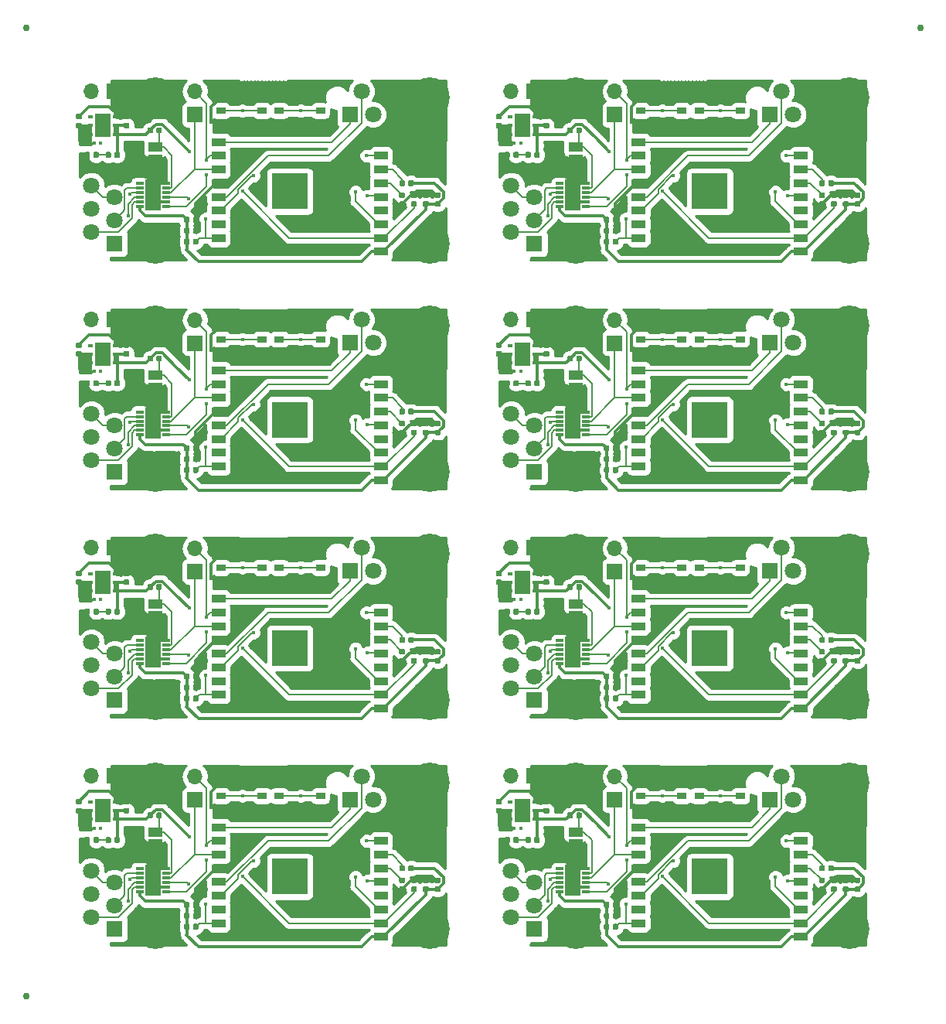
<source format=gbr>
G04 #@! TF.GenerationSoftware,KiCad,Pcbnew,5.0.2-bee76a0~70~ubuntu18.04.1*
G04 #@! TF.CreationDate,2020-03-05T15:15:43+01:00*
G04 #@! TF.ProjectId,output.m3_panel,6f757470-7574-42e6-9d33-5f70616e656c,rev?*
G04 #@! TF.SameCoordinates,Original*
G04 #@! TF.FileFunction,Copper,L1,Top*
G04 #@! TF.FilePolarity,Positive*
%FSLAX46Y46*%
G04 Gerber Fmt 4.6, Leading zero omitted, Abs format (unit mm)*
G04 Created by KiCad (PCBNEW 5.0.2-bee76a0~70~ubuntu18.04.1) date Thu 05 Mar 2020 03:15:43 PM CET*
%MOMM*%
%LPD*%
G01*
G04 APERTURE LIST*
G04 #@! TA.AperFunction,BGAPad,CuDef*
%ADD10C,0.750000*%
G04 #@! TD*
G04 #@! TA.AperFunction,SMDPad,CuDef*
%ADD11R,4.000000X4.000000*%
G04 #@! TD*
G04 #@! TA.AperFunction,SMDPad,CuDef*
%ADD12R,1.485000X0.900000*%
G04 #@! TD*
G04 #@! TA.AperFunction,Conductor*
%ADD13C,0.100000*%
G04 #@! TD*
G04 #@! TA.AperFunction,SMDPad,CuDef*
%ADD14C,0.590000*%
G04 #@! TD*
G04 #@! TA.AperFunction,ComponentPad*
%ADD15C,4.400000*%
G04 #@! TD*
G04 #@! TA.AperFunction,ComponentPad*
%ADD16O,1.700000X1.700000*%
G04 #@! TD*
G04 #@! TA.AperFunction,ComponentPad*
%ADD17R,1.700000X1.700000*%
G04 #@! TD*
G04 #@! TA.AperFunction,SMDPad,CuDef*
%ADD18R,1.700000X2.600000*%
G04 #@! TD*
G04 #@! TA.AperFunction,SMDPad,CuDef*
%ADD19R,0.630000X0.450000*%
G04 #@! TD*
G04 #@! TA.AperFunction,SMDPad,CuDef*
%ADD20R,1.803400X3.403600*%
G04 #@! TD*
G04 #@! TA.AperFunction,SMDPad,CuDef*
%ADD21R,0.812800X0.304800*%
G04 #@! TD*
G04 #@! TA.AperFunction,ComponentPad*
%ADD22C,1.800000*%
G04 #@! TD*
G04 #@! TA.AperFunction,ComponentPad*
%ADD23R,1.800000X1.800000*%
G04 #@! TD*
G04 #@! TA.AperFunction,SMDPad,CuDef*
%ADD24R,1.500000X1.000000*%
G04 #@! TD*
G04 #@! TA.AperFunction,SMDPad,CuDef*
%ADD25R,1.000000X0.700000*%
G04 #@! TD*
G04 #@! TA.AperFunction,ViaPad*
%ADD26C,0.400000*%
G04 #@! TD*
G04 #@! TA.AperFunction,Conductor*
%ADD27C,0.304800*%
G04 #@! TD*
G04 #@! TA.AperFunction,Conductor*
%ADD28C,0.152400*%
G04 #@! TD*
G04 #@! TA.AperFunction,Conductor*
%ADD29C,0.254000*%
G04 #@! TD*
G04 APERTURE END LIST*
D10*
G04 #@! TO.P,FID3,*
G04 #@! TO.N,*
X99000000Y-155000000D03*
G04 #@! TD*
G04 #@! TO.P,FID2,*
G04 #@! TO.N,*
X99000000Y-49000000D03*
G04 #@! TD*
D11*
G04 #@! TO.P,U2,19*
G04 #@! TO.N,Net-(U2-Pad19)*
X173900000Y-141900000D03*
D12*
G04 #@! TO.P,U2,18*
G04 #@! TO.N,GND*
X166107500Y-148500000D03*
G04 #@! TO.P,U2,17*
G04 #@! TO.N,DE*
X166107500Y-147000000D03*
G04 #@! TO.P,U2,16*
G04 #@! TO.N,Net-(U2-Pad16)*
X166107500Y-145500000D03*
G04 #@! TO.P,U2,15*
G04 #@! TO.N,Net-(SW1-Pad2)*
X166107500Y-144000000D03*
G04 #@! TO.P,U2,14*
G04 #@! TO.N,MOTOR*
X166107500Y-142500000D03*
G04 #@! TO.P,U2,13*
G04 #@! TO.N,GND*
X166107500Y-141000000D03*
G04 #@! TO.P,U2,12*
G04 #@! TO.N,TXD*
X166107500Y-139500000D03*
G04 #@! TO.P,U2,11*
G04 #@! TO.N,RXD*
X166107500Y-138000000D03*
G04 #@! TO.P,U2,10*
G04 #@! TO.N,MOTOR_SENSE*
X166107500Y-136500000D03*
G04 #@! TO.P,U2,9*
G04 #@! TO.N,GND*
X183892500Y-136500000D03*
G04 #@! TO.P,U2,8*
G04 #@! TO.N,Net-(SW2-Pad2)*
X183892500Y-138000000D03*
G04 #@! TO.P,U2,7*
G04 #@! TO.N,Net-(R1-Pad2)*
X183892500Y-139500000D03*
G04 #@! TO.P,U2,6*
G04 #@! TO.N,Net-(R4-Pad1)*
X183892500Y-141000000D03*
G04 #@! TO.P,U2,5*
G04 #@! TO.N,E1_filtered*
X183892500Y-142500000D03*
G04 #@! TO.P,U2,4*
G04 #@! TO.N,Net-(U2-Pad4)*
X183892500Y-144000000D03*
G04 #@! TO.P,U2,3*
G04 #@! TO.N,E0_filtered*
X183892500Y-145500000D03*
G04 #@! TO.P,U2,2*
G04 #@! TO.N,Net-(C1-Pad2)*
X183892500Y-147000000D03*
G04 #@! TO.P,U2,1*
G04 #@! TO.N,+3V3*
X183892500Y-148500000D03*
G04 #@! TD*
D11*
G04 #@! TO.P,U2,19*
G04 #@! TO.N,Net-(U2-Pad19)*
X127900000Y-141900000D03*
D12*
G04 #@! TO.P,U2,18*
G04 #@! TO.N,GND*
X120107500Y-148500000D03*
G04 #@! TO.P,U2,17*
G04 #@! TO.N,DE*
X120107500Y-147000000D03*
G04 #@! TO.P,U2,16*
G04 #@! TO.N,Net-(U2-Pad16)*
X120107500Y-145500000D03*
G04 #@! TO.P,U2,15*
G04 #@! TO.N,Net-(SW1-Pad2)*
X120107500Y-144000000D03*
G04 #@! TO.P,U2,14*
G04 #@! TO.N,MOTOR*
X120107500Y-142500000D03*
G04 #@! TO.P,U2,13*
G04 #@! TO.N,GND*
X120107500Y-141000000D03*
G04 #@! TO.P,U2,12*
G04 #@! TO.N,TXD*
X120107500Y-139500000D03*
G04 #@! TO.P,U2,11*
G04 #@! TO.N,RXD*
X120107500Y-138000000D03*
G04 #@! TO.P,U2,10*
G04 #@! TO.N,MOTOR_SENSE*
X120107500Y-136500000D03*
G04 #@! TO.P,U2,9*
G04 #@! TO.N,GND*
X137892500Y-136500000D03*
G04 #@! TO.P,U2,8*
G04 #@! TO.N,Net-(SW2-Pad2)*
X137892500Y-138000000D03*
G04 #@! TO.P,U2,7*
G04 #@! TO.N,Net-(R1-Pad2)*
X137892500Y-139500000D03*
G04 #@! TO.P,U2,6*
G04 #@! TO.N,Net-(R4-Pad1)*
X137892500Y-141000000D03*
G04 #@! TO.P,U2,5*
G04 #@! TO.N,E1_filtered*
X137892500Y-142500000D03*
G04 #@! TO.P,U2,4*
G04 #@! TO.N,Net-(U2-Pad4)*
X137892500Y-144000000D03*
G04 #@! TO.P,U2,3*
G04 #@! TO.N,E0_filtered*
X137892500Y-145500000D03*
G04 #@! TO.P,U2,2*
G04 #@! TO.N,Net-(C1-Pad2)*
X137892500Y-147000000D03*
G04 #@! TO.P,U2,1*
G04 #@! TO.N,+3V3*
X137892500Y-148500000D03*
G04 #@! TD*
D11*
G04 #@! TO.P,U2,19*
G04 #@! TO.N,Net-(U2-Pad19)*
X173900000Y-116900000D03*
D12*
G04 #@! TO.P,U2,18*
G04 #@! TO.N,GND*
X166107500Y-123500000D03*
G04 #@! TO.P,U2,17*
G04 #@! TO.N,DE*
X166107500Y-122000000D03*
G04 #@! TO.P,U2,16*
G04 #@! TO.N,Net-(U2-Pad16)*
X166107500Y-120500000D03*
G04 #@! TO.P,U2,15*
G04 #@! TO.N,Net-(SW1-Pad2)*
X166107500Y-119000000D03*
G04 #@! TO.P,U2,14*
G04 #@! TO.N,MOTOR*
X166107500Y-117500000D03*
G04 #@! TO.P,U2,13*
G04 #@! TO.N,GND*
X166107500Y-116000000D03*
G04 #@! TO.P,U2,12*
G04 #@! TO.N,TXD*
X166107500Y-114500000D03*
G04 #@! TO.P,U2,11*
G04 #@! TO.N,RXD*
X166107500Y-113000000D03*
G04 #@! TO.P,U2,10*
G04 #@! TO.N,MOTOR_SENSE*
X166107500Y-111500000D03*
G04 #@! TO.P,U2,9*
G04 #@! TO.N,GND*
X183892500Y-111500000D03*
G04 #@! TO.P,U2,8*
G04 #@! TO.N,Net-(SW2-Pad2)*
X183892500Y-113000000D03*
G04 #@! TO.P,U2,7*
G04 #@! TO.N,Net-(R1-Pad2)*
X183892500Y-114500000D03*
G04 #@! TO.P,U2,6*
G04 #@! TO.N,Net-(R4-Pad1)*
X183892500Y-116000000D03*
G04 #@! TO.P,U2,5*
G04 #@! TO.N,E1_filtered*
X183892500Y-117500000D03*
G04 #@! TO.P,U2,4*
G04 #@! TO.N,Net-(U2-Pad4)*
X183892500Y-119000000D03*
G04 #@! TO.P,U2,3*
G04 #@! TO.N,E0_filtered*
X183892500Y-120500000D03*
G04 #@! TO.P,U2,2*
G04 #@! TO.N,Net-(C1-Pad2)*
X183892500Y-122000000D03*
G04 #@! TO.P,U2,1*
G04 #@! TO.N,+3V3*
X183892500Y-123500000D03*
G04 #@! TD*
D11*
G04 #@! TO.P,U2,19*
G04 #@! TO.N,Net-(U2-Pad19)*
X127900000Y-116900000D03*
D12*
G04 #@! TO.P,U2,18*
G04 #@! TO.N,GND*
X120107500Y-123500000D03*
G04 #@! TO.P,U2,17*
G04 #@! TO.N,DE*
X120107500Y-122000000D03*
G04 #@! TO.P,U2,16*
G04 #@! TO.N,Net-(U2-Pad16)*
X120107500Y-120500000D03*
G04 #@! TO.P,U2,15*
G04 #@! TO.N,Net-(SW1-Pad2)*
X120107500Y-119000000D03*
G04 #@! TO.P,U2,14*
G04 #@! TO.N,MOTOR*
X120107500Y-117500000D03*
G04 #@! TO.P,U2,13*
G04 #@! TO.N,GND*
X120107500Y-116000000D03*
G04 #@! TO.P,U2,12*
G04 #@! TO.N,TXD*
X120107500Y-114500000D03*
G04 #@! TO.P,U2,11*
G04 #@! TO.N,RXD*
X120107500Y-113000000D03*
G04 #@! TO.P,U2,10*
G04 #@! TO.N,MOTOR_SENSE*
X120107500Y-111500000D03*
G04 #@! TO.P,U2,9*
G04 #@! TO.N,GND*
X137892500Y-111500000D03*
G04 #@! TO.P,U2,8*
G04 #@! TO.N,Net-(SW2-Pad2)*
X137892500Y-113000000D03*
G04 #@! TO.P,U2,7*
G04 #@! TO.N,Net-(R1-Pad2)*
X137892500Y-114500000D03*
G04 #@! TO.P,U2,6*
G04 #@! TO.N,Net-(R4-Pad1)*
X137892500Y-116000000D03*
G04 #@! TO.P,U2,5*
G04 #@! TO.N,E1_filtered*
X137892500Y-117500000D03*
G04 #@! TO.P,U2,4*
G04 #@! TO.N,Net-(U2-Pad4)*
X137892500Y-119000000D03*
G04 #@! TO.P,U2,3*
G04 #@! TO.N,E0_filtered*
X137892500Y-120500000D03*
G04 #@! TO.P,U2,2*
G04 #@! TO.N,Net-(C1-Pad2)*
X137892500Y-122000000D03*
G04 #@! TO.P,U2,1*
G04 #@! TO.N,+3V3*
X137892500Y-123500000D03*
G04 #@! TD*
D11*
G04 #@! TO.P,U2,19*
G04 #@! TO.N,Net-(U2-Pad19)*
X173900000Y-91900000D03*
D12*
G04 #@! TO.P,U2,18*
G04 #@! TO.N,GND*
X166107500Y-98500000D03*
G04 #@! TO.P,U2,17*
G04 #@! TO.N,DE*
X166107500Y-97000000D03*
G04 #@! TO.P,U2,16*
G04 #@! TO.N,Net-(U2-Pad16)*
X166107500Y-95500000D03*
G04 #@! TO.P,U2,15*
G04 #@! TO.N,Net-(SW1-Pad2)*
X166107500Y-94000000D03*
G04 #@! TO.P,U2,14*
G04 #@! TO.N,MOTOR*
X166107500Y-92500000D03*
G04 #@! TO.P,U2,13*
G04 #@! TO.N,GND*
X166107500Y-91000000D03*
G04 #@! TO.P,U2,12*
G04 #@! TO.N,TXD*
X166107500Y-89500000D03*
G04 #@! TO.P,U2,11*
G04 #@! TO.N,RXD*
X166107500Y-88000000D03*
G04 #@! TO.P,U2,10*
G04 #@! TO.N,MOTOR_SENSE*
X166107500Y-86500000D03*
G04 #@! TO.P,U2,9*
G04 #@! TO.N,GND*
X183892500Y-86500000D03*
G04 #@! TO.P,U2,8*
G04 #@! TO.N,Net-(SW2-Pad2)*
X183892500Y-88000000D03*
G04 #@! TO.P,U2,7*
G04 #@! TO.N,Net-(R1-Pad2)*
X183892500Y-89500000D03*
G04 #@! TO.P,U2,6*
G04 #@! TO.N,Net-(R4-Pad1)*
X183892500Y-91000000D03*
G04 #@! TO.P,U2,5*
G04 #@! TO.N,E1_filtered*
X183892500Y-92500000D03*
G04 #@! TO.P,U2,4*
G04 #@! TO.N,Net-(U2-Pad4)*
X183892500Y-94000000D03*
G04 #@! TO.P,U2,3*
G04 #@! TO.N,E0_filtered*
X183892500Y-95500000D03*
G04 #@! TO.P,U2,2*
G04 #@! TO.N,Net-(C1-Pad2)*
X183892500Y-97000000D03*
G04 #@! TO.P,U2,1*
G04 #@! TO.N,+3V3*
X183892500Y-98500000D03*
G04 #@! TD*
D11*
G04 #@! TO.P,U2,19*
G04 #@! TO.N,Net-(U2-Pad19)*
X127900000Y-91900000D03*
D12*
G04 #@! TO.P,U2,18*
G04 #@! TO.N,GND*
X120107500Y-98500000D03*
G04 #@! TO.P,U2,17*
G04 #@! TO.N,DE*
X120107500Y-97000000D03*
G04 #@! TO.P,U2,16*
G04 #@! TO.N,Net-(U2-Pad16)*
X120107500Y-95500000D03*
G04 #@! TO.P,U2,15*
G04 #@! TO.N,Net-(SW1-Pad2)*
X120107500Y-94000000D03*
G04 #@! TO.P,U2,14*
G04 #@! TO.N,MOTOR*
X120107500Y-92500000D03*
G04 #@! TO.P,U2,13*
G04 #@! TO.N,GND*
X120107500Y-91000000D03*
G04 #@! TO.P,U2,12*
G04 #@! TO.N,TXD*
X120107500Y-89500000D03*
G04 #@! TO.P,U2,11*
G04 #@! TO.N,RXD*
X120107500Y-88000000D03*
G04 #@! TO.P,U2,10*
G04 #@! TO.N,MOTOR_SENSE*
X120107500Y-86500000D03*
G04 #@! TO.P,U2,9*
G04 #@! TO.N,GND*
X137892500Y-86500000D03*
G04 #@! TO.P,U2,8*
G04 #@! TO.N,Net-(SW2-Pad2)*
X137892500Y-88000000D03*
G04 #@! TO.P,U2,7*
G04 #@! TO.N,Net-(R1-Pad2)*
X137892500Y-89500000D03*
G04 #@! TO.P,U2,6*
G04 #@! TO.N,Net-(R4-Pad1)*
X137892500Y-91000000D03*
G04 #@! TO.P,U2,5*
G04 #@! TO.N,E1_filtered*
X137892500Y-92500000D03*
G04 #@! TO.P,U2,4*
G04 #@! TO.N,Net-(U2-Pad4)*
X137892500Y-94000000D03*
G04 #@! TO.P,U2,3*
G04 #@! TO.N,E0_filtered*
X137892500Y-95500000D03*
G04 #@! TO.P,U2,2*
G04 #@! TO.N,Net-(C1-Pad2)*
X137892500Y-97000000D03*
G04 #@! TO.P,U2,1*
G04 #@! TO.N,+3V3*
X137892500Y-98500000D03*
G04 #@! TD*
D11*
G04 #@! TO.P,U2,19*
G04 #@! TO.N,Net-(U2-Pad19)*
X173900000Y-66900000D03*
D12*
G04 #@! TO.P,U2,18*
G04 #@! TO.N,GND*
X166107500Y-73500000D03*
G04 #@! TO.P,U2,17*
G04 #@! TO.N,DE*
X166107500Y-72000000D03*
G04 #@! TO.P,U2,16*
G04 #@! TO.N,Net-(U2-Pad16)*
X166107500Y-70500000D03*
G04 #@! TO.P,U2,15*
G04 #@! TO.N,Net-(SW1-Pad2)*
X166107500Y-69000000D03*
G04 #@! TO.P,U2,14*
G04 #@! TO.N,MOTOR*
X166107500Y-67500000D03*
G04 #@! TO.P,U2,13*
G04 #@! TO.N,GND*
X166107500Y-66000000D03*
G04 #@! TO.P,U2,12*
G04 #@! TO.N,TXD*
X166107500Y-64500000D03*
G04 #@! TO.P,U2,11*
G04 #@! TO.N,RXD*
X166107500Y-63000000D03*
G04 #@! TO.P,U2,10*
G04 #@! TO.N,MOTOR_SENSE*
X166107500Y-61500000D03*
G04 #@! TO.P,U2,9*
G04 #@! TO.N,GND*
X183892500Y-61500000D03*
G04 #@! TO.P,U2,8*
G04 #@! TO.N,Net-(SW2-Pad2)*
X183892500Y-63000000D03*
G04 #@! TO.P,U2,7*
G04 #@! TO.N,Net-(R1-Pad2)*
X183892500Y-64500000D03*
G04 #@! TO.P,U2,6*
G04 #@! TO.N,Net-(R4-Pad1)*
X183892500Y-66000000D03*
G04 #@! TO.P,U2,5*
G04 #@! TO.N,E1_filtered*
X183892500Y-67500000D03*
G04 #@! TO.P,U2,4*
G04 #@! TO.N,Net-(U2-Pad4)*
X183892500Y-69000000D03*
G04 #@! TO.P,U2,3*
G04 #@! TO.N,E0_filtered*
X183892500Y-70500000D03*
G04 #@! TO.P,U2,2*
G04 #@! TO.N,Net-(C1-Pad2)*
X183892500Y-72000000D03*
G04 #@! TO.P,U2,1*
G04 #@! TO.N,+3V3*
X183892500Y-73500000D03*
G04 #@! TD*
D13*
G04 #@! TO.N,GND*
G04 #@! TO.C,C1*
G36*
X187686958Y-142020710D02*
X187701276Y-142022834D01*
X187715317Y-142026351D01*
X187728946Y-142031228D01*
X187742031Y-142037417D01*
X187754447Y-142044858D01*
X187766073Y-142053481D01*
X187776798Y-142063202D01*
X187786519Y-142073927D01*
X187795142Y-142085553D01*
X187802583Y-142097969D01*
X187808772Y-142111054D01*
X187813649Y-142124683D01*
X187817166Y-142138724D01*
X187819290Y-142153042D01*
X187820000Y-142167500D01*
X187820000Y-142462500D01*
X187819290Y-142476958D01*
X187817166Y-142491276D01*
X187813649Y-142505317D01*
X187808772Y-142518946D01*
X187802583Y-142532031D01*
X187795142Y-142544447D01*
X187786519Y-142556073D01*
X187776798Y-142566798D01*
X187766073Y-142576519D01*
X187754447Y-142585142D01*
X187742031Y-142592583D01*
X187728946Y-142598772D01*
X187715317Y-142603649D01*
X187701276Y-142607166D01*
X187686958Y-142609290D01*
X187672500Y-142610000D01*
X187327500Y-142610000D01*
X187313042Y-142609290D01*
X187298724Y-142607166D01*
X187284683Y-142603649D01*
X187271054Y-142598772D01*
X187257969Y-142592583D01*
X187245553Y-142585142D01*
X187233927Y-142576519D01*
X187223202Y-142566798D01*
X187213481Y-142556073D01*
X187204858Y-142544447D01*
X187197417Y-142532031D01*
X187191228Y-142518946D01*
X187186351Y-142505317D01*
X187182834Y-142491276D01*
X187180710Y-142476958D01*
X187180000Y-142462500D01*
X187180000Y-142167500D01*
X187180710Y-142153042D01*
X187182834Y-142138724D01*
X187186351Y-142124683D01*
X187191228Y-142111054D01*
X187197417Y-142097969D01*
X187204858Y-142085553D01*
X187213481Y-142073927D01*
X187223202Y-142063202D01*
X187233927Y-142053481D01*
X187245553Y-142044858D01*
X187257969Y-142037417D01*
X187271054Y-142031228D01*
X187284683Y-142026351D01*
X187298724Y-142022834D01*
X187313042Y-142020710D01*
X187327500Y-142020000D01*
X187672500Y-142020000D01*
X187686958Y-142020710D01*
X187686958Y-142020710D01*
G37*
D14*
G04 #@! TD*
G04 #@! TO.P,C1,1*
G04 #@! TO.N,GND*
X187500000Y-142315000D03*
D13*
G04 #@! TO.N,Net-(C1-Pad2)*
G04 #@! TO.C,C1*
G36*
X187686958Y-142990710D02*
X187701276Y-142992834D01*
X187715317Y-142996351D01*
X187728946Y-143001228D01*
X187742031Y-143007417D01*
X187754447Y-143014858D01*
X187766073Y-143023481D01*
X187776798Y-143033202D01*
X187786519Y-143043927D01*
X187795142Y-143055553D01*
X187802583Y-143067969D01*
X187808772Y-143081054D01*
X187813649Y-143094683D01*
X187817166Y-143108724D01*
X187819290Y-143123042D01*
X187820000Y-143137500D01*
X187820000Y-143432500D01*
X187819290Y-143446958D01*
X187817166Y-143461276D01*
X187813649Y-143475317D01*
X187808772Y-143488946D01*
X187802583Y-143502031D01*
X187795142Y-143514447D01*
X187786519Y-143526073D01*
X187776798Y-143536798D01*
X187766073Y-143546519D01*
X187754447Y-143555142D01*
X187742031Y-143562583D01*
X187728946Y-143568772D01*
X187715317Y-143573649D01*
X187701276Y-143577166D01*
X187686958Y-143579290D01*
X187672500Y-143580000D01*
X187327500Y-143580000D01*
X187313042Y-143579290D01*
X187298724Y-143577166D01*
X187284683Y-143573649D01*
X187271054Y-143568772D01*
X187257969Y-143562583D01*
X187245553Y-143555142D01*
X187233927Y-143546519D01*
X187223202Y-143536798D01*
X187213481Y-143526073D01*
X187204858Y-143514447D01*
X187197417Y-143502031D01*
X187191228Y-143488946D01*
X187186351Y-143475317D01*
X187182834Y-143461276D01*
X187180710Y-143446958D01*
X187180000Y-143432500D01*
X187180000Y-143137500D01*
X187180710Y-143123042D01*
X187182834Y-143108724D01*
X187186351Y-143094683D01*
X187191228Y-143081054D01*
X187197417Y-143067969D01*
X187204858Y-143055553D01*
X187213481Y-143043927D01*
X187223202Y-143033202D01*
X187233927Y-143023481D01*
X187245553Y-143014858D01*
X187257969Y-143007417D01*
X187271054Y-143001228D01*
X187284683Y-142996351D01*
X187298724Y-142992834D01*
X187313042Y-142990710D01*
X187327500Y-142990000D01*
X187672500Y-142990000D01*
X187686958Y-142990710D01*
X187686958Y-142990710D01*
G37*
D14*
G04 #@! TD*
G04 #@! TO.P,C1,2*
G04 #@! TO.N,Net-(C1-Pad2)*
X187500000Y-143285000D03*
D13*
G04 #@! TO.N,GND*
G04 #@! TO.C,C1*
G36*
X141686958Y-142020710D02*
X141701276Y-142022834D01*
X141715317Y-142026351D01*
X141728946Y-142031228D01*
X141742031Y-142037417D01*
X141754447Y-142044858D01*
X141766073Y-142053481D01*
X141776798Y-142063202D01*
X141786519Y-142073927D01*
X141795142Y-142085553D01*
X141802583Y-142097969D01*
X141808772Y-142111054D01*
X141813649Y-142124683D01*
X141817166Y-142138724D01*
X141819290Y-142153042D01*
X141820000Y-142167500D01*
X141820000Y-142462500D01*
X141819290Y-142476958D01*
X141817166Y-142491276D01*
X141813649Y-142505317D01*
X141808772Y-142518946D01*
X141802583Y-142532031D01*
X141795142Y-142544447D01*
X141786519Y-142556073D01*
X141776798Y-142566798D01*
X141766073Y-142576519D01*
X141754447Y-142585142D01*
X141742031Y-142592583D01*
X141728946Y-142598772D01*
X141715317Y-142603649D01*
X141701276Y-142607166D01*
X141686958Y-142609290D01*
X141672500Y-142610000D01*
X141327500Y-142610000D01*
X141313042Y-142609290D01*
X141298724Y-142607166D01*
X141284683Y-142603649D01*
X141271054Y-142598772D01*
X141257969Y-142592583D01*
X141245553Y-142585142D01*
X141233927Y-142576519D01*
X141223202Y-142566798D01*
X141213481Y-142556073D01*
X141204858Y-142544447D01*
X141197417Y-142532031D01*
X141191228Y-142518946D01*
X141186351Y-142505317D01*
X141182834Y-142491276D01*
X141180710Y-142476958D01*
X141180000Y-142462500D01*
X141180000Y-142167500D01*
X141180710Y-142153042D01*
X141182834Y-142138724D01*
X141186351Y-142124683D01*
X141191228Y-142111054D01*
X141197417Y-142097969D01*
X141204858Y-142085553D01*
X141213481Y-142073927D01*
X141223202Y-142063202D01*
X141233927Y-142053481D01*
X141245553Y-142044858D01*
X141257969Y-142037417D01*
X141271054Y-142031228D01*
X141284683Y-142026351D01*
X141298724Y-142022834D01*
X141313042Y-142020710D01*
X141327500Y-142020000D01*
X141672500Y-142020000D01*
X141686958Y-142020710D01*
X141686958Y-142020710D01*
G37*
D14*
G04 #@! TD*
G04 #@! TO.P,C1,1*
G04 #@! TO.N,GND*
X141500000Y-142315000D03*
D13*
G04 #@! TO.N,Net-(C1-Pad2)*
G04 #@! TO.C,C1*
G36*
X141686958Y-142990710D02*
X141701276Y-142992834D01*
X141715317Y-142996351D01*
X141728946Y-143001228D01*
X141742031Y-143007417D01*
X141754447Y-143014858D01*
X141766073Y-143023481D01*
X141776798Y-143033202D01*
X141786519Y-143043927D01*
X141795142Y-143055553D01*
X141802583Y-143067969D01*
X141808772Y-143081054D01*
X141813649Y-143094683D01*
X141817166Y-143108724D01*
X141819290Y-143123042D01*
X141820000Y-143137500D01*
X141820000Y-143432500D01*
X141819290Y-143446958D01*
X141817166Y-143461276D01*
X141813649Y-143475317D01*
X141808772Y-143488946D01*
X141802583Y-143502031D01*
X141795142Y-143514447D01*
X141786519Y-143526073D01*
X141776798Y-143536798D01*
X141766073Y-143546519D01*
X141754447Y-143555142D01*
X141742031Y-143562583D01*
X141728946Y-143568772D01*
X141715317Y-143573649D01*
X141701276Y-143577166D01*
X141686958Y-143579290D01*
X141672500Y-143580000D01*
X141327500Y-143580000D01*
X141313042Y-143579290D01*
X141298724Y-143577166D01*
X141284683Y-143573649D01*
X141271054Y-143568772D01*
X141257969Y-143562583D01*
X141245553Y-143555142D01*
X141233927Y-143546519D01*
X141223202Y-143536798D01*
X141213481Y-143526073D01*
X141204858Y-143514447D01*
X141197417Y-143502031D01*
X141191228Y-143488946D01*
X141186351Y-143475317D01*
X141182834Y-143461276D01*
X141180710Y-143446958D01*
X141180000Y-143432500D01*
X141180000Y-143137500D01*
X141180710Y-143123042D01*
X141182834Y-143108724D01*
X141186351Y-143094683D01*
X141191228Y-143081054D01*
X141197417Y-143067969D01*
X141204858Y-143055553D01*
X141213481Y-143043927D01*
X141223202Y-143033202D01*
X141233927Y-143023481D01*
X141245553Y-143014858D01*
X141257969Y-143007417D01*
X141271054Y-143001228D01*
X141284683Y-142996351D01*
X141298724Y-142992834D01*
X141313042Y-142990710D01*
X141327500Y-142990000D01*
X141672500Y-142990000D01*
X141686958Y-142990710D01*
X141686958Y-142990710D01*
G37*
D14*
G04 #@! TD*
G04 #@! TO.P,C1,2*
G04 #@! TO.N,Net-(C1-Pad2)*
X141500000Y-143285000D03*
D13*
G04 #@! TO.N,GND*
G04 #@! TO.C,C1*
G36*
X187686958Y-117020710D02*
X187701276Y-117022834D01*
X187715317Y-117026351D01*
X187728946Y-117031228D01*
X187742031Y-117037417D01*
X187754447Y-117044858D01*
X187766073Y-117053481D01*
X187776798Y-117063202D01*
X187786519Y-117073927D01*
X187795142Y-117085553D01*
X187802583Y-117097969D01*
X187808772Y-117111054D01*
X187813649Y-117124683D01*
X187817166Y-117138724D01*
X187819290Y-117153042D01*
X187820000Y-117167500D01*
X187820000Y-117462500D01*
X187819290Y-117476958D01*
X187817166Y-117491276D01*
X187813649Y-117505317D01*
X187808772Y-117518946D01*
X187802583Y-117532031D01*
X187795142Y-117544447D01*
X187786519Y-117556073D01*
X187776798Y-117566798D01*
X187766073Y-117576519D01*
X187754447Y-117585142D01*
X187742031Y-117592583D01*
X187728946Y-117598772D01*
X187715317Y-117603649D01*
X187701276Y-117607166D01*
X187686958Y-117609290D01*
X187672500Y-117610000D01*
X187327500Y-117610000D01*
X187313042Y-117609290D01*
X187298724Y-117607166D01*
X187284683Y-117603649D01*
X187271054Y-117598772D01*
X187257969Y-117592583D01*
X187245553Y-117585142D01*
X187233927Y-117576519D01*
X187223202Y-117566798D01*
X187213481Y-117556073D01*
X187204858Y-117544447D01*
X187197417Y-117532031D01*
X187191228Y-117518946D01*
X187186351Y-117505317D01*
X187182834Y-117491276D01*
X187180710Y-117476958D01*
X187180000Y-117462500D01*
X187180000Y-117167500D01*
X187180710Y-117153042D01*
X187182834Y-117138724D01*
X187186351Y-117124683D01*
X187191228Y-117111054D01*
X187197417Y-117097969D01*
X187204858Y-117085553D01*
X187213481Y-117073927D01*
X187223202Y-117063202D01*
X187233927Y-117053481D01*
X187245553Y-117044858D01*
X187257969Y-117037417D01*
X187271054Y-117031228D01*
X187284683Y-117026351D01*
X187298724Y-117022834D01*
X187313042Y-117020710D01*
X187327500Y-117020000D01*
X187672500Y-117020000D01*
X187686958Y-117020710D01*
X187686958Y-117020710D01*
G37*
D14*
G04 #@! TD*
G04 #@! TO.P,C1,1*
G04 #@! TO.N,GND*
X187500000Y-117315000D03*
D13*
G04 #@! TO.N,Net-(C1-Pad2)*
G04 #@! TO.C,C1*
G36*
X187686958Y-117990710D02*
X187701276Y-117992834D01*
X187715317Y-117996351D01*
X187728946Y-118001228D01*
X187742031Y-118007417D01*
X187754447Y-118014858D01*
X187766073Y-118023481D01*
X187776798Y-118033202D01*
X187786519Y-118043927D01*
X187795142Y-118055553D01*
X187802583Y-118067969D01*
X187808772Y-118081054D01*
X187813649Y-118094683D01*
X187817166Y-118108724D01*
X187819290Y-118123042D01*
X187820000Y-118137500D01*
X187820000Y-118432500D01*
X187819290Y-118446958D01*
X187817166Y-118461276D01*
X187813649Y-118475317D01*
X187808772Y-118488946D01*
X187802583Y-118502031D01*
X187795142Y-118514447D01*
X187786519Y-118526073D01*
X187776798Y-118536798D01*
X187766073Y-118546519D01*
X187754447Y-118555142D01*
X187742031Y-118562583D01*
X187728946Y-118568772D01*
X187715317Y-118573649D01*
X187701276Y-118577166D01*
X187686958Y-118579290D01*
X187672500Y-118580000D01*
X187327500Y-118580000D01*
X187313042Y-118579290D01*
X187298724Y-118577166D01*
X187284683Y-118573649D01*
X187271054Y-118568772D01*
X187257969Y-118562583D01*
X187245553Y-118555142D01*
X187233927Y-118546519D01*
X187223202Y-118536798D01*
X187213481Y-118526073D01*
X187204858Y-118514447D01*
X187197417Y-118502031D01*
X187191228Y-118488946D01*
X187186351Y-118475317D01*
X187182834Y-118461276D01*
X187180710Y-118446958D01*
X187180000Y-118432500D01*
X187180000Y-118137500D01*
X187180710Y-118123042D01*
X187182834Y-118108724D01*
X187186351Y-118094683D01*
X187191228Y-118081054D01*
X187197417Y-118067969D01*
X187204858Y-118055553D01*
X187213481Y-118043927D01*
X187223202Y-118033202D01*
X187233927Y-118023481D01*
X187245553Y-118014858D01*
X187257969Y-118007417D01*
X187271054Y-118001228D01*
X187284683Y-117996351D01*
X187298724Y-117992834D01*
X187313042Y-117990710D01*
X187327500Y-117990000D01*
X187672500Y-117990000D01*
X187686958Y-117990710D01*
X187686958Y-117990710D01*
G37*
D14*
G04 #@! TD*
G04 #@! TO.P,C1,2*
G04 #@! TO.N,Net-(C1-Pad2)*
X187500000Y-118285000D03*
D13*
G04 #@! TO.N,GND*
G04 #@! TO.C,C1*
G36*
X141686958Y-117020710D02*
X141701276Y-117022834D01*
X141715317Y-117026351D01*
X141728946Y-117031228D01*
X141742031Y-117037417D01*
X141754447Y-117044858D01*
X141766073Y-117053481D01*
X141776798Y-117063202D01*
X141786519Y-117073927D01*
X141795142Y-117085553D01*
X141802583Y-117097969D01*
X141808772Y-117111054D01*
X141813649Y-117124683D01*
X141817166Y-117138724D01*
X141819290Y-117153042D01*
X141820000Y-117167500D01*
X141820000Y-117462500D01*
X141819290Y-117476958D01*
X141817166Y-117491276D01*
X141813649Y-117505317D01*
X141808772Y-117518946D01*
X141802583Y-117532031D01*
X141795142Y-117544447D01*
X141786519Y-117556073D01*
X141776798Y-117566798D01*
X141766073Y-117576519D01*
X141754447Y-117585142D01*
X141742031Y-117592583D01*
X141728946Y-117598772D01*
X141715317Y-117603649D01*
X141701276Y-117607166D01*
X141686958Y-117609290D01*
X141672500Y-117610000D01*
X141327500Y-117610000D01*
X141313042Y-117609290D01*
X141298724Y-117607166D01*
X141284683Y-117603649D01*
X141271054Y-117598772D01*
X141257969Y-117592583D01*
X141245553Y-117585142D01*
X141233927Y-117576519D01*
X141223202Y-117566798D01*
X141213481Y-117556073D01*
X141204858Y-117544447D01*
X141197417Y-117532031D01*
X141191228Y-117518946D01*
X141186351Y-117505317D01*
X141182834Y-117491276D01*
X141180710Y-117476958D01*
X141180000Y-117462500D01*
X141180000Y-117167500D01*
X141180710Y-117153042D01*
X141182834Y-117138724D01*
X141186351Y-117124683D01*
X141191228Y-117111054D01*
X141197417Y-117097969D01*
X141204858Y-117085553D01*
X141213481Y-117073927D01*
X141223202Y-117063202D01*
X141233927Y-117053481D01*
X141245553Y-117044858D01*
X141257969Y-117037417D01*
X141271054Y-117031228D01*
X141284683Y-117026351D01*
X141298724Y-117022834D01*
X141313042Y-117020710D01*
X141327500Y-117020000D01*
X141672500Y-117020000D01*
X141686958Y-117020710D01*
X141686958Y-117020710D01*
G37*
D14*
G04 #@! TD*
G04 #@! TO.P,C1,1*
G04 #@! TO.N,GND*
X141500000Y-117315000D03*
D13*
G04 #@! TO.N,Net-(C1-Pad2)*
G04 #@! TO.C,C1*
G36*
X141686958Y-117990710D02*
X141701276Y-117992834D01*
X141715317Y-117996351D01*
X141728946Y-118001228D01*
X141742031Y-118007417D01*
X141754447Y-118014858D01*
X141766073Y-118023481D01*
X141776798Y-118033202D01*
X141786519Y-118043927D01*
X141795142Y-118055553D01*
X141802583Y-118067969D01*
X141808772Y-118081054D01*
X141813649Y-118094683D01*
X141817166Y-118108724D01*
X141819290Y-118123042D01*
X141820000Y-118137500D01*
X141820000Y-118432500D01*
X141819290Y-118446958D01*
X141817166Y-118461276D01*
X141813649Y-118475317D01*
X141808772Y-118488946D01*
X141802583Y-118502031D01*
X141795142Y-118514447D01*
X141786519Y-118526073D01*
X141776798Y-118536798D01*
X141766073Y-118546519D01*
X141754447Y-118555142D01*
X141742031Y-118562583D01*
X141728946Y-118568772D01*
X141715317Y-118573649D01*
X141701276Y-118577166D01*
X141686958Y-118579290D01*
X141672500Y-118580000D01*
X141327500Y-118580000D01*
X141313042Y-118579290D01*
X141298724Y-118577166D01*
X141284683Y-118573649D01*
X141271054Y-118568772D01*
X141257969Y-118562583D01*
X141245553Y-118555142D01*
X141233927Y-118546519D01*
X141223202Y-118536798D01*
X141213481Y-118526073D01*
X141204858Y-118514447D01*
X141197417Y-118502031D01*
X141191228Y-118488946D01*
X141186351Y-118475317D01*
X141182834Y-118461276D01*
X141180710Y-118446958D01*
X141180000Y-118432500D01*
X141180000Y-118137500D01*
X141180710Y-118123042D01*
X141182834Y-118108724D01*
X141186351Y-118094683D01*
X141191228Y-118081054D01*
X141197417Y-118067969D01*
X141204858Y-118055553D01*
X141213481Y-118043927D01*
X141223202Y-118033202D01*
X141233927Y-118023481D01*
X141245553Y-118014858D01*
X141257969Y-118007417D01*
X141271054Y-118001228D01*
X141284683Y-117996351D01*
X141298724Y-117992834D01*
X141313042Y-117990710D01*
X141327500Y-117990000D01*
X141672500Y-117990000D01*
X141686958Y-117990710D01*
X141686958Y-117990710D01*
G37*
D14*
G04 #@! TD*
G04 #@! TO.P,C1,2*
G04 #@! TO.N,Net-(C1-Pad2)*
X141500000Y-118285000D03*
D13*
G04 #@! TO.N,GND*
G04 #@! TO.C,C1*
G36*
X187686958Y-92020710D02*
X187701276Y-92022834D01*
X187715317Y-92026351D01*
X187728946Y-92031228D01*
X187742031Y-92037417D01*
X187754447Y-92044858D01*
X187766073Y-92053481D01*
X187776798Y-92063202D01*
X187786519Y-92073927D01*
X187795142Y-92085553D01*
X187802583Y-92097969D01*
X187808772Y-92111054D01*
X187813649Y-92124683D01*
X187817166Y-92138724D01*
X187819290Y-92153042D01*
X187820000Y-92167500D01*
X187820000Y-92462500D01*
X187819290Y-92476958D01*
X187817166Y-92491276D01*
X187813649Y-92505317D01*
X187808772Y-92518946D01*
X187802583Y-92532031D01*
X187795142Y-92544447D01*
X187786519Y-92556073D01*
X187776798Y-92566798D01*
X187766073Y-92576519D01*
X187754447Y-92585142D01*
X187742031Y-92592583D01*
X187728946Y-92598772D01*
X187715317Y-92603649D01*
X187701276Y-92607166D01*
X187686958Y-92609290D01*
X187672500Y-92610000D01*
X187327500Y-92610000D01*
X187313042Y-92609290D01*
X187298724Y-92607166D01*
X187284683Y-92603649D01*
X187271054Y-92598772D01*
X187257969Y-92592583D01*
X187245553Y-92585142D01*
X187233927Y-92576519D01*
X187223202Y-92566798D01*
X187213481Y-92556073D01*
X187204858Y-92544447D01*
X187197417Y-92532031D01*
X187191228Y-92518946D01*
X187186351Y-92505317D01*
X187182834Y-92491276D01*
X187180710Y-92476958D01*
X187180000Y-92462500D01*
X187180000Y-92167500D01*
X187180710Y-92153042D01*
X187182834Y-92138724D01*
X187186351Y-92124683D01*
X187191228Y-92111054D01*
X187197417Y-92097969D01*
X187204858Y-92085553D01*
X187213481Y-92073927D01*
X187223202Y-92063202D01*
X187233927Y-92053481D01*
X187245553Y-92044858D01*
X187257969Y-92037417D01*
X187271054Y-92031228D01*
X187284683Y-92026351D01*
X187298724Y-92022834D01*
X187313042Y-92020710D01*
X187327500Y-92020000D01*
X187672500Y-92020000D01*
X187686958Y-92020710D01*
X187686958Y-92020710D01*
G37*
D14*
G04 #@! TD*
G04 #@! TO.P,C1,1*
G04 #@! TO.N,GND*
X187500000Y-92315000D03*
D13*
G04 #@! TO.N,Net-(C1-Pad2)*
G04 #@! TO.C,C1*
G36*
X187686958Y-92990710D02*
X187701276Y-92992834D01*
X187715317Y-92996351D01*
X187728946Y-93001228D01*
X187742031Y-93007417D01*
X187754447Y-93014858D01*
X187766073Y-93023481D01*
X187776798Y-93033202D01*
X187786519Y-93043927D01*
X187795142Y-93055553D01*
X187802583Y-93067969D01*
X187808772Y-93081054D01*
X187813649Y-93094683D01*
X187817166Y-93108724D01*
X187819290Y-93123042D01*
X187820000Y-93137500D01*
X187820000Y-93432500D01*
X187819290Y-93446958D01*
X187817166Y-93461276D01*
X187813649Y-93475317D01*
X187808772Y-93488946D01*
X187802583Y-93502031D01*
X187795142Y-93514447D01*
X187786519Y-93526073D01*
X187776798Y-93536798D01*
X187766073Y-93546519D01*
X187754447Y-93555142D01*
X187742031Y-93562583D01*
X187728946Y-93568772D01*
X187715317Y-93573649D01*
X187701276Y-93577166D01*
X187686958Y-93579290D01*
X187672500Y-93580000D01*
X187327500Y-93580000D01*
X187313042Y-93579290D01*
X187298724Y-93577166D01*
X187284683Y-93573649D01*
X187271054Y-93568772D01*
X187257969Y-93562583D01*
X187245553Y-93555142D01*
X187233927Y-93546519D01*
X187223202Y-93536798D01*
X187213481Y-93526073D01*
X187204858Y-93514447D01*
X187197417Y-93502031D01*
X187191228Y-93488946D01*
X187186351Y-93475317D01*
X187182834Y-93461276D01*
X187180710Y-93446958D01*
X187180000Y-93432500D01*
X187180000Y-93137500D01*
X187180710Y-93123042D01*
X187182834Y-93108724D01*
X187186351Y-93094683D01*
X187191228Y-93081054D01*
X187197417Y-93067969D01*
X187204858Y-93055553D01*
X187213481Y-93043927D01*
X187223202Y-93033202D01*
X187233927Y-93023481D01*
X187245553Y-93014858D01*
X187257969Y-93007417D01*
X187271054Y-93001228D01*
X187284683Y-92996351D01*
X187298724Y-92992834D01*
X187313042Y-92990710D01*
X187327500Y-92990000D01*
X187672500Y-92990000D01*
X187686958Y-92990710D01*
X187686958Y-92990710D01*
G37*
D14*
G04 #@! TD*
G04 #@! TO.P,C1,2*
G04 #@! TO.N,Net-(C1-Pad2)*
X187500000Y-93285000D03*
D13*
G04 #@! TO.N,GND*
G04 #@! TO.C,C1*
G36*
X141686958Y-92020710D02*
X141701276Y-92022834D01*
X141715317Y-92026351D01*
X141728946Y-92031228D01*
X141742031Y-92037417D01*
X141754447Y-92044858D01*
X141766073Y-92053481D01*
X141776798Y-92063202D01*
X141786519Y-92073927D01*
X141795142Y-92085553D01*
X141802583Y-92097969D01*
X141808772Y-92111054D01*
X141813649Y-92124683D01*
X141817166Y-92138724D01*
X141819290Y-92153042D01*
X141820000Y-92167500D01*
X141820000Y-92462500D01*
X141819290Y-92476958D01*
X141817166Y-92491276D01*
X141813649Y-92505317D01*
X141808772Y-92518946D01*
X141802583Y-92532031D01*
X141795142Y-92544447D01*
X141786519Y-92556073D01*
X141776798Y-92566798D01*
X141766073Y-92576519D01*
X141754447Y-92585142D01*
X141742031Y-92592583D01*
X141728946Y-92598772D01*
X141715317Y-92603649D01*
X141701276Y-92607166D01*
X141686958Y-92609290D01*
X141672500Y-92610000D01*
X141327500Y-92610000D01*
X141313042Y-92609290D01*
X141298724Y-92607166D01*
X141284683Y-92603649D01*
X141271054Y-92598772D01*
X141257969Y-92592583D01*
X141245553Y-92585142D01*
X141233927Y-92576519D01*
X141223202Y-92566798D01*
X141213481Y-92556073D01*
X141204858Y-92544447D01*
X141197417Y-92532031D01*
X141191228Y-92518946D01*
X141186351Y-92505317D01*
X141182834Y-92491276D01*
X141180710Y-92476958D01*
X141180000Y-92462500D01*
X141180000Y-92167500D01*
X141180710Y-92153042D01*
X141182834Y-92138724D01*
X141186351Y-92124683D01*
X141191228Y-92111054D01*
X141197417Y-92097969D01*
X141204858Y-92085553D01*
X141213481Y-92073927D01*
X141223202Y-92063202D01*
X141233927Y-92053481D01*
X141245553Y-92044858D01*
X141257969Y-92037417D01*
X141271054Y-92031228D01*
X141284683Y-92026351D01*
X141298724Y-92022834D01*
X141313042Y-92020710D01*
X141327500Y-92020000D01*
X141672500Y-92020000D01*
X141686958Y-92020710D01*
X141686958Y-92020710D01*
G37*
D14*
G04 #@! TD*
G04 #@! TO.P,C1,1*
G04 #@! TO.N,GND*
X141500000Y-92315000D03*
D13*
G04 #@! TO.N,Net-(C1-Pad2)*
G04 #@! TO.C,C1*
G36*
X141686958Y-92990710D02*
X141701276Y-92992834D01*
X141715317Y-92996351D01*
X141728946Y-93001228D01*
X141742031Y-93007417D01*
X141754447Y-93014858D01*
X141766073Y-93023481D01*
X141776798Y-93033202D01*
X141786519Y-93043927D01*
X141795142Y-93055553D01*
X141802583Y-93067969D01*
X141808772Y-93081054D01*
X141813649Y-93094683D01*
X141817166Y-93108724D01*
X141819290Y-93123042D01*
X141820000Y-93137500D01*
X141820000Y-93432500D01*
X141819290Y-93446958D01*
X141817166Y-93461276D01*
X141813649Y-93475317D01*
X141808772Y-93488946D01*
X141802583Y-93502031D01*
X141795142Y-93514447D01*
X141786519Y-93526073D01*
X141776798Y-93536798D01*
X141766073Y-93546519D01*
X141754447Y-93555142D01*
X141742031Y-93562583D01*
X141728946Y-93568772D01*
X141715317Y-93573649D01*
X141701276Y-93577166D01*
X141686958Y-93579290D01*
X141672500Y-93580000D01*
X141327500Y-93580000D01*
X141313042Y-93579290D01*
X141298724Y-93577166D01*
X141284683Y-93573649D01*
X141271054Y-93568772D01*
X141257969Y-93562583D01*
X141245553Y-93555142D01*
X141233927Y-93546519D01*
X141223202Y-93536798D01*
X141213481Y-93526073D01*
X141204858Y-93514447D01*
X141197417Y-93502031D01*
X141191228Y-93488946D01*
X141186351Y-93475317D01*
X141182834Y-93461276D01*
X141180710Y-93446958D01*
X141180000Y-93432500D01*
X141180000Y-93137500D01*
X141180710Y-93123042D01*
X141182834Y-93108724D01*
X141186351Y-93094683D01*
X141191228Y-93081054D01*
X141197417Y-93067969D01*
X141204858Y-93055553D01*
X141213481Y-93043927D01*
X141223202Y-93033202D01*
X141233927Y-93023481D01*
X141245553Y-93014858D01*
X141257969Y-93007417D01*
X141271054Y-93001228D01*
X141284683Y-92996351D01*
X141298724Y-92992834D01*
X141313042Y-92990710D01*
X141327500Y-92990000D01*
X141672500Y-92990000D01*
X141686958Y-92990710D01*
X141686958Y-92990710D01*
G37*
D14*
G04 #@! TD*
G04 #@! TO.P,C1,2*
G04 #@! TO.N,Net-(C1-Pad2)*
X141500000Y-93285000D03*
D13*
G04 #@! TO.N,GND*
G04 #@! TO.C,C1*
G36*
X187686958Y-67020710D02*
X187701276Y-67022834D01*
X187715317Y-67026351D01*
X187728946Y-67031228D01*
X187742031Y-67037417D01*
X187754447Y-67044858D01*
X187766073Y-67053481D01*
X187776798Y-67063202D01*
X187786519Y-67073927D01*
X187795142Y-67085553D01*
X187802583Y-67097969D01*
X187808772Y-67111054D01*
X187813649Y-67124683D01*
X187817166Y-67138724D01*
X187819290Y-67153042D01*
X187820000Y-67167500D01*
X187820000Y-67462500D01*
X187819290Y-67476958D01*
X187817166Y-67491276D01*
X187813649Y-67505317D01*
X187808772Y-67518946D01*
X187802583Y-67532031D01*
X187795142Y-67544447D01*
X187786519Y-67556073D01*
X187776798Y-67566798D01*
X187766073Y-67576519D01*
X187754447Y-67585142D01*
X187742031Y-67592583D01*
X187728946Y-67598772D01*
X187715317Y-67603649D01*
X187701276Y-67607166D01*
X187686958Y-67609290D01*
X187672500Y-67610000D01*
X187327500Y-67610000D01*
X187313042Y-67609290D01*
X187298724Y-67607166D01*
X187284683Y-67603649D01*
X187271054Y-67598772D01*
X187257969Y-67592583D01*
X187245553Y-67585142D01*
X187233927Y-67576519D01*
X187223202Y-67566798D01*
X187213481Y-67556073D01*
X187204858Y-67544447D01*
X187197417Y-67532031D01*
X187191228Y-67518946D01*
X187186351Y-67505317D01*
X187182834Y-67491276D01*
X187180710Y-67476958D01*
X187180000Y-67462500D01*
X187180000Y-67167500D01*
X187180710Y-67153042D01*
X187182834Y-67138724D01*
X187186351Y-67124683D01*
X187191228Y-67111054D01*
X187197417Y-67097969D01*
X187204858Y-67085553D01*
X187213481Y-67073927D01*
X187223202Y-67063202D01*
X187233927Y-67053481D01*
X187245553Y-67044858D01*
X187257969Y-67037417D01*
X187271054Y-67031228D01*
X187284683Y-67026351D01*
X187298724Y-67022834D01*
X187313042Y-67020710D01*
X187327500Y-67020000D01*
X187672500Y-67020000D01*
X187686958Y-67020710D01*
X187686958Y-67020710D01*
G37*
D14*
G04 #@! TD*
G04 #@! TO.P,C1,1*
G04 #@! TO.N,GND*
X187500000Y-67315000D03*
D13*
G04 #@! TO.N,Net-(C1-Pad2)*
G04 #@! TO.C,C1*
G36*
X187686958Y-67990710D02*
X187701276Y-67992834D01*
X187715317Y-67996351D01*
X187728946Y-68001228D01*
X187742031Y-68007417D01*
X187754447Y-68014858D01*
X187766073Y-68023481D01*
X187776798Y-68033202D01*
X187786519Y-68043927D01*
X187795142Y-68055553D01*
X187802583Y-68067969D01*
X187808772Y-68081054D01*
X187813649Y-68094683D01*
X187817166Y-68108724D01*
X187819290Y-68123042D01*
X187820000Y-68137500D01*
X187820000Y-68432500D01*
X187819290Y-68446958D01*
X187817166Y-68461276D01*
X187813649Y-68475317D01*
X187808772Y-68488946D01*
X187802583Y-68502031D01*
X187795142Y-68514447D01*
X187786519Y-68526073D01*
X187776798Y-68536798D01*
X187766073Y-68546519D01*
X187754447Y-68555142D01*
X187742031Y-68562583D01*
X187728946Y-68568772D01*
X187715317Y-68573649D01*
X187701276Y-68577166D01*
X187686958Y-68579290D01*
X187672500Y-68580000D01*
X187327500Y-68580000D01*
X187313042Y-68579290D01*
X187298724Y-68577166D01*
X187284683Y-68573649D01*
X187271054Y-68568772D01*
X187257969Y-68562583D01*
X187245553Y-68555142D01*
X187233927Y-68546519D01*
X187223202Y-68536798D01*
X187213481Y-68526073D01*
X187204858Y-68514447D01*
X187197417Y-68502031D01*
X187191228Y-68488946D01*
X187186351Y-68475317D01*
X187182834Y-68461276D01*
X187180710Y-68446958D01*
X187180000Y-68432500D01*
X187180000Y-68137500D01*
X187180710Y-68123042D01*
X187182834Y-68108724D01*
X187186351Y-68094683D01*
X187191228Y-68081054D01*
X187197417Y-68067969D01*
X187204858Y-68055553D01*
X187213481Y-68043927D01*
X187223202Y-68033202D01*
X187233927Y-68023481D01*
X187245553Y-68014858D01*
X187257969Y-68007417D01*
X187271054Y-68001228D01*
X187284683Y-67996351D01*
X187298724Y-67992834D01*
X187313042Y-67990710D01*
X187327500Y-67990000D01*
X187672500Y-67990000D01*
X187686958Y-67990710D01*
X187686958Y-67990710D01*
G37*
D14*
G04 #@! TD*
G04 #@! TO.P,C1,2*
G04 #@! TO.N,Net-(C1-Pad2)*
X187500000Y-68285000D03*
D13*
G04 #@! TO.N,GND*
G04 #@! TO.C,C2*
G36*
X163746958Y-144680710D02*
X163761276Y-144682834D01*
X163775317Y-144686351D01*
X163788946Y-144691228D01*
X163802031Y-144697417D01*
X163814447Y-144704858D01*
X163826073Y-144713481D01*
X163836798Y-144723202D01*
X163846519Y-144733927D01*
X163855142Y-144745553D01*
X163862583Y-144757969D01*
X163868772Y-144771054D01*
X163873649Y-144784683D01*
X163877166Y-144798724D01*
X163879290Y-144813042D01*
X163880000Y-144827500D01*
X163880000Y-145172500D01*
X163879290Y-145186958D01*
X163877166Y-145201276D01*
X163873649Y-145215317D01*
X163868772Y-145228946D01*
X163862583Y-145242031D01*
X163855142Y-145254447D01*
X163846519Y-145266073D01*
X163836798Y-145276798D01*
X163826073Y-145286519D01*
X163814447Y-145295142D01*
X163802031Y-145302583D01*
X163788946Y-145308772D01*
X163775317Y-145313649D01*
X163761276Y-145317166D01*
X163746958Y-145319290D01*
X163732500Y-145320000D01*
X163437500Y-145320000D01*
X163423042Y-145319290D01*
X163408724Y-145317166D01*
X163394683Y-145313649D01*
X163381054Y-145308772D01*
X163367969Y-145302583D01*
X163355553Y-145295142D01*
X163343927Y-145286519D01*
X163333202Y-145276798D01*
X163323481Y-145266073D01*
X163314858Y-145254447D01*
X163307417Y-145242031D01*
X163301228Y-145228946D01*
X163296351Y-145215317D01*
X163292834Y-145201276D01*
X163290710Y-145186958D01*
X163290000Y-145172500D01*
X163290000Y-144827500D01*
X163290710Y-144813042D01*
X163292834Y-144798724D01*
X163296351Y-144784683D01*
X163301228Y-144771054D01*
X163307417Y-144757969D01*
X163314858Y-144745553D01*
X163323481Y-144733927D01*
X163333202Y-144723202D01*
X163343927Y-144713481D01*
X163355553Y-144704858D01*
X163367969Y-144697417D01*
X163381054Y-144691228D01*
X163394683Y-144686351D01*
X163408724Y-144682834D01*
X163423042Y-144680710D01*
X163437500Y-144680000D01*
X163732500Y-144680000D01*
X163746958Y-144680710D01*
X163746958Y-144680710D01*
G37*
D14*
G04 #@! TD*
G04 #@! TO.P,C2,2*
G04 #@! TO.N,GND*
X163585000Y-145000000D03*
D13*
G04 #@! TO.N,+3V3*
G04 #@! TO.C,C2*
G36*
X162776958Y-144680710D02*
X162791276Y-144682834D01*
X162805317Y-144686351D01*
X162818946Y-144691228D01*
X162832031Y-144697417D01*
X162844447Y-144704858D01*
X162856073Y-144713481D01*
X162866798Y-144723202D01*
X162876519Y-144733927D01*
X162885142Y-144745553D01*
X162892583Y-144757969D01*
X162898772Y-144771054D01*
X162903649Y-144784683D01*
X162907166Y-144798724D01*
X162909290Y-144813042D01*
X162910000Y-144827500D01*
X162910000Y-145172500D01*
X162909290Y-145186958D01*
X162907166Y-145201276D01*
X162903649Y-145215317D01*
X162898772Y-145228946D01*
X162892583Y-145242031D01*
X162885142Y-145254447D01*
X162876519Y-145266073D01*
X162866798Y-145276798D01*
X162856073Y-145286519D01*
X162844447Y-145295142D01*
X162832031Y-145302583D01*
X162818946Y-145308772D01*
X162805317Y-145313649D01*
X162791276Y-145317166D01*
X162776958Y-145319290D01*
X162762500Y-145320000D01*
X162467500Y-145320000D01*
X162453042Y-145319290D01*
X162438724Y-145317166D01*
X162424683Y-145313649D01*
X162411054Y-145308772D01*
X162397969Y-145302583D01*
X162385553Y-145295142D01*
X162373927Y-145286519D01*
X162363202Y-145276798D01*
X162353481Y-145266073D01*
X162344858Y-145254447D01*
X162337417Y-145242031D01*
X162331228Y-145228946D01*
X162326351Y-145215317D01*
X162322834Y-145201276D01*
X162320710Y-145186958D01*
X162320000Y-145172500D01*
X162320000Y-144827500D01*
X162320710Y-144813042D01*
X162322834Y-144798724D01*
X162326351Y-144784683D01*
X162331228Y-144771054D01*
X162337417Y-144757969D01*
X162344858Y-144745553D01*
X162353481Y-144733927D01*
X162363202Y-144723202D01*
X162373927Y-144713481D01*
X162385553Y-144704858D01*
X162397969Y-144697417D01*
X162411054Y-144691228D01*
X162424683Y-144686351D01*
X162438724Y-144682834D01*
X162453042Y-144680710D01*
X162467500Y-144680000D01*
X162762500Y-144680000D01*
X162776958Y-144680710D01*
X162776958Y-144680710D01*
G37*
D14*
G04 #@! TD*
G04 #@! TO.P,C2,1*
G04 #@! TO.N,+3V3*
X162615000Y-145000000D03*
D13*
G04 #@! TO.N,GND*
G04 #@! TO.C,C2*
G36*
X117746958Y-144680710D02*
X117761276Y-144682834D01*
X117775317Y-144686351D01*
X117788946Y-144691228D01*
X117802031Y-144697417D01*
X117814447Y-144704858D01*
X117826073Y-144713481D01*
X117836798Y-144723202D01*
X117846519Y-144733927D01*
X117855142Y-144745553D01*
X117862583Y-144757969D01*
X117868772Y-144771054D01*
X117873649Y-144784683D01*
X117877166Y-144798724D01*
X117879290Y-144813042D01*
X117880000Y-144827500D01*
X117880000Y-145172500D01*
X117879290Y-145186958D01*
X117877166Y-145201276D01*
X117873649Y-145215317D01*
X117868772Y-145228946D01*
X117862583Y-145242031D01*
X117855142Y-145254447D01*
X117846519Y-145266073D01*
X117836798Y-145276798D01*
X117826073Y-145286519D01*
X117814447Y-145295142D01*
X117802031Y-145302583D01*
X117788946Y-145308772D01*
X117775317Y-145313649D01*
X117761276Y-145317166D01*
X117746958Y-145319290D01*
X117732500Y-145320000D01*
X117437500Y-145320000D01*
X117423042Y-145319290D01*
X117408724Y-145317166D01*
X117394683Y-145313649D01*
X117381054Y-145308772D01*
X117367969Y-145302583D01*
X117355553Y-145295142D01*
X117343927Y-145286519D01*
X117333202Y-145276798D01*
X117323481Y-145266073D01*
X117314858Y-145254447D01*
X117307417Y-145242031D01*
X117301228Y-145228946D01*
X117296351Y-145215317D01*
X117292834Y-145201276D01*
X117290710Y-145186958D01*
X117290000Y-145172500D01*
X117290000Y-144827500D01*
X117290710Y-144813042D01*
X117292834Y-144798724D01*
X117296351Y-144784683D01*
X117301228Y-144771054D01*
X117307417Y-144757969D01*
X117314858Y-144745553D01*
X117323481Y-144733927D01*
X117333202Y-144723202D01*
X117343927Y-144713481D01*
X117355553Y-144704858D01*
X117367969Y-144697417D01*
X117381054Y-144691228D01*
X117394683Y-144686351D01*
X117408724Y-144682834D01*
X117423042Y-144680710D01*
X117437500Y-144680000D01*
X117732500Y-144680000D01*
X117746958Y-144680710D01*
X117746958Y-144680710D01*
G37*
D14*
G04 #@! TD*
G04 #@! TO.P,C2,2*
G04 #@! TO.N,GND*
X117585000Y-145000000D03*
D13*
G04 #@! TO.N,+3V3*
G04 #@! TO.C,C2*
G36*
X116776958Y-144680710D02*
X116791276Y-144682834D01*
X116805317Y-144686351D01*
X116818946Y-144691228D01*
X116832031Y-144697417D01*
X116844447Y-144704858D01*
X116856073Y-144713481D01*
X116866798Y-144723202D01*
X116876519Y-144733927D01*
X116885142Y-144745553D01*
X116892583Y-144757969D01*
X116898772Y-144771054D01*
X116903649Y-144784683D01*
X116907166Y-144798724D01*
X116909290Y-144813042D01*
X116910000Y-144827500D01*
X116910000Y-145172500D01*
X116909290Y-145186958D01*
X116907166Y-145201276D01*
X116903649Y-145215317D01*
X116898772Y-145228946D01*
X116892583Y-145242031D01*
X116885142Y-145254447D01*
X116876519Y-145266073D01*
X116866798Y-145276798D01*
X116856073Y-145286519D01*
X116844447Y-145295142D01*
X116832031Y-145302583D01*
X116818946Y-145308772D01*
X116805317Y-145313649D01*
X116791276Y-145317166D01*
X116776958Y-145319290D01*
X116762500Y-145320000D01*
X116467500Y-145320000D01*
X116453042Y-145319290D01*
X116438724Y-145317166D01*
X116424683Y-145313649D01*
X116411054Y-145308772D01*
X116397969Y-145302583D01*
X116385553Y-145295142D01*
X116373927Y-145286519D01*
X116363202Y-145276798D01*
X116353481Y-145266073D01*
X116344858Y-145254447D01*
X116337417Y-145242031D01*
X116331228Y-145228946D01*
X116326351Y-145215317D01*
X116322834Y-145201276D01*
X116320710Y-145186958D01*
X116320000Y-145172500D01*
X116320000Y-144827500D01*
X116320710Y-144813042D01*
X116322834Y-144798724D01*
X116326351Y-144784683D01*
X116331228Y-144771054D01*
X116337417Y-144757969D01*
X116344858Y-144745553D01*
X116353481Y-144733927D01*
X116363202Y-144723202D01*
X116373927Y-144713481D01*
X116385553Y-144704858D01*
X116397969Y-144697417D01*
X116411054Y-144691228D01*
X116424683Y-144686351D01*
X116438724Y-144682834D01*
X116453042Y-144680710D01*
X116467500Y-144680000D01*
X116762500Y-144680000D01*
X116776958Y-144680710D01*
X116776958Y-144680710D01*
G37*
D14*
G04 #@! TD*
G04 #@! TO.P,C2,1*
G04 #@! TO.N,+3V3*
X116615000Y-145000000D03*
D13*
G04 #@! TO.N,GND*
G04 #@! TO.C,C2*
G36*
X163746958Y-119680710D02*
X163761276Y-119682834D01*
X163775317Y-119686351D01*
X163788946Y-119691228D01*
X163802031Y-119697417D01*
X163814447Y-119704858D01*
X163826073Y-119713481D01*
X163836798Y-119723202D01*
X163846519Y-119733927D01*
X163855142Y-119745553D01*
X163862583Y-119757969D01*
X163868772Y-119771054D01*
X163873649Y-119784683D01*
X163877166Y-119798724D01*
X163879290Y-119813042D01*
X163880000Y-119827500D01*
X163880000Y-120172500D01*
X163879290Y-120186958D01*
X163877166Y-120201276D01*
X163873649Y-120215317D01*
X163868772Y-120228946D01*
X163862583Y-120242031D01*
X163855142Y-120254447D01*
X163846519Y-120266073D01*
X163836798Y-120276798D01*
X163826073Y-120286519D01*
X163814447Y-120295142D01*
X163802031Y-120302583D01*
X163788946Y-120308772D01*
X163775317Y-120313649D01*
X163761276Y-120317166D01*
X163746958Y-120319290D01*
X163732500Y-120320000D01*
X163437500Y-120320000D01*
X163423042Y-120319290D01*
X163408724Y-120317166D01*
X163394683Y-120313649D01*
X163381054Y-120308772D01*
X163367969Y-120302583D01*
X163355553Y-120295142D01*
X163343927Y-120286519D01*
X163333202Y-120276798D01*
X163323481Y-120266073D01*
X163314858Y-120254447D01*
X163307417Y-120242031D01*
X163301228Y-120228946D01*
X163296351Y-120215317D01*
X163292834Y-120201276D01*
X163290710Y-120186958D01*
X163290000Y-120172500D01*
X163290000Y-119827500D01*
X163290710Y-119813042D01*
X163292834Y-119798724D01*
X163296351Y-119784683D01*
X163301228Y-119771054D01*
X163307417Y-119757969D01*
X163314858Y-119745553D01*
X163323481Y-119733927D01*
X163333202Y-119723202D01*
X163343927Y-119713481D01*
X163355553Y-119704858D01*
X163367969Y-119697417D01*
X163381054Y-119691228D01*
X163394683Y-119686351D01*
X163408724Y-119682834D01*
X163423042Y-119680710D01*
X163437500Y-119680000D01*
X163732500Y-119680000D01*
X163746958Y-119680710D01*
X163746958Y-119680710D01*
G37*
D14*
G04 #@! TD*
G04 #@! TO.P,C2,2*
G04 #@! TO.N,GND*
X163585000Y-120000000D03*
D13*
G04 #@! TO.N,+3V3*
G04 #@! TO.C,C2*
G36*
X162776958Y-119680710D02*
X162791276Y-119682834D01*
X162805317Y-119686351D01*
X162818946Y-119691228D01*
X162832031Y-119697417D01*
X162844447Y-119704858D01*
X162856073Y-119713481D01*
X162866798Y-119723202D01*
X162876519Y-119733927D01*
X162885142Y-119745553D01*
X162892583Y-119757969D01*
X162898772Y-119771054D01*
X162903649Y-119784683D01*
X162907166Y-119798724D01*
X162909290Y-119813042D01*
X162910000Y-119827500D01*
X162910000Y-120172500D01*
X162909290Y-120186958D01*
X162907166Y-120201276D01*
X162903649Y-120215317D01*
X162898772Y-120228946D01*
X162892583Y-120242031D01*
X162885142Y-120254447D01*
X162876519Y-120266073D01*
X162866798Y-120276798D01*
X162856073Y-120286519D01*
X162844447Y-120295142D01*
X162832031Y-120302583D01*
X162818946Y-120308772D01*
X162805317Y-120313649D01*
X162791276Y-120317166D01*
X162776958Y-120319290D01*
X162762500Y-120320000D01*
X162467500Y-120320000D01*
X162453042Y-120319290D01*
X162438724Y-120317166D01*
X162424683Y-120313649D01*
X162411054Y-120308772D01*
X162397969Y-120302583D01*
X162385553Y-120295142D01*
X162373927Y-120286519D01*
X162363202Y-120276798D01*
X162353481Y-120266073D01*
X162344858Y-120254447D01*
X162337417Y-120242031D01*
X162331228Y-120228946D01*
X162326351Y-120215317D01*
X162322834Y-120201276D01*
X162320710Y-120186958D01*
X162320000Y-120172500D01*
X162320000Y-119827500D01*
X162320710Y-119813042D01*
X162322834Y-119798724D01*
X162326351Y-119784683D01*
X162331228Y-119771054D01*
X162337417Y-119757969D01*
X162344858Y-119745553D01*
X162353481Y-119733927D01*
X162363202Y-119723202D01*
X162373927Y-119713481D01*
X162385553Y-119704858D01*
X162397969Y-119697417D01*
X162411054Y-119691228D01*
X162424683Y-119686351D01*
X162438724Y-119682834D01*
X162453042Y-119680710D01*
X162467500Y-119680000D01*
X162762500Y-119680000D01*
X162776958Y-119680710D01*
X162776958Y-119680710D01*
G37*
D14*
G04 #@! TD*
G04 #@! TO.P,C2,1*
G04 #@! TO.N,+3V3*
X162615000Y-120000000D03*
D13*
G04 #@! TO.N,GND*
G04 #@! TO.C,C2*
G36*
X117746958Y-119680710D02*
X117761276Y-119682834D01*
X117775317Y-119686351D01*
X117788946Y-119691228D01*
X117802031Y-119697417D01*
X117814447Y-119704858D01*
X117826073Y-119713481D01*
X117836798Y-119723202D01*
X117846519Y-119733927D01*
X117855142Y-119745553D01*
X117862583Y-119757969D01*
X117868772Y-119771054D01*
X117873649Y-119784683D01*
X117877166Y-119798724D01*
X117879290Y-119813042D01*
X117880000Y-119827500D01*
X117880000Y-120172500D01*
X117879290Y-120186958D01*
X117877166Y-120201276D01*
X117873649Y-120215317D01*
X117868772Y-120228946D01*
X117862583Y-120242031D01*
X117855142Y-120254447D01*
X117846519Y-120266073D01*
X117836798Y-120276798D01*
X117826073Y-120286519D01*
X117814447Y-120295142D01*
X117802031Y-120302583D01*
X117788946Y-120308772D01*
X117775317Y-120313649D01*
X117761276Y-120317166D01*
X117746958Y-120319290D01*
X117732500Y-120320000D01*
X117437500Y-120320000D01*
X117423042Y-120319290D01*
X117408724Y-120317166D01*
X117394683Y-120313649D01*
X117381054Y-120308772D01*
X117367969Y-120302583D01*
X117355553Y-120295142D01*
X117343927Y-120286519D01*
X117333202Y-120276798D01*
X117323481Y-120266073D01*
X117314858Y-120254447D01*
X117307417Y-120242031D01*
X117301228Y-120228946D01*
X117296351Y-120215317D01*
X117292834Y-120201276D01*
X117290710Y-120186958D01*
X117290000Y-120172500D01*
X117290000Y-119827500D01*
X117290710Y-119813042D01*
X117292834Y-119798724D01*
X117296351Y-119784683D01*
X117301228Y-119771054D01*
X117307417Y-119757969D01*
X117314858Y-119745553D01*
X117323481Y-119733927D01*
X117333202Y-119723202D01*
X117343927Y-119713481D01*
X117355553Y-119704858D01*
X117367969Y-119697417D01*
X117381054Y-119691228D01*
X117394683Y-119686351D01*
X117408724Y-119682834D01*
X117423042Y-119680710D01*
X117437500Y-119680000D01*
X117732500Y-119680000D01*
X117746958Y-119680710D01*
X117746958Y-119680710D01*
G37*
D14*
G04 #@! TD*
G04 #@! TO.P,C2,2*
G04 #@! TO.N,GND*
X117585000Y-120000000D03*
D13*
G04 #@! TO.N,+3V3*
G04 #@! TO.C,C2*
G36*
X116776958Y-119680710D02*
X116791276Y-119682834D01*
X116805317Y-119686351D01*
X116818946Y-119691228D01*
X116832031Y-119697417D01*
X116844447Y-119704858D01*
X116856073Y-119713481D01*
X116866798Y-119723202D01*
X116876519Y-119733927D01*
X116885142Y-119745553D01*
X116892583Y-119757969D01*
X116898772Y-119771054D01*
X116903649Y-119784683D01*
X116907166Y-119798724D01*
X116909290Y-119813042D01*
X116910000Y-119827500D01*
X116910000Y-120172500D01*
X116909290Y-120186958D01*
X116907166Y-120201276D01*
X116903649Y-120215317D01*
X116898772Y-120228946D01*
X116892583Y-120242031D01*
X116885142Y-120254447D01*
X116876519Y-120266073D01*
X116866798Y-120276798D01*
X116856073Y-120286519D01*
X116844447Y-120295142D01*
X116832031Y-120302583D01*
X116818946Y-120308772D01*
X116805317Y-120313649D01*
X116791276Y-120317166D01*
X116776958Y-120319290D01*
X116762500Y-120320000D01*
X116467500Y-120320000D01*
X116453042Y-120319290D01*
X116438724Y-120317166D01*
X116424683Y-120313649D01*
X116411054Y-120308772D01*
X116397969Y-120302583D01*
X116385553Y-120295142D01*
X116373927Y-120286519D01*
X116363202Y-120276798D01*
X116353481Y-120266073D01*
X116344858Y-120254447D01*
X116337417Y-120242031D01*
X116331228Y-120228946D01*
X116326351Y-120215317D01*
X116322834Y-120201276D01*
X116320710Y-120186958D01*
X116320000Y-120172500D01*
X116320000Y-119827500D01*
X116320710Y-119813042D01*
X116322834Y-119798724D01*
X116326351Y-119784683D01*
X116331228Y-119771054D01*
X116337417Y-119757969D01*
X116344858Y-119745553D01*
X116353481Y-119733927D01*
X116363202Y-119723202D01*
X116373927Y-119713481D01*
X116385553Y-119704858D01*
X116397969Y-119697417D01*
X116411054Y-119691228D01*
X116424683Y-119686351D01*
X116438724Y-119682834D01*
X116453042Y-119680710D01*
X116467500Y-119680000D01*
X116762500Y-119680000D01*
X116776958Y-119680710D01*
X116776958Y-119680710D01*
G37*
D14*
G04 #@! TD*
G04 #@! TO.P,C2,1*
G04 #@! TO.N,+3V3*
X116615000Y-120000000D03*
D13*
G04 #@! TO.N,GND*
G04 #@! TO.C,C2*
G36*
X163746958Y-94680710D02*
X163761276Y-94682834D01*
X163775317Y-94686351D01*
X163788946Y-94691228D01*
X163802031Y-94697417D01*
X163814447Y-94704858D01*
X163826073Y-94713481D01*
X163836798Y-94723202D01*
X163846519Y-94733927D01*
X163855142Y-94745553D01*
X163862583Y-94757969D01*
X163868772Y-94771054D01*
X163873649Y-94784683D01*
X163877166Y-94798724D01*
X163879290Y-94813042D01*
X163880000Y-94827500D01*
X163880000Y-95172500D01*
X163879290Y-95186958D01*
X163877166Y-95201276D01*
X163873649Y-95215317D01*
X163868772Y-95228946D01*
X163862583Y-95242031D01*
X163855142Y-95254447D01*
X163846519Y-95266073D01*
X163836798Y-95276798D01*
X163826073Y-95286519D01*
X163814447Y-95295142D01*
X163802031Y-95302583D01*
X163788946Y-95308772D01*
X163775317Y-95313649D01*
X163761276Y-95317166D01*
X163746958Y-95319290D01*
X163732500Y-95320000D01*
X163437500Y-95320000D01*
X163423042Y-95319290D01*
X163408724Y-95317166D01*
X163394683Y-95313649D01*
X163381054Y-95308772D01*
X163367969Y-95302583D01*
X163355553Y-95295142D01*
X163343927Y-95286519D01*
X163333202Y-95276798D01*
X163323481Y-95266073D01*
X163314858Y-95254447D01*
X163307417Y-95242031D01*
X163301228Y-95228946D01*
X163296351Y-95215317D01*
X163292834Y-95201276D01*
X163290710Y-95186958D01*
X163290000Y-95172500D01*
X163290000Y-94827500D01*
X163290710Y-94813042D01*
X163292834Y-94798724D01*
X163296351Y-94784683D01*
X163301228Y-94771054D01*
X163307417Y-94757969D01*
X163314858Y-94745553D01*
X163323481Y-94733927D01*
X163333202Y-94723202D01*
X163343927Y-94713481D01*
X163355553Y-94704858D01*
X163367969Y-94697417D01*
X163381054Y-94691228D01*
X163394683Y-94686351D01*
X163408724Y-94682834D01*
X163423042Y-94680710D01*
X163437500Y-94680000D01*
X163732500Y-94680000D01*
X163746958Y-94680710D01*
X163746958Y-94680710D01*
G37*
D14*
G04 #@! TD*
G04 #@! TO.P,C2,2*
G04 #@! TO.N,GND*
X163585000Y-95000000D03*
D13*
G04 #@! TO.N,+3V3*
G04 #@! TO.C,C2*
G36*
X162776958Y-94680710D02*
X162791276Y-94682834D01*
X162805317Y-94686351D01*
X162818946Y-94691228D01*
X162832031Y-94697417D01*
X162844447Y-94704858D01*
X162856073Y-94713481D01*
X162866798Y-94723202D01*
X162876519Y-94733927D01*
X162885142Y-94745553D01*
X162892583Y-94757969D01*
X162898772Y-94771054D01*
X162903649Y-94784683D01*
X162907166Y-94798724D01*
X162909290Y-94813042D01*
X162910000Y-94827500D01*
X162910000Y-95172500D01*
X162909290Y-95186958D01*
X162907166Y-95201276D01*
X162903649Y-95215317D01*
X162898772Y-95228946D01*
X162892583Y-95242031D01*
X162885142Y-95254447D01*
X162876519Y-95266073D01*
X162866798Y-95276798D01*
X162856073Y-95286519D01*
X162844447Y-95295142D01*
X162832031Y-95302583D01*
X162818946Y-95308772D01*
X162805317Y-95313649D01*
X162791276Y-95317166D01*
X162776958Y-95319290D01*
X162762500Y-95320000D01*
X162467500Y-95320000D01*
X162453042Y-95319290D01*
X162438724Y-95317166D01*
X162424683Y-95313649D01*
X162411054Y-95308772D01*
X162397969Y-95302583D01*
X162385553Y-95295142D01*
X162373927Y-95286519D01*
X162363202Y-95276798D01*
X162353481Y-95266073D01*
X162344858Y-95254447D01*
X162337417Y-95242031D01*
X162331228Y-95228946D01*
X162326351Y-95215317D01*
X162322834Y-95201276D01*
X162320710Y-95186958D01*
X162320000Y-95172500D01*
X162320000Y-94827500D01*
X162320710Y-94813042D01*
X162322834Y-94798724D01*
X162326351Y-94784683D01*
X162331228Y-94771054D01*
X162337417Y-94757969D01*
X162344858Y-94745553D01*
X162353481Y-94733927D01*
X162363202Y-94723202D01*
X162373927Y-94713481D01*
X162385553Y-94704858D01*
X162397969Y-94697417D01*
X162411054Y-94691228D01*
X162424683Y-94686351D01*
X162438724Y-94682834D01*
X162453042Y-94680710D01*
X162467500Y-94680000D01*
X162762500Y-94680000D01*
X162776958Y-94680710D01*
X162776958Y-94680710D01*
G37*
D14*
G04 #@! TD*
G04 #@! TO.P,C2,1*
G04 #@! TO.N,+3V3*
X162615000Y-95000000D03*
D13*
G04 #@! TO.N,GND*
G04 #@! TO.C,C2*
G36*
X117746958Y-94680710D02*
X117761276Y-94682834D01*
X117775317Y-94686351D01*
X117788946Y-94691228D01*
X117802031Y-94697417D01*
X117814447Y-94704858D01*
X117826073Y-94713481D01*
X117836798Y-94723202D01*
X117846519Y-94733927D01*
X117855142Y-94745553D01*
X117862583Y-94757969D01*
X117868772Y-94771054D01*
X117873649Y-94784683D01*
X117877166Y-94798724D01*
X117879290Y-94813042D01*
X117880000Y-94827500D01*
X117880000Y-95172500D01*
X117879290Y-95186958D01*
X117877166Y-95201276D01*
X117873649Y-95215317D01*
X117868772Y-95228946D01*
X117862583Y-95242031D01*
X117855142Y-95254447D01*
X117846519Y-95266073D01*
X117836798Y-95276798D01*
X117826073Y-95286519D01*
X117814447Y-95295142D01*
X117802031Y-95302583D01*
X117788946Y-95308772D01*
X117775317Y-95313649D01*
X117761276Y-95317166D01*
X117746958Y-95319290D01*
X117732500Y-95320000D01*
X117437500Y-95320000D01*
X117423042Y-95319290D01*
X117408724Y-95317166D01*
X117394683Y-95313649D01*
X117381054Y-95308772D01*
X117367969Y-95302583D01*
X117355553Y-95295142D01*
X117343927Y-95286519D01*
X117333202Y-95276798D01*
X117323481Y-95266073D01*
X117314858Y-95254447D01*
X117307417Y-95242031D01*
X117301228Y-95228946D01*
X117296351Y-95215317D01*
X117292834Y-95201276D01*
X117290710Y-95186958D01*
X117290000Y-95172500D01*
X117290000Y-94827500D01*
X117290710Y-94813042D01*
X117292834Y-94798724D01*
X117296351Y-94784683D01*
X117301228Y-94771054D01*
X117307417Y-94757969D01*
X117314858Y-94745553D01*
X117323481Y-94733927D01*
X117333202Y-94723202D01*
X117343927Y-94713481D01*
X117355553Y-94704858D01*
X117367969Y-94697417D01*
X117381054Y-94691228D01*
X117394683Y-94686351D01*
X117408724Y-94682834D01*
X117423042Y-94680710D01*
X117437500Y-94680000D01*
X117732500Y-94680000D01*
X117746958Y-94680710D01*
X117746958Y-94680710D01*
G37*
D14*
G04 #@! TD*
G04 #@! TO.P,C2,2*
G04 #@! TO.N,GND*
X117585000Y-95000000D03*
D13*
G04 #@! TO.N,+3V3*
G04 #@! TO.C,C2*
G36*
X116776958Y-94680710D02*
X116791276Y-94682834D01*
X116805317Y-94686351D01*
X116818946Y-94691228D01*
X116832031Y-94697417D01*
X116844447Y-94704858D01*
X116856073Y-94713481D01*
X116866798Y-94723202D01*
X116876519Y-94733927D01*
X116885142Y-94745553D01*
X116892583Y-94757969D01*
X116898772Y-94771054D01*
X116903649Y-94784683D01*
X116907166Y-94798724D01*
X116909290Y-94813042D01*
X116910000Y-94827500D01*
X116910000Y-95172500D01*
X116909290Y-95186958D01*
X116907166Y-95201276D01*
X116903649Y-95215317D01*
X116898772Y-95228946D01*
X116892583Y-95242031D01*
X116885142Y-95254447D01*
X116876519Y-95266073D01*
X116866798Y-95276798D01*
X116856073Y-95286519D01*
X116844447Y-95295142D01*
X116832031Y-95302583D01*
X116818946Y-95308772D01*
X116805317Y-95313649D01*
X116791276Y-95317166D01*
X116776958Y-95319290D01*
X116762500Y-95320000D01*
X116467500Y-95320000D01*
X116453042Y-95319290D01*
X116438724Y-95317166D01*
X116424683Y-95313649D01*
X116411054Y-95308772D01*
X116397969Y-95302583D01*
X116385553Y-95295142D01*
X116373927Y-95286519D01*
X116363202Y-95276798D01*
X116353481Y-95266073D01*
X116344858Y-95254447D01*
X116337417Y-95242031D01*
X116331228Y-95228946D01*
X116326351Y-95215317D01*
X116322834Y-95201276D01*
X116320710Y-95186958D01*
X116320000Y-95172500D01*
X116320000Y-94827500D01*
X116320710Y-94813042D01*
X116322834Y-94798724D01*
X116326351Y-94784683D01*
X116331228Y-94771054D01*
X116337417Y-94757969D01*
X116344858Y-94745553D01*
X116353481Y-94733927D01*
X116363202Y-94723202D01*
X116373927Y-94713481D01*
X116385553Y-94704858D01*
X116397969Y-94697417D01*
X116411054Y-94691228D01*
X116424683Y-94686351D01*
X116438724Y-94682834D01*
X116453042Y-94680710D01*
X116467500Y-94680000D01*
X116762500Y-94680000D01*
X116776958Y-94680710D01*
X116776958Y-94680710D01*
G37*
D14*
G04 #@! TD*
G04 #@! TO.P,C2,1*
G04 #@! TO.N,+3V3*
X116615000Y-95000000D03*
D13*
G04 #@! TO.N,GND*
G04 #@! TO.C,C2*
G36*
X163746958Y-69680710D02*
X163761276Y-69682834D01*
X163775317Y-69686351D01*
X163788946Y-69691228D01*
X163802031Y-69697417D01*
X163814447Y-69704858D01*
X163826073Y-69713481D01*
X163836798Y-69723202D01*
X163846519Y-69733927D01*
X163855142Y-69745553D01*
X163862583Y-69757969D01*
X163868772Y-69771054D01*
X163873649Y-69784683D01*
X163877166Y-69798724D01*
X163879290Y-69813042D01*
X163880000Y-69827500D01*
X163880000Y-70172500D01*
X163879290Y-70186958D01*
X163877166Y-70201276D01*
X163873649Y-70215317D01*
X163868772Y-70228946D01*
X163862583Y-70242031D01*
X163855142Y-70254447D01*
X163846519Y-70266073D01*
X163836798Y-70276798D01*
X163826073Y-70286519D01*
X163814447Y-70295142D01*
X163802031Y-70302583D01*
X163788946Y-70308772D01*
X163775317Y-70313649D01*
X163761276Y-70317166D01*
X163746958Y-70319290D01*
X163732500Y-70320000D01*
X163437500Y-70320000D01*
X163423042Y-70319290D01*
X163408724Y-70317166D01*
X163394683Y-70313649D01*
X163381054Y-70308772D01*
X163367969Y-70302583D01*
X163355553Y-70295142D01*
X163343927Y-70286519D01*
X163333202Y-70276798D01*
X163323481Y-70266073D01*
X163314858Y-70254447D01*
X163307417Y-70242031D01*
X163301228Y-70228946D01*
X163296351Y-70215317D01*
X163292834Y-70201276D01*
X163290710Y-70186958D01*
X163290000Y-70172500D01*
X163290000Y-69827500D01*
X163290710Y-69813042D01*
X163292834Y-69798724D01*
X163296351Y-69784683D01*
X163301228Y-69771054D01*
X163307417Y-69757969D01*
X163314858Y-69745553D01*
X163323481Y-69733927D01*
X163333202Y-69723202D01*
X163343927Y-69713481D01*
X163355553Y-69704858D01*
X163367969Y-69697417D01*
X163381054Y-69691228D01*
X163394683Y-69686351D01*
X163408724Y-69682834D01*
X163423042Y-69680710D01*
X163437500Y-69680000D01*
X163732500Y-69680000D01*
X163746958Y-69680710D01*
X163746958Y-69680710D01*
G37*
D14*
G04 #@! TD*
G04 #@! TO.P,C2,2*
G04 #@! TO.N,GND*
X163585000Y-70000000D03*
D13*
G04 #@! TO.N,+3V3*
G04 #@! TO.C,C2*
G36*
X162776958Y-69680710D02*
X162791276Y-69682834D01*
X162805317Y-69686351D01*
X162818946Y-69691228D01*
X162832031Y-69697417D01*
X162844447Y-69704858D01*
X162856073Y-69713481D01*
X162866798Y-69723202D01*
X162876519Y-69733927D01*
X162885142Y-69745553D01*
X162892583Y-69757969D01*
X162898772Y-69771054D01*
X162903649Y-69784683D01*
X162907166Y-69798724D01*
X162909290Y-69813042D01*
X162910000Y-69827500D01*
X162910000Y-70172500D01*
X162909290Y-70186958D01*
X162907166Y-70201276D01*
X162903649Y-70215317D01*
X162898772Y-70228946D01*
X162892583Y-70242031D01*
X162885142Y-70254447D01*
X162876519Y-70266073D01*
X162866798Y-70276798D01*
X162856073Y-70286519D01*
X162844447Y-70295142D01*
X162832031Y-70302583D01*
X162818946Y-70308772D01*
X162805317Y-70313649D01*
X162791276Y-70317166D01*
X162776958Y-70319290D01*
X162762500Y-70320000D01*
X162467500Y-70320000D01*
X162453042Y-70319290D01*
X162438724Y-70317166D01*
X162424683Y-70313649D01*
X162411054Y-70308772D01*
X162397969Y-70302583D01*
X162385553Y-70295142D01*
X162373927Y-70286519D01*
X162363202Y-70276798D01*
X162353481Y-70266073D01*
X162344858Y-70254447D01*
X162337417Y-70242031D01*
X162331228Y-70228946D01*
X162326351Y-70215317D01*
X162322834Y-70201276D01*
X162320710Y-70186958D01*
X162320000Y-70172500D01*
X162320000Y-69827500D01*
X162320710Y-69813042D01*
X162322834Y-69798724D01*
X162326351Y-69784683D01*
X162331228Y-69771054D01*
X162337417Y-69757969D01*
X162344858Y-69745553D01*
X162353481Y-69733927D01*
X162363202Y-69723202D01*
X162373927Y-69713481D01*
X162385553Y-69704858D01*
X162397969Y-69697417D01*
X162411054Y-69691228D01*
X162424683Y-69686351D01*
X162438724Y-69682834D01*
X162453042Y-69680710D01*
X162467500Y-69680000D01*
X162762500Y-69680000D01*
X162776958Y-69680710D01*
X162776958Y-69680710D01*
G37*
D14*
G04 #@! TD*
G04 #@! TO.P,C2,1*
G04 #@! TO.N,+3V3*
X162615000Y-70000000D03*
D15*
G04 #@! TO.P,H1,1*
G04 #@! TO.N,GND*
X189200000Y-131600000D03*
G04 #@! TD*
G04 #@! TO.P,H1,1*
G04 #@! TO.N,GND*
X143200000Y-131600000D03*
G04 #@! TD*
G04 #@! TO.P,H1,1*
G04 #@! TO.N,GND*
X189200000Y-106600000D03*
G04 #@! TD*
G04 #@! TO.P,H1,1*
G04 #@! TO.N,GND*
X143200000Y-106600000D03*
G04 #@! TD*
G04 #@! TO.P,H1,1*
G04 #@! TO.N,GND*
X189200000Y-81600000D03*
G04 #@! TD*
G04 #@! TO.P,H1,1*
G04 #@! TO.N,GND*
X143200000Y-81600000D03*
G04 #@! TD*
G04 #@! TO.P,H1,1*
G04 #@! TO.N,GND*
X189200000Y-56600000D03*
G04 #@! TD*
G04 #@! TO.P,H6,1*
G04 #@! TO.N,GND*
X159200000Y-147600000D03*
G04 #@! TD*
G04 #@! TO.P,H6,1*
G04 #@! TO.N,GND*
X113200000Y-147600000D03*
G04 #@! TD*
G04 #@! TO.P,H6,1*
G04 #@! TO.N,GND*
X159200000Y-122600000D03*
G04 #@! TD*
G04 #@! TO.P,H6,1*
G04 #@! TO.N,GND*
X113200000Y-122600000D03*
G04 #@! TD*
G04 #@! TO.P,H6,1*
G04 #@! TO.N,GND*
X159200000Y-97600000D03*
G04 #@! TD*
G04 #@! TO.P,H6,1*
G04 #@! TO.N,GND*
X113200000Y-97600000D03*
G04 #@! TD*
G04 #@! TO.P,H6,1*
G04 #@! TO.N,GND*
X159200000Y-72600000D03*
G04 #@! TD*
D16*
G04 #@! TO.P,J3,2*
G04 #@! TO.N,RXD*
X163500000Y-130960000D03*
D17*
G04 #@! TO.P,J3,1*
G04 #@! TO.N,TXD*
X163500000Y-133500000D03*
G04 #@! TD*
D16*
G04 #@! TO.P,J3,2*
G04 #@! TO.N,RXD*
X117500000Y-130960000D03*
D17*
G04 #@! TO.P,J3,1*
G04 #@! TO.N,TXD*
X117500000Y-133500000D03*
G04 #@! TD*
D16*
G04 #@! TO.P,J3,2*
G04 #@! TO.N,RXD*
X163500000Y-105960000D03*
D17*
G04 #@! TO.P,J3,1*
G04 #@! TO.N,TXD*
X163500000Y-108500000D03*
G04 #@! TD*
D16*
G04 #@! TO.P,J3,2*
G04 #@! TO.N,RXD*
X117500000Y-105960000D03*
D17*
G04 #@! TO.P,J3,1*
G04 #@! TO.N,TXD*
X117500000Y-108500000D03*
G04 #@! TD*
D16*
G04 #@! TO.P,J3,2*
G04 #@! TO.N,RXD*
X163500000Y-80960000D03*
D17*
G04 #@! TO.P,J3,1*
G04 #@! TO.N,TXD*
X163500000Y-83500000D03*
G04 #@! TD*
D16*
G04 #@! TO.P,J3,2*
G04 #@! TO.N,RXD*
X117500000Y-80960000D03*
D17*
G04 #@! TO.P,J3,1*
G04 #@! TO.N,TXD*
X117500000Y-83500000D03*
G04 #@! TD*
D16*
G04 #@! TO.P,J3,2*
G04 #@! TO.N,RXD*
X163500000Y-55960000D03*
D17*
G04 #@! TO.P,J3,1*
G04 #@! TO.N,TXD*
X163500000Y-58500000D03*
G04 #@! TD*
D16*
G04 #@! TO.P,J4,2*
G04 #@! TO.N,+5V*
X152160000Y-130900000D03*
D17*
G04 #@! TO.P,J4,1*
G04 #@! TO.N,GND*
X154700000Y-130900000D03*
G04 #@! TD*
D16*
G04 #@! TO.P,J4,2*
G04 #@! TO.N,+5V*
X106160000Y-130900000D03*
D17*
G04 #@! TO.P,J4,1*
G04 #@! TO.N,GND*
X108700000Y-130900000D03*
G04 #@! TD*
D16*
G04 #@! TO.P,J4,2*
G04 #@! TO.N,+5V*
X152160000Y-105900000D03*
D17*
G04 #@! TO.P,J4,1*
G04 #@! TO.N,GND*
X154700000Y-105900000D03*
G04 #@! TD*
D16*
G04 #@! TO.P,J4,2*
G04 #@! TO.N,+5V*
X106160000Y-105900000D03*
D17*
G04 #@! TO.P,J4,1*
G04 #@! TO.N,GND*
X108700000Y-105900000D03*
G04 #@! TD*
D16*
G04 #@! TO.P,J4,2*
G04 #@! TO.N,+5V*
X152160000Y-80900000D03*
D17*
G04 #@! TO.P,J4,1*
G04 #@! TO.N,GND*
X154700000Y-80900000D03*
G04 #@! TD*
D16*
G04 #@! TO.P,J4,2*
G04 #@! TO.N,+5V*
X106160000Y-80900000D03*
D17*
G04 #@! TO.P,J4,1*
G04 #@! TO.N,GND*
X108700000Y-80900000D03*
G04 #@! TD*
D16*
G04 #@! TO.P,J4,2*
G04 #@! TO.N,+5V*
X152160000Y-55900000D03*
D17*
G04 #@! TO.P,J4,1*
G04 #@! TO.N,GND*
X154700000Y-55900000D03*
G04 #@! TD*
D13*
G04 #@! TO.N,+3V3*
G04 #@! TO.C,R9*
G36*
X162776958Y-147080710D02*
X162791276Y-147082834D01*
X162805317Y-147086351D01*
X162818946Y-147091228D01*
X162832031Y-147097417D01*
X162844447Y-147104858D01*
X162856073Y-147113481D01*
X162866798Y-147123202D01*
X162876519Y-147133927D01*
X162885142Y-147145553D01*
X162892583Y-147157969D01*
X162898772Y-147171054D01*
X162903649Y-147184683D01*
X162907166Y-147198724D01*
X162909290Y-147213042D01*
X162910000Y-147227500D01*
X162910000Y-147572500D01*
X162909290Y-147586958D01*
X162907166Y-147601276D01*
X162903649Y-147615317D01*
X162898772Y-147628946D01*
X162892583Y-147642031D01*
X162885142Y-147654447D01*
X162876519Y-147666073D01*
X162866798Y-147676798D01*
X162856073Y-147686519D01*
X162844447Y-147695142D01*
X162832031Y-147702583D01*
X162818946Y-147708772D01*
X162805317Y-147713649D01*
X162791276Y-147717166D01*
X162776958Y-147719290D01*
X162762500Y-147720000D01*
X162467500Y-147720000D01*
X162453042Y-147719290D01*
X162438724Y-147717166D01*
X162424683Y-147713649D01*
X162411054Y-147708772D01*
X162397969Y-147702583D01*
X162385553Y-147695142D01*
X162373927Y-147686519D01*
X162363202Y-147676798D01*
X162353481Y-147666073D01*
X162344858Y-147654447D01*
X162337417Y-147642031D01*
X162331228Y-147628946D01*
X162326351Y-147615317D01*
X162322834Y-147601276D01*
X162320710Y-147586958D01*
X162320000Y-147572500D01*
X162320000Y-147227500D01*
X162320710Y-147213042D01*
X162322834Y-147198724D01*
X162326351Y-147184683D01*
X162331228Y-147171054D01*
X162337417Y-147157969D01*
X162344858Y-147145553D01*
X162353481Y-147133927D01*
X162363202Y-147123202D01*
X162373927Y-147113481D01*
X162385553Y-147104858D01*
X162397969Y-147097417D01*
X162411054Y-147091228D01*
X162424683Y-147086351D01*
X162438724Y-147082834D01*
X162453042Y-147080710D01*
X162467500Y-147080000D01*
X162762500Y-147080000D01*
X162776958Y-147080710D01*
X162776958Y-147080710D01*
G37*
D14*
G04 #@! TD*
G04 #@! TO.P,R9,2*
G04 #@! TO.N,+3V3*
X162615000Y-147400000D03*
D13*
G04 #@! TO.N,DE*
G04 #@! TO.C,R9*
G36*
X163746958Y-147080710D02*
X163761276Y-147082834D01*
X163775317Y-147086351D01*
X163788946Y-147091228D01*
X163802031Y-147097417D01*
X163814447Y-147104858D01*
X163826073Y-147113481D01*
X163836798Y-147123202D01*
X163846519Y-147133927D01*
X163855142Y-147145553D01*
X163862583Y-147157969D01*
X163868772Y-147171054D01*
X163873649Y-147184683D01*
X163877166Y-147198724D01*
X163879290Y-147213042D01*
X163880000Y-147227500D01*
X163880000Y-147572500D01*
X163879290Y-147586958D01*
X163877166Y-147601276D01*
X163873649Y-147615317D01*
X163868772Y-147628946D01*
X163862583Y-147642031D01*
X163855142Y-147654447D01*
X163846519Y-147666073D01*
X163836798Y-147676798D01*
X163826073Y-147686519D01*
X163814447Y-147695142D01*
X163802031Y-147702583D01*
X163788946Y-147708772D01*
X163775317Y-147713649D01*
X163761276Y-147717166D01*
X163746958Y-147719290D01*
X163732500Y-147720000D01*
X163437500Y-147720000D01*
X163423042Y-147719290D01*
X163408724Y-147717166D01*
X163394683Y-147713649D01*
X163381054Y-147708772D01*
X163367969Y-147702583D01*
X163355553Y-147695142D01*
X163343927Y-147686519D01*
X163333202Y-147676798D01*
X163323481Y-147666073D01*
X163314858Y-147654447D01*
X163307417Y-147642031D01*
X163301228Y-147628946D01*
X163296351Y-147615317D01*
X163292834Y-147601276D01*
X163290710Y-147586958D01*
X163290000Y-147572500D01*
X163290000Y-147227500D01*
X163290710Y-147213042D01*
X163292834Y-147198724D01*
X163296351Y-147184683D01*
X163301228Y-147171054D01*
X163307417Y-147157969D01*
X163314858Y-147145553D01*
X163323481Y-147133927D01*
X163333202Y-147123202D01*
X163343927Y-147113481D01*
X163355553Y-147104858D01*
X163367969Y-147097417D01*
X163381054Y-147091228D01*
X163394683Y-147086351D01*
X163408724Y-147082834D01*
X163423042Y-147080710D01*
X163437500Y-147080000D01*
X163732500Y-147080000D01*
X163746958Y-147080710D01*
X163746958Y-147080710D01*
G37*
D14*
G04 #@! TD*
G04 #@! TO.P,R9,1*
G04 #@! TO.N,DE*
X163585000Y-147400000D03*
D13*
G04 #@! TO.N,+3V3*
G04 #@! TO.C,R9*
G36*
X116776958Y-147080710D02*
X116791276Y-147082834D01*
X116805317Y-147086351D01*
X116818946Y-147091228D01*
X116832031Y-147097417D01*
X116844447Y-147104858D01*
X116856073Y-147113481D01*
X116866798Y-147123202D01*
X116876519Y-147133927D01*
X116885142Y-147145553D01*
X116892583Y-147157969D01*
X116898772Y-147171054D01*
X116903649Y-147184683D01*
X116907166Y-147198724D01*
X116909290Y-147213042D01*
X116910000Y-147227500D01*
X116910000Y-147572500D01*
X116909290Y-147586958D01*
X116907166Y-147601276D01*
X116903649Y-147615317D01*
X116898772Y-147628946D01*
X116892583Y-147642031D01*
X116885142Y-147654447D01*
X116876519Y-147666073D01*
X116866798Y-147676798D01*
X116856073Y-147686519D01*
X116844447Y-147695142D01*
X116832031Y-147702583D01*
X116818946Y-147708772D01*
X116805317Y-147713649D01*
X116791276Y-147717166D01*
X116776958Y-147719290D01*
X116762500Y-147720000D01*
X116467500Y-147720000D01*
X116453042Y-147719290D01*
X116438724Y-147717166D01*
X116424683Y-147713649D01*
X116411054Y-147708772D01*
X116397969Y-147702583D01*
X116385553Y-147695142D01*
X116373927Y-147686519D01*
X116363202Y-147676798D01*
X116353481Y-147666073D01*
X116344858Y-147654447D01*
X116337417Y-147642031D01*
X116331228Y-147628946D01*
X116326351Y-147615317D01*
X116322834Y-147601276D01*
X116320710Y-147586958D01*
X116320000Y-147572500D01*
X116320000Y-147227500D01*
X116320710Y-147213042D01*
X116322834Y-147198724D01*
X116326351Y-147184683D01*
X116331228Y-147171054D01*
X116337417Y-147157969D01*
X116344858Y-147145553D01*
X116353481Y-147133927D01*
X116363202Y-147123202D01*
X116373927Y-147113481D01*
X116385553Y-147104858D01*
X116397969Y-147097417D01*
X116411054Y-147091228D01*
X116424683Y-147086351D01*
X116438724Y-147082834D01*
X116453042Y-147080710D01*
X116467500Y-147080000D01*
X116762500Y-147080000D01*
X116776958Y-147080710D01*
X116776958Y-147080710D01*
G37*
D14*
G04 #@! TD*
G04 #@! TO.P,R9,2*
G04 #@! TO.N,+3V3*
X116615000Y-147400000D03*
D13*
G04 #@! TO.N,DE*
G04 #@! TO.C,R9*
G36*
X117746958Y-147080710D02*
X117761276Y-147082834D01*
X117775317Y-147086351D01*
X117788946Y-147091228D01*
X117802031Y-147097417D01*
X117814447Y-147104858D01*
X117826073Y-147113481D01*
X117836798Y-147123202D01*
X117846519Y-147133927D01*
X117855142Y-147145553D01*
X117862583Y-147157969D01*
X117868772Y-147171054D01*
X117873649Y-147184683D01*
X117877166Y-147198724D01*
X117879290Y-147213042D01*
X117880000Y-147227500D01*
X117880000Y-147572500D01*
X117879290Y-147586958D01*
X117877166Y-147601276D01*
X117873649Y-147615317D01*
X117868772Y-147628946D01*
X117862583Y-147642031D01*
X117855142Y-147654447D01*
X117846519Y-147666073D01*
X117836798Y-147676798D01*
X117826073Y-147686519D01*
X117814447Y-147695142D01*
X117802031Y-147702583D01*
X117788946Y-147708772D01*
X117775317Y-147713649D01*
X117761276Y-147717166D01*
X117746958Y-147719290D01*
X117732500Y-147720000D01*
X117437500Y-147720000D01*
X117423042Y-147719290D01*
X117408724Y-147717166D01*
X117394683Y-147713649D01*
X117381054Y-147708772D01*
X117367969Y-147702583D01*
X117355553Y-147695142D01*
X117343927Y-147686519D01*
X117333202Y-147676798D01*
X117323481Y-147666073D01*
X117314858Y-147654447D01*
X117307417Y-147642031D01*
X117301228Y-147628946D01*
X117296351Y-147615317D01*
X117292834Y-147601276D01*
X117290710Y-147586958D01*
X117290000Y-147572500D01*
X117290000Y-147227500D01*
X117290710Y-147213042D01*
X117292834Y-147198724D01*
X117296351Y-147184683D01*
X117301228Y-147171054D01*
X117307417Y-147157969D01*
X117314858Y-147145553D01*
X117323481Y-147133927D01*
X117333202Y-147123202D01*
X117343927Y-147113481D01*
X117355553Y-147104858D01*
X117367969Y-147097417D01*
X117381054Y-147091228D01*
X117394683Y-147086351D01*
X117408724Y-147082834D01*
X117423042Y-147080710D01*
X117437500Y-147080000D01*
X117732500Y-147080000D01*
X117746958Y-147080710D01*
X117746958Y-147080710D01*
G37*
D14*
G04 #@! TD*
G04 #@! TO.P,R9,1*
G04 #@! TO.N,DE*
X117585000Y-147400000D03*
D13*
G04 #@! TO.N,+3V3*
G04 #@! TO.C,R9*
G36*
X162776958Y-122080710D02*
X162791276Y-122082834D01*
X162805317Y-122086351D01*
X162818946Y-122091228D01*
X162832031Y-122097417D01*
X162844447Y-122104858D01*
X162856073Y-122113481D01*
X162866798Y-122123202D01*
X162876519Y-122133927D01*
X162885142Y-122145553D01*
X162892583Y-122157969D01*
X162898772Y-122171054D01*
X162903649Y-122184683D01*
X162907166Y-122198724D01*
X162909290Y-122213042D01*
X162910000Y-122227500D01*
X162910000Y-122572500D01*
X162909290Y-122586958D01*
X162907166Y-122601276D01*
X162903649Y-122615317D01*
X162898772Y-122628946D01*
X162892583Y-122642031D01*
X162885142Y-122654447D01*
X162876519Y-122666073D01*
X162866798Y-122676798D01*
X162856073Y-122686519D01*
X162844447Y-122695142D01*
X162832031Y-122702583D01*
X162818946Y-122708772D01*
X162805317Y-122713649D01*
X162791276Y-122717166D01*
X162776958Y-122719290D01*
X162762500Y-122720000D01*
X162467500Y-122720000D01*
X162453042Y-122719290D01*
X162438724Y-122717166D01*
X162424683Y-122713649D01*
X162411054Y-122708772D01*
X162397969Y-122702583D01*
X162385553Y-122695142D01*
X162373927Y-122686519D01*
X162363202Y-122676798D01*
X162353481Y-122666073D01*
X162344858Y-122654447D01*
X162337417Y-122642031D01*
X162331228Y-122628946D01*
X162326351Y-122615317D01*
X162322834Y-122601276D01*
X162320710Y-122586958D01*
X162320000Y-122572500D01*
X162320000Y-122227500D01*
X162320710Y-122213042D01*
X162322834Y-122198724D01*
X162326351Y-122184683D01*
X162331228Y-122171054D01*
X162337417Y-122157969D01*
X162344858Y-122145553D01*
X162353481Y-122133927D01*
X162363202Y-122123202D01*
X162373927Y-122113481D01*
X162385553Y-122104858D01*
X162397969Y-122097417D01*
X162411054Y-122091228D01*
X162424683Y-122086351D01*
X162438724Y-122082834D01*
X162453042Y-122080710D01*
X162467500Y-122080000D01*
X162762500Y-122080000D01*
X162776958Y-122080710D01*
X162776958Y-122080710D01*
G37*
D14*
G04 #@! TD*
G04 #@! TO.P,R9,2*
G04 #@! TO.N,+3V3*
X162615000Y-122400000D03*
D13*
G04 #@! TO.N,DE*
G04 #@! TO.C,R9*
G36*
X163746958Y-122080710D02*
X163761276Y-122082834D01*
X163775317Y-122086351D01*
X163788946Y-122091228D01*
X163802031Y-122097417D01*
X163814447Y-122104858D01*
X163826073Y-122113481D01*
X163836798Y-122123202D01*
X163846519Y-122133927D01*
X163855142Y-122145553D01*
X163862583Y-122157969D01*
X163868772Y-122171054D01*
X163873649Y-122184683D01*
X163877166Y-122198724D01*
X163879290Y-122213042D01*
X163880000Y-122227500D01*
X163880000Y-122572500D01*
X163879290Y-122586958D01*
X163877166Y-122601276D01*
X163873649Y-122615317D01*
X163868772Y-122628946D01*
X163862583Y-122642031D01*
X163855142Y-122654447D01*
X163846519Y-122666073D01*
X163836798Y-122676798D01*
X163826073Y-122686519D01*
X163814447Y-122695142D01*
X163802031Y-122702583D01*
X163788946Y-122708772D01*
X163775317Y-122713649D01*
X163761276Y-122717166D01*
X163746958Y-122719290D01*
X163732500Y-122720000D01*
X163437500Y-122720000D01*
X163423042Y-122719290D01*
X163408724Y-122717166D01*
X163394683Y-122713649D01*
X163381054Y-122708772D01*
X163367969Y-122702583D01*
X163355553Y-122695142D01*
X163343927Y-122686519D01*
X163333202Y-122676798D01*
X163323481Y-122666073D01*
X163314858Y-122654447D01*
X163307417Y-122642031D01*
X163301228Y-122628946D01*
X163296351Y-122615317D01*
X163292834Y-122601276D01*
X163290710Y-122586958D01*
X163290000Y-122572500D01*
X163290000Y-122227500D01*
X163290710Y-122213042D01*
X163292834Y-122198724D01*
X163296351Y-122184683D01*
X163301228Y-122171054D01*
X163307417Y-122157969D01*
X163314858Y-122145553D01*
X163323481Y-122133927D01*
X163333202Y-122123202D01*
X163343927Y-122113481D01*
X163355553Y-122104858D01*
X163367969Y-122097417D01*
X163381054Y-122091228D01*
X163394683Y-122086351D01*
X163408724Y-122082834D01*
X163423042Y-122080710D01*
X163437500Y-122080000D01*
X163732500Y-122080000D01*
X163746958Y-122080710D01*
X163746958Y-122080710D01*
G37*
D14*
G04 #@! TD*
G04 #@! TO.P,R9,1*
G04 #@! TO.N,DE*
X163585000Y-122400000D03*
D13*
G04 #@! TO.N,+3V3*
G04 #@! TO.C,R9*
G36*
X116776958Y-122080710D02*
X116791276Y-122082834D01*
X116805317Y-122086351D01*
X116818946Y-122091228D01*
X116832031Y-122097417D01*
X116844447Y-122104858D01*
X116856073Y-122113481D01*
X116866798Y-122123202D01*
X116876519Y-122133927D01*
X116885142Y-122145553D01*
X116892583Y-122157969D01*
X116898772Y-122171054D01*
X116903649Y-122184683D01*
X116907166Y-122198724D01*
X116909290Y-122213042D01*
X116910000Y-122227500D01*
X116910000Y-122572500D01*
X116909290Y-122586958D01*
X116907166Y-122601276D01*
X116903649Y-122615317D01*
X116898772Y-122628946D01*
X116892583Y-122642031D01*
X116885142Y-122654447D01*
X116876519Y-122666073D01*
X116866798Y-122676798D01*
X116856073Y-122686519D01*
X116844447Y-122695142D01*
X116832031Y-122702583D01*
X116818946Y-122708772D01*
X116805317Y-122713649D01*
X116791276Y-122717166D01*
X116776958Y-122719290D01*
X116762500Y-122720000D01*
X116467500Y-122720000D01*
X116453042Y-122719290D01*
X116438724Y-122717166D01*
X116424683Y-122713649D01*
X116411054Y-122708772D01*
X116397969Y-122702583D01*
X116385553Y-122695142D01*
X116373927Y-122686519D01*
X116363202Y-122676798D01*
X116353481Y-122666073D01*
X116344858Y-122654447D01*
X116337417Y-122642031D01*
X116331228Y-122628946D01*
X116326351Y-122615317D01*
X116322834Y-122601276D01*
X116320710Y-122586958D01*
X116320000Y-122572500D01*
X116320000Y-122227500D01*
X116320710Y-122213042D01*
X116322834Y-122198724D01*
X116326351Y-122184683D01*
X116331228Y-122171054D01*
X116337417Y-122157969D01*
X116344858Y-122145553D01*
X116353481Y-122133927D01*
X116363202Y-122123202D01*
X116373927Y-122113481D01*
X116385553Y-122104858D01*
X116397969Y-122097417D01*
X116411054Y-122091228D01*
X116424683Y-122086351D01*
X116438724Y-122082834D01*
X116453042Y-122080710D01*
X116467500Y-122080000D01*
X116762500Y-122080000D01*
X116776958Y-122080710D01*
X116776958Y-122080710D01*
G37*
D14*
G04 #@! TD*
G04 #@! TO.P,R9,2*
G04 #@! TO.N,+3V3*
X116615000Y-122400000D03*
D13*
G04 #@! TO.N,DE*
G04 #@! TO.C,R9*
G36*
X117746958Y-122080710D02*
X117761276Y-122082834D01*
X117775317Y-122086351D01*
X117788946Y-122091228D01*
X117802031Y-122097417D01*
X117814447Y-122104858D01*
X117826073Y-122113481D01*
X117836798Y-122123202D01*
X117846519Y-122133927D01*
X117855142Y-122145553D01*
X117862583Y-122157969D01*
X117868772Y-122171054D01*
X117873649Y-122184683D01*
X117877166Y-122198724D01*
X117879290Y-122213042D01*
X117880000Y-122227500D01*
X117880000Y-122572500D01*
X117879290Y-122586958D01*
X117877166Y-122601276D01*
X117873649Y-122615317D01*
X117868772Y-122628946D01*
X117862583Y-122642031D01*
X117855142Y-122654447D01*
X117846519Y-122666073D01*
X117836798Y-122676798D01*
X117826073Y-122686519D01*
X117814447Y-122695142D01*
X117802031Y-122702583D01*
X117788946Y-122708772D01*
X117775317Y-122713649D01*
X117761276Y-122717166D01*
X117746958Y-122719290D01*
X117732500Y-122720000D01*
X117437500Y-122720000D01*
X117423042Y-122719290D01*
X117408724Y-122717166D01*
X117394683Y-122713649D01*
X117381054Y-122708772D01*
X117367969Y-122702583D01*
X117355553Y-122695142D01*
X117343927Y-122686519D01*
X117333202Y-122676798D01*
X117323481Y-122666073D01*
X117314858Y-122654447D01*
X117307417Y-122642031D01*
X117301228Y-122628946D01*
X117296351Y-122615317D01*
X117292834Y-122601276D01*
X117290710Y-122586958D01*
X117290000Y-122572500D01*
X117290000Y-122227500D01*
X117290710Y-122213042D01*
X117292834Y-122198724D01*
X117296351Y-122184683D01*
X117301228Y-122171054D01*
X117307417Y-122157969D01*
X117314858Y-122145553D01*
X117323481Y-122133927D01*
X117333202Y-122123202D01*
X117343927Y-122113481D01*
X117355553Y-122104858D01*
X117367969Y-122097417D01*
X117381054Y-122091228D01*
X117394683Y-122086351D01*
X117408724Y-122082834D01*
X117423042Y-122080710D01*
X117437500Y-122080000D01*
X117732500Y-122080000D01*
X117746958Y-122080710D01*
X117746958Y-122080710D01*
G37*
D14*
G04 #@! TD*
G04 #@! TO.P,R9,1*
G04 #@! TO.N,DE*
X117585000Y-122400000D03*
D13*
G04 #@! TO.N,+3V3*
G04 #@! TO.C,R9*
G36*
X162776958Y-97080710D02*
X162791276Y-97082834D01*
X162805317Y-97086351D01*
X162818946Y-97091228D01*
X162832031Y-97097417D01*
X162844447Y-97104858D01*
X162856073Y-97113481D01*
X162866798Y-97123202D01*
X162876519Y-97133927D01*
X162885142Y-97145553D01*
X162892583Y-97157969D01*
X162898772Y-97171054D01*
X162903649Y-97184683D01*
X162907166Y-97198724D01*
X162909290Y-97213042D01*
X162910000Y-97227500D01*
X162910000Y-97572500D01*
X162909290Y-97586958D01*
X162907166Y-97601276D01*
X162903649Y-97615317D01*
X162898772Y-97628946D01*
X162892583Y-97642031D01*
X162885142Y-97654447D01*
X162876519Y-97666073D01*
X162866798Y-97676798D01*
X162856073Y-97686519D01*
X162844447Y-97695142D01*
X162832031Y-97702583D01*
X162818946Y-97708772D01*
X162805317Y-97713649D01*
X162791276Y-97717166D01*
X162776958Y-97719290D01*
X162762500Y-97720000D01*
X162467500Y-97720000D01*
X162453042Y-97719290D01*
X162438724Y-97717166D01*
X162424683Y-97713649D01*
X162411054Y-97708772D01*
X162397969Y-97702583D01*
X162385553Y-97695142D01*
X162373927Y-97686519D01*
X162363202Y-97676798D01*
X162353481Y-97666073D01*
X162344858Y-97654447D01*
X162337417Y-97642031D01*
X162331228Y-97628946D01*
X162326351Y-97615317D01*
X162322834Y-97601276D01*
X162320710Y-97586958D01*
X162320000Y-97572500D01*
X162320000Y-97227500D01*
X162320710Y-97213042D01*
X162322834Y-97198724D01*
X162326351Y-97184683D01*
X162331228Y-97171054D01*
X162337417Y-97157969D01*
X162344858Y-97145553D01*
X162353481Y-97133927D01*
X162363202Y-97123202D01*
X162373927Y-97113481D01*
X162385553Y-97104858D01*
X162397969Y-97097417D01*
X162411054Y-97091228D01*
X162424683Y-97086351D01*
X162438724Y-97082834D01*
X162453042Y-97080710D01*
X162467500Y-97080000D01*
X162762500Y-97080000D01*
X162776958Y-97080710D01*
X162776958Y-97080710D01*
G37*
D14*
G04 #@! TD*
G04 #@! TO.P,R9,2*
G04 #@! TO.N,+3V3*
X162615000Y-97400000D03*
D13*
G04 #@! TO.N,DE*
G04 #@! TO.C,R9*
G36*
X163746958Y-97080710D02*
X163761276Y-97082834D01*
X163775317Y-97086351D01*
X163788946Y-97091228D01*
X163802031Y-97097417D01*
X163814447Y-97104858D01*
X163826073Y-97113481D01*
X163836798Y-97123202D01*
X163846519Y-97133927D01*
X163855142Y-97145553D01*
X163862583Y-97157969D01*
X163868772Y-97171054D01*
X163873649Y-97184683D01*
X163877166Y-97198724D01*
X163879290Y-97213042D01*
X163880000Y-97227500D01*
X163880000Y-97572500D01*
X163879290Y-97586958D01*
X163877166Y-97601276D01*
X163873649Y-97615317D01*
X163868772Y-97628946D01*
X163862583Y-97642031D01*
X163855142Y-97654447D01*
X163846519Y-97666073D01*
X163836798Y-97676798D01*
X163826073Y-97686519D01*
X163814447Y-97695142D01*
X163802031Y-97702583D01*
X163788946Y-97708772D01*
X163775317Y-97713649D01*
X163761276Y-97717166D01*
X163746958Y-97719290D01*
X163732500Y-97720000D01*
X163437500Y-97720000D01*
X163423042Y-97719290D01*
X163408724Y-97717166D01*
X163394683Y-97713649D01*
X163381054Y-97708772D01*
X163367969Y-97702583D01*
X163355553Y-97695142D01*
X163343927Y-97686519D01*
X163333202Y-97676798D01*
X163323481Y-97666073D01*
X163314858Y-97654447D01*
X163307417Y-97642031D01*
X163301228Y-97628946D01*
X163296351Y-97615317D01*
X163292834Y-97601276D01*
X163290710Y-97586958D01*
X163290000Y-97572500D01*
X163290000Y-97227500D01*
X163290710Y-97213042D01*
X163292834Y-97198724D01*
X163296351Y-97184683D01*
X163301228Y-97171054D01*
X163307417Y-97157969D01*
X163314858Y-97145553D01*
X163323481Y-97133927D01*
X163333202Y-97123202D01*
X163343927Y-97113481D01*
X163355553Y-97104858D01*
X163367969Y-97097417D01*
X163381054Y-97091228D01*
X163394683Y-97086351D01*
X163408724Y-97082834D01*
X163423042Y-97080710D01*
X163437500Y-97080000D01*
X163732500Y-97080000D01*
X163746958Y-97080710D01*
X163746958Y-97080710D01*
G37*
D14*
G04 #@! TD*
G04 #@! TO.P,R9,1*
G04 #@! TO.N,DE*
X163585000Y-97400000D03*
D13*
G04 #@! TO.N,+3V3*
G04 #@! TO.C,R9*
G36*
X116776958Y-97080710D02*
X116791276Y-97082834D01*
X116805317Y-97086351D01*
X116818946Y-97091228D01*
X116832031Y-97097417D01*
X116844447Y-97104858D01*
X116856073Y-97113481D01*
X116866798Y-97123202D01*
X116876519Y-97133927D01*
X116885142Y-97145553D01*
X116892583Y-97157969D01*
X116898772Y-97171054D01*
X116903649Y-97184683D01*
X116907166Y-97198724D01*
X116909290Y-97213042D01*
X116910000Y-97227500D01*
X116910000Y-97572500D01*
X116909290Y-97586958D01*
X116907166Y-97601276D01*
X116903649Y-97615317D01*
X116898772Y-97628946D01*
X116892583Y-97642031D01*
X116885142Y-97654447D01*
X116876519Y-97666073D01*
X116866798Y-97676798D01*
X116856073Y-97686519D01*
X116844447Y-97695142D01*
X116832031Y-97702583D01*
X116818946Y-97708772D01*
X116805317Y-97713649D01*
X116791276Y-97717166D01*
X116776958Y-97719290D01*
X116762500Y-97720000D01*
X116467500Y-97720000D01*
X116453042Y-97719290D01*
X116438724Y-97717166D01*
X116424683Y-97713649D01*
X116411054Y-97708772D01*
X116397969Y-97702583D01*
X116385553Y-97695142D01*
X116373927Y-97686519D01*
X116363202Y-97676798D01*
X116353481Y-97666073D01*
X116344858Y-97654447D01*
X116337417Y-97642031D01*
X116331228Y-97628946D01*
X116326351Y-97615317D01*
X116322834Y-97601276D01*
X116320710Y-97586958D01*
X116320000Y-97572500D01*
X116320000Y-97227500D01*
X116320710Y-97213042D01*
X116322834Y-97198724D01*
X116326351Y-97184683D01*
X116331228Y-97171054D01*
X116337417Y-97157969D01*
X116344858Y-97145553D01*
X116353481Y-97133927D01*
X116363202Y-97123202D01*
X116373927Y-97113481D01*
X116385553Y-97104858D01*
X116397969Y-97097417D01*
X116411054Y-97091228D01*
X116424683Y-97086351D01*
X116438724Y-97082834D01*
X116453042Y-97080710D01*
X116467500Y-97080000D01*
X116762500Y-97080000D01*
X116776958Y-97080710D01*
X116776958Y-97080710D01*
G37*
D14*
G04 #@! TD*
G04 #@! TO.P,R9,2*
G04 #@! TO.N,+3V3*
X116615000Y-97400000D03*
D13*
G04 #@! TO.N,DE*
G04 #@! TO.C,R9*
G36*
X117746958Y-97080710D02*
X117761276Y-97082834D01*
X117775317Y-97086351D01*
X117788946Y-97091228D01*
X117802031Y-97097417D01*
X117814447Y-97104858D01*
X117826073Y-97113481D01*
X117836798Y-97123202D01*
X117846519Y-97133927D01*
X117855142Y-97145553D01*
X117862583Y-97157969D01*
X117868772Y-97171054D01*
X117873649Y-97184683D01*
X117877166Y-97198724D01*
X117879290Y-97213042D01*
X117880000Y-97227500D01*
X117880000Y-97572500D01*
X117879290Y-97586958D01*
X117877166Y-97601276D01*
X117873649Y-97615317D01*
X117868772Y-97628946D01*
X117862583Y-97642031D01*
X117855142Y-97654447D01*
X117846519Y-97666073D01*
X117836798Y-97676798D01*
X117826073Y-97686519D01*
X117814447Y-97695142D01*
X117802031Y-97702583D01*
X117788946Y-97708772D01*
X117775317Y-97713649D01*
X117761276Y-97717166D01*
X117746958Y-97719290D01*
X117732500Y-97720000D01*
X117437500Y-97720000D01*
X117423042Y-97719290D01*
X117408724Y-97717166D01*
X117394683Y-97713649D01*
X117381054Y-97708772D01*
X117367969Y-97702583D01*
X117355553Y-97695142D01*
X117343927Y-97686519D01*
X117333202Y-97676798D01*
X117323481Y-97666073D01*
X117314858Y-97654447D01*
X117307417Y-97642031D01*
X117301228Y-97628946D01*
X117296351Y-97615317D01*
X117292834Y-97601276D01*
X117290710Y-97586958D01*
X117290000Y-97572500D01*
X117290000Y-97227500D01*
X117290710Y-97213042D01*
X117292834Y-97198724D01*
X117296351Y-97184683D01*
X117301228Y-97171054D01*
X117307417Y-97157969D01*
X117314858Y-97145553D01*
X117323481Y-97133927D01*
X117333202Y-97123202D01*
X117343927Y-97113481D01*
X117355553Y-97104858D01*
X117367969Y-97097417D01*
X117381054Y-97091228D01*
X117394683Y-97086351D01*
X117408724Y-97082834D01*
X117423042Y-97080710D01*
X117437500Y-97080000D01*
X117732500Y-97080000D01*
X117746958Y-97080710D01*
X117746958Y-97080710D01*
G37*
D14*
G04 #@! TD*
G04 #@! TO.P,R9,1*
G04 #@! TO.N,DE*
X117585000Y-97400000D03*
D13*
G04 #@! TO.N,+3V3*
G04 #@! TO.C,R9*
G36*
X162776958Y-72080710D02*
X162791276Y-72082834D01*
X162805317Y-72086351D01*
X162818946Y-72091228D01*
X162832031Y-72097417D01*
X162844447Y-72104858D01*
X162856073Y-72113481D01*
X162866798Y-72123202D01*
X162876519Y-72133927D01*
X162885142Y-72145553D01*
X162892583Y-72157969D01*
X162898772Y-72171054D01*
X162903649Y-72184683D01*
X162907166Y-72198724D01*
X162909290Y-72213042D01*
X162910000Y-72227500D01*
X162910000Y-72572500D01*
X162909290Y-72586958D01*
X162907166Y-72601276D01*
X162903649Y-72615317D01*
X162898772Y-72628946D01*
X162892583Y-72642031D01*
X162885142Y-72654447D01*
X162876519Y-72666073D01*
X162866798Y-72676798D01*
X162856073Y-72686519D01*
X162844447Y-72695142D01*
X162832031Y-72702583D01*
X162818946Y-72708772D01*
X162805317Y-72713649D01*
X162791276Y-72717166D01*
X162776958Y-72719290D01*
X162762500Y-72720000D01*
X162467500Y-72720000D01*
X162453042Y-72719290D01*
X162438724Y-72717166D01*
X162424683Y-72713649D01*
X162411054Y-72708772D01*
X162397969Y-72702583D01*
X162385553Y-72695142D01*
X162373927Y-72686519D01*
X162363202Y-72676798D01*
X162353481Y-72666073D01*
X162344858Y-72654447D01*
X162337417Y-72642031D01*
X162331228Y-72628946D01*
X162326351Y-72615317D01*
X162322834Y-72601276D01*
X162320710Y-72586958D01*
X162320000Y-72572500D01*
X162320000Y-72227500D01*
X162320710Y-72213042D01*
X162322834Y-72198724D01*
X162326351Y-72184683D01*
X162331228Y-72171054D01*
X162337417Y-72157969D01*
X162344858Y-72145553D01*
X162353481Y-72133927D01*
X162363202Y-72123202D01*
X162373927Y-72113481D01*
X162385553Y-72104858D01*
X162397969Y-72097417D01*
X162411054Y-72091228D01*
X162424683Y-72086351D01*
X162438724Y-72082834D01*
X162453042Y-72080710D01*
X162467500Y-72080000D01*
X162762500Y-72080000D01*
X162776958Y-72080710D01*
X162776958Y-72080710D01*
G37*
D14*
G04 #@! TD*
G04 #@! TO.P,R9,2*
G04 #@! TO.N,+3V3*
X162615000Y-72400000D03*
D13*
G04 #@! TO.N,DE*
G04 #@! TO.C,R9*
G36*
X163746958Y-72080710D02*
X163761276Y-72082834D01*
X163775317Y-72086351D01*
X163788946Y-72091228D01*
X163802031Y-72097417D01*
X163814447Y-72104858D01*
X163826073Y-72113481D01*
X163836798Y-72123202D01*
X163846519Y-72133927D01*
X163855142Y-72145553D01*
X163862583Y-72157969D01*
X163868772Y-72171054D01*
X163873649Y-72184683D01*
X163877166Y-72198724D01*
X163879290Y-72213042D01*
X163880000Y-72227500D01*
X163880000Y-72572500D01*
X163879290Y-72586958D01*
X163877166Y-72601276D01*
X163873649Y-72615317D01*
X163868772Y-72628946D01*
X163862583Y-72642031D01*
X163855142Y-72654447D01*
X163846519Y-72666073D01*
X163836798Y-72676798D01*
X163826073Y-72686519D01*
X163814447Y-72695142D01*
X163802031Y-72702583D01*
X163788946Y-72708772D01*
X163775317Y-72713649D01*
X163761276Y-72717166D01*
X163746958Y-72719290D01*
X163732500Y-72720000D01*
X163437500Y-72720000D01*
X163423042Y-72719290D01*
X163408724Y-72717166D01*
X163394683Y-72713649D01*
X163381054Y-72708772D01*
X163367969Y-72702583D01*
X163355553Y-72695142D01*
X163343927Y-72686519D01*
X163333202Y-72676798D01*
X163323481Y-72666073D01*
X163314858Y-72654447D01*
X163307417Y-72642031D01*
X163301228Y-72628946D01*
X163296351Y-72615317D01*
X163292834Y-72601276D01*
X163290710Y-72586958D01*
X163290000Y-72572500D01*
X163290000Y-72227500D01*
X163290710Y-72213042D01*
X163292834Y-72198724D01*
X163296351Y-72184683D01*
X163301228Y-72171054D01*
X163307417Y-72157969D01*
X163314858Y-72145553D01*
X163323481Y-72133927D01*
X163333202Y-72123202D01*
X163343927Y-72113481D01*
X163355553Y-72104858D01*
X163367969Y-72097417D01*
X163381054Y-72091228D01*
X163394683Y-72086351D01*
X163408724Y-72082834D01*
X163423042Y-72080710D01*
X163437500Y-72080000D01*
X163732500Y-72080000D01*
X163746958Y-72080710D01*
X163746958Y-72080710D01*
G37*
D14*
G04 #@! TD*
G04 #@! TO.P,R9,1*
G04 #@! TO.N,DE*
X163585000Y-72400000D03*
D18*
G04 #@! TO.P,U3,7*
G04 #@! TO.N,N/C*
X153400000Y-134700000D03*
D19*
G04 #@! TO.P,U3,6*
G04 #@! TO.N,+5V*
X152060000Y-135650000D03*
G04 #@! TO.P,U3,5*
X152060000Y-134700000D03*
G04 #@! TO.P,U3,4*
G04 #@! TO.N,Net-(U3-Pad4)*
X152060000Y-133750000D03*
G04 #@! TO.P,U3,3*
G04 #@! TO.N,GND*
X154740000Y-133750000D03*
G04 #@! TO.P,U3,2*
G04 #@! TO.N,+3V3*
X154740000Y-134700000D03*
G04 #@! TO.P,U3,1*
X154740000Y-135650000D03*
G04 #@! TD*
D18*
G04 #@! TO.P,U3,7*
G04 #@! TO.N,N/C*
X107400000Y-134700000D03*
D19*
G04 #@! TO.P,U3,6*
G04 #@! TO.N,+5V*
X106060000Y-135650000D03*
G04 #@! TO.P,U3,5*
X106060000Y-134700000D03*
G04 #@! TO.P,U3,4*
G04 #@! TO.N,Net-(U3-Pad4)*
X106060000Y-133750000D03*
G04 #@! TO.P,U3,3*
G04 #@! TO.N,GND*
X108740000Y-133750000D03*
G04 #@! TO.P,U3,2*
G04 #@! TO.N,+3V3*
X108740000Y-134700000D03*
G04 #@! TO.P,U3,1*
X108740000Y-135650000D03*
G04 #@! TD*
D18*
G04 #@! TO.P,U3,7*
G04 #@! TO.N,N/C*
X153400000Y-109700000D03*
D19*
G04 #@! TO.P,U3,6*
G04 #@! TO.N,+5V*
X152060000Y-110650000D03*
G04 #@! TO.P,U3,5*
X152060000Y-109700000D03*
G04 #@! TO.P,U3,4*
G04 #@! TO.N,Net-(U3-Pad4)*
X152060000Y-108750000D03*
G04 #@! TO.P,U3,3*
G04 #@! TO.N,GND*
X154740000Y-108750000D03*
G04 #@! TO.P,U3,2*
G04 #@! TO.N,+3V3*
X154740000Y-109700000D03*
G04 #@! TO.P,U3,1*
X154740000Y-110650000D03*
G04 #@! TD*
D18*
G04 #@! TO.P,U3,7*
G04 #@! TO.N,N/C*
X107400000Y-109700000D03*
D19*
G04 #@! TO.P,U3,6*
G04 #@! TO.N,+5V*
X106060000Y-110650000D03*
G04 #@! TO.P,U3,5*
X106060000Y-109700000D03*
G04 #@! TO.P,U3,4*
G04 #@! TO.N,Net-(U3-Pad4)*
X106060000Y-108750000D03*
G04 #@! TO.P,U3,3*
G04 #@! TO.N,GND*
X108740000Y-108750000D03*
G04 #@! TO.P,U3,2*
G04 #@! TO.N,+3V3*
X108740000Y-109700000D03*
G04 #@! TO.P,U3,1*
X108740000Y-110650000D03*
G04 #@! TD*
D18*
G04 #@! TO.P,U3,7*
G04 #@! TO.N,N/C*
X153400000Y-84700000D03*
D19*
G04 #@! TO.P,U3,6*
G04 #@! TO.N,+5V*
X152060000Y-85650000D03*
G04 #@! TO.P,U3,5*
X152060000Y-84700000D03*
G04 #@! TO.P,U3,4*
G04 #@! TO.N,Net-(U3-Pad4)*
X152060000Y-83750000D03*
G04 #@! TO.P,U3,3*
G04 #@! TO.N,GND*
X154740000Y-83750000D03*
G04 #@! TO.P,U3,2*
G04 #@! TO.N,+3V3*
X154740000Y-84700000D03*
G04 #@! TO.P,U3,1*
X154740000Y-85650000D03*
G04 #@! TD*
D18*
G04 #@! TO.P,U3,7*
G04 #@! TO.N,N/C*
X107400000Y-84700000D03*
D19*
G04 #@! TO.P,U3,6*
G04 #@! TO.N,+5V*
X106060000Y-85650000D03*
G04 #@! TO.P,U3,5*
X106060000Y-84700000D03*
G04 #@! TO.P,U3,4*
G04 #@! TO.N,Net-(U3-Pad4)*
X106060000Y-83750000D03*
G04 #@! TO.P,U3,3*
G04 #@! TO.N,GND*
X108740000Y-83750000D03*
G04 #@! TO.P,U3,2*
G04 #@! TO.N,+3V3*
X108740000Y-84700000D03*
G04 #@! TO.P,U3,1*
X108740000Y-85650000D03*
G04 #@! TD*
D18*
G04 #@! TO.P,U3,7*
G04 #@! TO.N,N/C*
X153400000Y-59700000D03*
D19*
G04 #@! TO.P,U3,6*
G04 #@! TO.N,+5V*
X152060000Y-60650000D03*
G04 #@! TO.P,U3,5*
X152060000Y-59700000D03*
G04 #@! TO.P,U3,4*
G04 #@! TO.N,Net-(U3-Pad4)*
X152060000Y-58750000D03*
G04 #@! TO.P,U3,3*
G04 #@! TO.N,GND*
X154740000Y-58750000D03*
G04 #@! TO.P,U3,2*
G04 #@! TO.N,+3V3*
X154740000Y-59700000D03*
G04 #@! TO.P,U3,1*
X154740000Y-60650000D03*
G04 #@! TD*
D20*
G04 #@! TO.P,U1,13*
G04 #@! TO.N,GND*
X158900000Y-142300000D03*
D21*
G04 #@! TO.P,U1,12*
G04 #@! TO.N,+3V3*
X157452200Y-143550000D03*
G04 #@! TO.P,U1,11*
G04 #@! TO.N,/h_Rx*
X157452200Y-143050000D03*
G04 #@! TO.P,U1,10*
G04 #@! TO.N,/l_Rx*
X157452200Y-142550000D03*
G04 #@! TO.P,U1,9*
G04 #@! TO.N,/h_Tx*
X157452200Y-142050000D03*
G04 #@! TO.P,U1,8*
G04 #@! TO.N,/l_Tx*
X157452200Y-141550000D03*
G04 #@! TO.P,U1,7*
G04 #@! TO.N,Net-(U1-Pad7)*
X157452200Y-141050000D03*
G04 #@! TO.P,U1,6*
G04 #@! TO.N,GND*
X160347800Y-141050000D03*
G04 #@! TO.P,U1,5*
G04 #@! TO.N,/term_te*
X160347800Y-141550000D03*
G04 #@! TO.P,U1,4*
G04 #@! TO.N,TXD*
X160347800Y-142050000D03*
G04 #@! TO.P,U1,3*
G04 #@! TO.N,DE*
X160347800Y-142550000D03*
G04 #@! TO.P,U1,2*
G04 #@! TO.N,GND*
X160347800Y-143050000D03*
G04 #@! TO.P,U1,1*
G04 #@! TO.N,RXD*
X160347800Y-143550000D03*
G04 #@! TD*
D20*
G04 #@! TO.P,U1,13*
G04 #@! TO.N,GND*
X112900000Y-142300000D03*
D21*
G04 #@! TO.P,U1,12*
G04 #@! TO.N,+3V3*
X111452200Y-143550000D03*
G04 #@! TO.P,U1,11*
G04 #@! TO.N,/h_Rx*
X111452200Y-143050000D03*
G04 #@! TO.P,U1,10*
G04 #@! TO.N,/l_Rx*
X111452200Y-142550000D03*
G04 #@! TO.P,U1,9*
G04 #@! TO.N,/h_Tx*
X111452200Y-142050000D03*
G04 #@! TO.P,U1,8*
G04 #@! TO.N,/l_Tx*
X111452200Y-141550000D03*
G04 #@! TO.P,U1,7*
G04 #@! TO.N,Net-(U1-Pad7)*
X111452200Y-141050000D03*
G04 #@! TO.P,U1,6*
G04 #@! TO.N,GND*
X114347800Y-141050000D03*
G04 #@! TO.P,U1,5*
G04 #@! TO.N,/term_te*
X114347800Y-141550000D03*
G04 #@! TO.P,U1,4*
G04 #@! TO.N,TXD*
X114347800Y-142050000D03*
G04 #@! TO.P,U1,3*
G04 #@! TO.N,DE*
X114347800Y-142550000D03*
G04 #@! TO.P,U1,2*
G04 #@! TO.N,GND*
X114347800Y-143050000D03*
G04 #@! TO.P,U1,1*
G04 #@! TO.N,RXD*
X114347800Y-143550000D03*
G04 #@! TD*
D20*
G04 #@! TO.P,U1,13*
G04 #@! TO.N,GND*
X158900000Y-117300000D03*
D21*
G04 #@! TO.P,U1,12*
G04 #@! TO.N,+3V3*
X157452200Y-118550000D03*
G04 #@! TO.P,U1,11*
G04 #@! TO.N,/h_Rx*
X157452200Y-118050000D03*
G04 #@! TO.P,U1,10*
G04 #@! TO.N,/l_Rx*
X157452200Y-117550000D03*
G04 #@! TO.P,U1,9*
G04 #@! TO.N,/h_Tx*
X157452200Y-117050000D03*
G04 #@! TO.P,U1,8*
G04 #@! TO.N,/l_Tx*
X157452200Y-116550000D03*
G04 #@! TO.P,U1,7*
G04 #@! TO.N,Net-(U1-Pad7)*
X157452200Y-116050000D03*
G04 #@! TO.P,U1,6*
G04 #@! TO.N,GND*
X160347800Y-116050000D03*
G04 #@! TO.P,U1,5*
G04 #@! TO.N,/term_te*
X160347800Y-116550000D03*
G04 #@! TO.P,U1,4*
G04 #@! TO.N,TXD*
X160347800Y-117050000D03*
G04 #@! TO.P,U1,3*
G04 #@! TO.N,DE*
X160347800Y-117550000D03*
G04 #@! TO.P,U1,2*
G04 #@! TO.N,GND*
X160347800Y-118050000D03*
G04 #@! TO.P,U1,1*
G04 #@! TO.N,RXD*
X160347800Y-118550000D03*
G04 #@! TD*
D20*
G04 #@! TO.P,U1,13*
G04 #@! TO.N,GND*
X112900000Y-117300000D03*
D21*
G04 #@! TO.P,U1,12*
G04 #@! TO.N,+3V3*
X111452200Y-118550000D03*
G04 #@! TO.P,U1,11*
G04 #@! TO.N,/h_Rx*
X111452200Y-118050000D03*
G04 #@! TO.P,U1,10*
G04 #@! TO.N,/l_Rx*
X111452200Y-117550000D03*
G04 #@! TO.P,U1,9*
G04 #@! TO.N,/h_Tx*
X111452200Y-117050000D03*
G04 #@! TO.P,U1,8*
G04 #@! TO.N,/l_Tx*
X111452200Y-116550000D03*
G04 #@! TO.P,U1,7*
G04 #@! TO.N,Net-(U1-Pad7)*
X111452200Y-116050000D03*
G04 #@! TO.P,U1,6*
G04 #@! TO.N,GND*
X114347800Y-116050000D03*
G04 #@! TO.P,U1,5*
G04 #@! TO.N,/term_te*
X114347800Y-116550000D03*
G04 #@! TO.P,U1,4*
G04 #@! TO.N,TXD*
X114347800Y-117050000D03*
G04 #@! TO.P,U1,3*
G04 #@! TO.N,DE*
X114347800Y-117550000D03*
G04 #@! TO.P,U1,2*
G04 #@! TO.N,GND*
X114347800Y-118050000D03*
G04 #@! TO.P,U1,1*
G04 #@! TO.N,RXD*
X114347800Y-118550000D03*
G04 #@! TD*
D20*
G04 #@! TO.P,U1,13*
G04 #@! TO.N,GND*
X158900000Y-92300000D03*
D21*
G04 #@! TO.P,U1,12*
G04 #@! TO.N,+3V3*
X157452200Y-93550000D03*
G04 #@! TO.P,U1,11*
G04 #@! TO.N,/h_Rx*
X157452200Y-93050000D03*
G04 #@! TO.P,U1,10*
G04 #@! TO.N,/l_Rx*
X157452200Y-92550000D03*
G04 #@! TO.P,U1,9*
G04 #@! TO.N,/h_Tx*
X157452200Y-92050000D03*
G04 #@! TO.P,U1,8*
G04 #@! TO.N,/l_Tx*
X157452200Y-91550000D03*
G04 #@! TO.P,U1,7*
G04 #@! TO.N,Net-(U1-Pad7)*
X157452200Y-91050000D03*
G04 #@! TO.P,U1,6*
G04 #@! TO.N,GND*
X160347800Y-91050000D03*
G04 #@! TO.P,U1,5*
G04 #@! TO.N,/term_te*
X160347800Y-91550000D03*
G04 #@! TO.P,U1,4*
G04 #@! TO.N,TXD*
X160347800Y-92050000D03*
G04 #@! TO.P,U1,3*
G04 #@! TO.N,DE*
X160347800Y-92550000D03*
G04 #@! TO.P,U1,2*
G04 #@! TO.N,GND*
X160347800Y-93050000D03*
G04 #@! TO.P,U1,1*
G04 #@! TO.N,RXD*
X160347800Y-93550000D03*
G04 #@! TD*
D20*
G04 #@! TO.P,U1,13*
G04 #@! TO.N,GND*
X112900000Y-92300000D03*
D21*
G04 #@! TO.P,U1,12*
G04 #@! TO.N,+3V3*
X111452200Y-93550000D03*
G04 #@! TO.P,U1,11*
G04 #@! TO.N,/h_Rx*
X111452200Y-93050000D03*
G04 #@! TO.P,U1,10*
G04 #@! TO.N,/l_Rx*
X111452200Y-92550000D03*
G04 #@! TO.P,U1,9*
G04 #@! TO.N,/h_Tx*
X111452200Y-92050000D03*
G04 #@! TO.P,U1,8*
G04 #@! TO.N,/l_Tx*
X111452200Y-91550000D03*
G04 #@! TO.P,U1,7*
G04 #@! TO.N,Net-(U1-Pad7)*
X111452200Y-91050000D03*
G04 #@! TO.P,U1,6*
G04 #@! TO.N,GND*
X114347800Y-91050000D03*
G04 #@! TO.P,U1,5*
G04 #@! TO.N,/term_te*
X114347800Y-91550000D03*
G04 #@! TO.P,U1,4*
G04 #@! TO.N,TXD*
X114347800Y-92050000D03*
G04 #@! TO.P,U1,3*
G04 #@! TO.N,DE*
X114347800Y-92550000D03*
G04 #@! TO.P,U1,2*
G04 #@! TO.N,GND*
X114347800Y-93050000D03*
G04 #@! TO.P,U1,1*
G04 #@! TO.N,RXD*
X114347800Y-93550000D03*
G04 #@! TD*
D20*
G04 #@! TO.P,U1,13*
G04 #@! TO.N,GND*
X158900000Y-67300000D03*
D21*
G04 #@! TO.P,U1,12*
G04 #@! TO.N,+3V3*
X157452200Y-68550000D03*
G04 #@! TO.P,U1,11*
G04 #@! TO.N,/h_Rx*
X157452200Y-68050000D03*
G04 #@! TO.P,U1,10*
G04 #@! TO.N,/l_Rx*
X157452200Y-67550000D03*
G04 #@! TO.P,U1,9*
G04 #@! TO.N,/h_Tx*
X157452200Y-67050000D03*
G04 #@! TO.P,U1,8*
G04 #@! TO.N,/l_Tx*
X157452200Y-66550000D03*
G04 #@! TO.P,U1,7*
G04 #@! TO.N,Net-(U1-Pad7)*
X157452200Y-66050000D03*
G04 #@! TO.P,U1,6*
G04 #@! TO.N,GND*
X160347800Y-66050000D03*
G04 #@! TO.P,U1,5*
G04 #@! TO.N,/term_te*
X160347800Y-66550000D03*
G04 #@! TO.P,U1,4*
G04 #@! TO.N,TXD*
X160347800Y-67050000D03*
G04 #@! TO.P,U1,3*
G04 #@! TO.N,DE*
X160347800Y-67550000D03*
G04 #@! TO.P,U1,2*
G04 #@! TO.N,GND*
X160347800Y-68050000D03*
G04 #@! TO.P,U1,1*
G04 #@! TO.N,RXD*
X160347800Y-68550000D03*
G04 #@! TD*
D13*
G04 #@! TO.N,GND*
G04 #@! TO.C,R8*
G36*
X151876958Y-137580710D02*
X151891276Y-137582834D01*
X151905317Y-137586351D01*
X151918946Y-137591228D01*
X151932031Y-137597417D01*
X151944447Y-137604858D01*
X151956073Y-137613481D01*
X151966798Y-137623202D01*
X151976519Y-137633927D01*
X151985142Y-137645553D01*
X151992583Y-137657969D01*
X151998772Y-137671054D01*
X152003649Y-137684683D01*
X152007166Y-137698724D01*
X152009290Y-137713042D01*
X152010000Y-137727500D01*
X152010000Y-138072500D01*
X152009290Y-138086958D01*
X152007166Y-138101276D01*
X152003649Y-138115317D01*
X151998772Y-138128946D01*
X151992583Y-138142031D01*
X151985142Y-138154447D01*
X151976519Y-138166073D01*
X151966798Y-138176798D01*
X151956073Y-138186519D01*
X151944447Y-138195142D01*
X151932031Y-138202583D01*
X151918946Y-138208772D01*
X151905317Y-138213649D01*
X151891276Y-138217166D01*
X151876958Y-138219290D01*
X151862500Y-138220000D01*
X151567500Y-138220000D01*
X151553042Y-138219290D01*
X151538724Y-138217166D01*
X151524683Y-138213649D01*
X151511054Y-138208772D01*
X151497969Y-138202583D01*
X151485553Y-138195142D01*
X151473927Y-138186519D01*
X151463202Y-138176798D01*
X151453481Y-138166073D01*
X151444858Y-138154447D01*
X151437417Y-138142031D01*
X151431228Y-138128946D01*
X151426351Y-138115317D01*
X151422834Y-138101276D01*
X151420710Y-138086958D01*
X151420000Y-138072500D01*
X151420000Y-137727500D01*
X151420710Y-137713042D01*
X151422834Y-137698724D01*
X151426351Y-137684683D01*
X151431228Y-137671054D01*
X151437417Y-137657969D01*
X151444858Y-137645553D01*
X151453481Y-137633927D01*
X151463202Y-137623202D01*
X151473927Y-137613481D01*
X151485553Y-137604858D01*
X151497969Y-137597417D01*
X151511054Y-137591228D01*
X151524683Y-137586351D01*
X151538724Y-137582834D01*
X151553042Y-137580710D01*
X151567500Y-137580000D01*
X151862500Y-137580000D01*
X151876958Y-137580710D01*
X151876958Y-137580710D01*
G37*
D14*
G04 #@! TD*
G04 #@! TO.P,R8,1*
G04 #@! TO.N,GND*
X151715000Y-137900000D03*
D13*
G04 #@! TO.N,Net-(D1-Pad1)*
G04 #@! TO.C,R8*
G36*
X152846958Y-137580710D02*
X152861276Y-137582834D01*
X152875317Y-137586351D01*
X152888946Y-137591228D01*
X152902031Y-137597417D01*
X152914447Y-137604858D01*
X152926073Y-137613481D01*
X152936798Y-137623202D01*
X152946519Y-137633927D01*
X152955142Y-137645553D01*
X152962583Y-137657969D01*
X152968772Y-137671054D01*
X152973649Y-137684683D01*
X152977166Y-137698724D01*
X152979290Y-137713042D01*
X152980000Y-137727500D01*
X152980000Y-138072500D01*
X152979290Y-138086958D01*
X152977166Y-138101276D01*
X152973649Y-138115317D01*
X152968772Y-138128946D01*
X152962583Y-138142031D01*
X152955142Y-138154447D01*
X152946519Y-138166073D01*
X152936798Y-138176798D01*
X152926073Y-138186519D01*
X152914447Y-138195142D01*
X152902031Y-138202583D01*
X152888946Y-138208772D01*
X152875317Y-138213649D01*
X152861276Y-138217166D01*
X152846958Y-138219290D01*
X152832500Y-138220000D01*
X152537500Y-138220000D01*
X152523042Y-138219290D01*
X152508724Y-138217166D01*
X152494683Y-138213649D01*
X152481054Y-138208772D01*
X152467969Y-138202583D01*
X152455553Y-138195142D01*
X152443927Y-138186519D01*
X152433202Y-138176798D01*
X152423481Y-138166073D01*
X152414858Y-138154447D01*
X152407417Y-138142031D01*
X152401228Y-138128946D01*
X152396351Y-138115317D01*
X152392834Y-138101276D01*
X152390710Y-138086958D01*
X152390000Y-138072500D01*
X152390000Y-137727500D01*
X152390710Y-137713042D01*
X152392834Y-137698724D01*
X152396351Y-137684683D01*
X152401228Y-137671054D01*
X152407417Y-137657969D01*
X152414858Y-137645553D01*
X152423481Y-137633927D01*
X152433202Y-137623202D01*
X152443927Y-137613481D01*
X152455553Y-137604858D01*
X152467969Y-137597417D01*
X152481054Y-137591228D01*
X152494683Y-137586351D01*
X152508724Y-137582834D01*
X152523042Y-137580710D01*
X152537500Y-137580000D01*
X152832500Y-137580000D01*
X152846958Y-137580710D01*
X152846958Y-137580710D01*
G37*
D14*
G04 #@! TD*
G04 #@! TO.P,R8,2*
G04 #@! TO.N,Net-(D1-Pad1)*
X152685000Y-137900000D03*
D13*
G04 #@! TO.N,GND*
G04 #@! TO.C,R8*
G36*
X105876958Y-137580710D02*
X105891276Y-137582834D01*
X105905317Y-137586351D01*
X105918946Y-137591228D01*
X105932031Y-137597417D01*
X105944447Y-137604858D01*
X105956073Y-137613481D01*
X105966798Y-137623202D01*
X105976519Y-137633927D01*
X105985142Y-137645553D01*
X105992583Y-137657969D01*
X105998772Y-137671054D01*
X106003649Y-137684683D01*
X106007166Y-137698724D01*
X106009290Y-137713042D01*
X106010000Y-137727500D01*
X106010000Y-138072500D01*
X106009290Y-138086958D01*
X106007166Y-138101276D01*
X106003649Y-138115317D01*
X105998772Y-138128946D01*
X105992583Y-138142031D01*
X105985142Y-138154447D01*
X105976519Y-138166073D01*
X105966798Y-138176798D01*
X105956073Y-138186519D01*
X105944447Y-138195142D01*
X105932031Y-138202583D01*
X105918946Y-138208772D01*
X105905317Y-138213649D01*
X105891276Y-138217166D01*
X105876958Y-138219290D01*
X105862500Y-138220000D01*
X105567500Y-138220000D01*
X105553042Y-138219290D01*
X105538724Y-138217166D01*
X105524683Y-138213649D01*
X105511054Y-138208772D01*
X105497969Y-138202583D01*
X105485553Y-138195142D01*
X105473927Y-138186519D01*
X105463202Y-138176798D01*
X105453481Y-138166073D01*
X105444858Y-138154447D01*
X105437417Y-138142031D01*
X105431228Y-138128946D01*
X105426351Y-138115317D01*
X105422834Y-138101276D01*
X105420710Y-138086958D01*
X105420000Y-138072500D01*
X105420000Y-137727500D01*
X105420710Y-137713042D01*
X105422834Y-137698724D01*
X105426351Y-137684683D01*
X105431228Y-137671054D01*
X105437417Y-137657969D01*
X105444858Y-137645553D01*
X105453481Y-137633927D01*
X105463202Y-137623202D01*
X105473927Y-137613481D01*
X105485553Y-137604858D01*
X105497969Y-137597417D01*
X105511054Y-137591228D01*
X105524683Y-137586351D01*
X105538724Y-137582834D01*
X105553042Y-137580710D01*
X105567500Y-137580000D01*
X105862500Y-137580000D01*
X105876958Y-137580710D01*
X105876958Y-137580710D01*
G37*
D14*
G04 #@! TD*
G04 #@! TO.P,R8,1*
G04 #@! TO.N,GND*
X105715000Y-137900000D03*
D13*
G04 #@! TO.N,Net-(D1-Pad1)*
G04 #@! TO.C,R8*
G36*
X106846958Y-137580710D02*
X106861276Y-137582834D01*
X106875317Y-137586351D01*
X106888946Y-137591228D01*
X106902031Y-137597417D01*
X106914447Y-137604858D01*
X106926073Y-137613481D01*
X106936798Y-137623202D01*
X106946519Y-137633927D01*
X106955142Y-137645553D01*
X106962583Y-137657969D01*
X106968772Y-137671054D01*
X106973649Y-137684683D01*
X106977166Y-137698724D01*
X106979290Y-137713042D01*
X106980000Y-137727500D01*
X106980000Y-138072500D01*
X106979290Y-138086958D01*
X106977166Y-138101276D01*
X106973649Y-138115317D01*
X106968772Y-138128946D01*
X106962583Y-138142031D01*
X106955142Y-138154447D01*
X106946519Y-138166073D01*
X106936798Y-138176798D01*
X106926073Y-138186519D01*
X106914447Y-138195142D01*
X106902031Y-138202583D01*
X106888946Y-138208772D01*
X106875317Y-138213649D01*
X106861276Y-138217166D01*
X106846958Y-138219290D01*
X106832500Y-138220000D01*
X106537500Y-138220000D01*
X106523042Y-138219290D01*
X106508724Y-138217166D01*
X106494683Y-138213649D01*
X106481054Y-138208772D01*
X106467969Y-138202583D01*
X106455553Y-138195142D01*
X106443927Y-138186519D01*
X106433202Y-138176798D01*
X106423481Y-138166073D01*
X106414858Y-138154447D01*
X106407417Y-138142031D01*
X106401228Y-138128946D01*
X106396351Y-138115317D01*
X106392834Y-138101276D01*
X106390710Y-138086958D01*
X106390000Y-138072500D01*
X106390000Y-137727500D01*
X106390710Y-137713042D01*
X106392834Y-137698724D01*
X106396351Y-137684683D01*
X106401228Y-137671054D01*
X106407417Y-137657969D01*
X106414858Y-137645553D01*
X106423481Y-137633927D01*
X106433202Y-137623202D01*
X106443927Y-137613481D01*
X106455553Y-137604858D01*
X106467969Y-137597417D01*
X106481054Y-137591228D01*
X106494683Y-137586351D01*
X106508724Y-137582834D01*
X106523042Y-137580710D01*
X106537500Y-137580000D01*
X106832500Y-137580000D01*
X106846958Y-137580710D01*
X106846958Y-137580710D01*
G37*
D14*
G04 #@! TD*
G04 #@! TO.P,R8,2*
G04 #@! TO.N,Net-(D1-Pad1)*
X106685000Y-137900000D03*
D13*
G04 #@! TO.N,GND*
G04 #@! TO.C,R8*
G36*
X151876958Y-112580710D02*
X151891276Y-112582834D01*
X151905317Y-112586351D01*
X151918946Y-112591228D01*
X151932031Y-112597417D01*
X151944447Y-112604858D01*
X151956073Y-112613481D01*
X151966798Y-112623202D01*
X151976519Y-112633927D01*
X151985142Y-112645553D01*
X151992583Y-112657969D01*
X151998772Y-112671054D01*
X152003649Y-112684683D01*
X152007166Y-112698724D01*
X152009290Y-112713042D01*
X152010000Y-112727500D01*
X152010000Y-113072500D01*
X152009290Y-113086958D01*
X152007166Y-113101276D01*
X152003649Y-113115317D01*
X151998772Y-113128946D01*
X151992583Y-113142031D01*
X151985142Y-113154447D01*
X151976519Y-113166073D01*
X151966798Y-113176798D01*
X151956073Y-113186519D01*
X151944447Y-113195142D01*
X151932031Y-113202583D01*
X151918946Y-113208772D01*
X151905317Y-113213649D01*
X151891276Y-113217166D01*
X151876958Y-113219290D01*
X151862500Y-113220000D01*
X151567500Y-113220000D01*
X151553042Y-113219290D01*
X151538724Y-113217166D01*
X151524683Y-113213649D01*
X151511054Y-113208772D01*
X151497969Y-113202583D01*
X151485553Y-113195142D01*
X151473927Y-113186519D01*
X151463202Y-113176798D01*
X151453481Y-113166073D01*
X151444858Y-113154447D01*
X151437417Y-113142031D01*
X151431228Y-113128946D01*
X151426351Y-113115317D01*
X151422834Y-113101276D01*
X151420710Y-113086958D01*
X151420000Y-113072500D01*
X151420000Y-112727500D01*
X151420710Y-112713042D01*
X151422834Y-112698724D01*
X151426351Y-112684683D01*
X151431228Y-112671054D01*
X151437417Y-112657969D01*
X151444858Y-112645553D01*
X151453481Y-112633927D01*
X151463202Y-112623202D01*
X151473927Y-112613481D01*
X151485553Y-112604858D01*
X151497969Y-112597417D01*
X151511054Y-112591228D01*
X151524683Y-112586351D01*
X151538724Y-112582834D01*
X151553042Y-112580710D01*
X151567500Y-112580000D01*
X151862500Y-112580000D01*
X151876958Y-112580710D01*
X151876958Y-112580710D01*
G37*
D14*
G04 #@! TD*
G04 #@! TO.P,R8,1*
G04 #@! TO.N,GND*
X151715000Y-112900000D03*
D13*
G04 #@! TO.N,Net-(D1-Pad1)*
G04 #@! TO.C,R8*
G36*
X152846958Y-112580710D02*
X152861276Y-112582834D01*
X152875317Y-112586351D01*
X152888946Y-112591228D01*
X152902031Y-112597417D01*
X152914447Y-112604858D01*
X152926073Y-112613481D01*
X152936798Y-112623202D01*
X152946519Y-112633927D01*
X152955142Y-112645553D01*
X152962583Y-112657969D01*
X152968772Y-112671054D01*
X152973649Y-112684683D01*
X152977166Y-112698724D01*
X152979290Y-112713042D01*
X152980000Y-112727500D01*
X152980000Y-113072500D01*
X152979290Y-113086958D01*
X152977166Y-113101276D01*
X152973649Y-113115317D01*
X152968772Y-113128946D01*
X152962583Y-113142031D01*
X152955142Y-113154447D01*
X152946519Y-113166073D01*
X152936798Y-113176798D01*
X152926073Y-113186519D01*
X152914447Y-113195142D01*
X152902031Y-113202583D01*
X152888946Y-113208772D01*
X152875317Y-113213649D01*
X152861276Y-113217166D01*
X152846958Y-113219290D01*
X152832500Y-113220000D01*
X152537500Y-113220000D01*
X152523042Y-113219290D01*
X152508724Y-113217166D01*
X152494683Y-113213649D01*
X152481054Y-113208772D01*
X152467969Y-113202583D01*
X152455553Y-113195142D01*
X152443927Y-113186519D01*
X152433202Y-113176798D01*
X152423481Y-113166073D01*
X152414858Y-113154447D01*
X152407417Y-113142031D01*
X152401228Y-113128946D01*
X152396351Y-113115317D01*
X152392834Y-113101276D01*
X152390710Y-113086958D01*
X152390000Y-113072500D01*
X152390000Y-112727500D01*
X152390710Y-112713042D01*
X152392834Y-112698724D01*
X152396351Y-112684683D01*
X152401228Y-112671054D01*
X152407417Y-112657969D01*
X152414858Y-112645553D01*
X152423481Y-112633927D01*
X152433202Y-112623202D01*
X152443927Y-112613481D01*
X152455553Y-112604858D01*
X152467969Y-112597417D01*
X152481054Y-112591228D01*
X152494683Y-112586351D01*
X152508724Y-112582834D01*
X152523042Y-112580710D01*
X152537500Y-112580000D01*
X152832500Y-112580000D01*
X152846958Y-112580710D01*
X152846958Y-112580710D01*
G37*
D14*
G04 #@! TD*
G04 #@! TO.P,R8,2*
G04 #@! TO.N,Net-(D1-Pad1)*
X152685000Y-112900000D03*
D13*
G04 #@! TO.N,GND*
G04 #@! TO.C,R8*
G36*
X105876958Y-112580710D02*
X105891276Y-112582834D01*
X105905317Y-112586351D01*
X105918946Y-112591228D01*
X105932031Y-112597417D01*
X105944447Y-112604858D01*
X105956073Y-112613481D01*
X105966798Y-112623202D01*
X105976519Y-112633927D01*
X105985142Y-112645553D01*
X105992583Y-112657969D01*
X105998772Y-112671054D01*
X106003649Y-112684683D01*
X106007166Y-112698724D01*
X106009290Y-112713042D01*
X106010000Y-112727500D01*
X106010000Y-113072500D01*
X106009290Y-113086958D01*
X106007166Y-113101276D01*
X106003649Y-113115317D01*
X105998772Y-113128946D01*
X105992583Y-113142031D01*
X105985142Y-113154447D01*
X105976519Y-113166073D01*
X105966798Y-113176798D01*
X105956073Y-113186519D01*
X105944447Y-113195142D01*
X105932031Y-113202583D01*
X105918946Y-113208772D01*
X105905317Y-113213649D01*
X105891276Y-113217166D01*
X105876958Y-113219290D01*
X105862500Y-113220000D01*
X105567500Y-113220000D01*
X105553042Y-113219290D01*
X105538724Y-113217166D01*
X105524683Y-113213649D01*
X105511054Y-113208772D01*
X105497969Y-113202583D01*
X105485553Y-113195142D01*
X105473927Y-113186519D01*
X105463202Y-113176798D01*
X105453481Y-113166073D01*
X105444858Y-113154447D01*
X105437417Y-113142031D01*
X105431228Y-113128946D01*
X105426351Y-113115317D01*
X105422834Y-113101276D01*
X105420710Y-113086958D01*
X105420000Y-113072500D01*
X105420000Y-112727500D01*
X105420710Y-112713042D01*
X105422834Y-112698724D01*
X105426351Y-112684683D01*
X105431228Y-112671054D01*
X105437417Y-112657969D01*
X105444858Y-112645553D01*
X105453481Y-112633927D01*
X105463202Y-112623202D01*
X105473927Y-112613481D01*
X105485553Y-112604858D01*
X105497969Y-112597417D01*
X105511054Y-112591228D01*
X105524683Y-112586351D01*
X105538724Y-112582834D01*
X105553042Y-112580710D01*
X105567500Y-112580000D01*
X105862500Y-112580000D01*
X105876958Y-112580710D01*
X105876958Y-112580710D01*
G37*
D14*
G04 #@! TD*
G04 #@! TO.P,R8,1*
G04 #@! TO.N,GND*
X105715000Y-112900000D03*
D13*
G04 #@! TO.N,Net-(D1-Pad1)*
G04 #@! TO.C,R8*
G36*
X106846958Y-112580710D02*
X106861276Y-112582834D01*
X106875317Y-112586351D01*
X106888946Y-112591228D01*
X106902031Y-112597417D01*
X106914447Y-112604858D01*
X106926073Y-112613481D01*
X106936798Y-112623202D01*
X106946519Y-112633927D01*
X106955142Y-112645553D01*
X106962583Y-112657969D01*
X106968772Y-112671054D01*
X106973649Y-112684683D01*
X106977166Y-112698724D01*
X106979290Y-112713042D01*
X106980000Y-112727500D01*
X106980000Y-113072500D01*
X106979290Y-113086958D01*
X106977166Y-113101276D01*
X106973649Y-113115317D01*
X106968772Y-113128946D01*
X106962583Y-113142031D01*
X106955142Y-113154447D01*
X106946519Y-113166073D01*
X106936798Y-113176798D01*
X106926073Y-113186519D01*
X106914447Y-113195142D01*
X106902031Y-113202583D01*
X106888946Y-113208772D01*
X106875317Y-113213649D01*
X106861276Y-113217166D01*
X106846958Y-113219290D01*
X106832500Y-113220000D01*
X106537500Y-113220000D01*
X106523042Y-113219290D01*
X106508724Y-113217166D01*
X106494683Y-113213649D01*
X106481054Y-113208772D01*
X106467969Y-113202583D01*
X106455553Y-113195142D01*
X106443927Y-113186519D01*
X106433202Y-113176798D01*
X106423481Y-113166073D01*
X106414858Y-113154447D01*
X106407417Y-113142031D01*
X106401228Y-113128946D01*
X106396351Y-113115317D01*
X106392834Y-113101276D01*
X106390710Y-113086958D01*
X106390000Y-113072500D01*
X106390000Y-112727500D01*
X106390710Y-112713042D01*
X106392834Y-112698724D01*
X106396351Y-112684683D01*
X106401228Y-112671054D01*
X106407417Y-112657969D01*
X106414858Y-112645553D01*
X106423481Y-112633927D01*
X106433202Y-112623202D01*
X106443927Y-112613481D01*
X106455553Y-112604858D01*
X106467969Y-112597417D01*
X106481054Y-112591228D01*
X106494683Y-112586351D01*
X106508724Y-112582834D01*
X106523042Y-112580710D01*
X106537500Y-112580000D01*
X106832500Y-112580000D01*
X106846958Y-112580710D01*
X106846958Y-112580710D01*
G37*
D14*
G04 #@! TD*
G04 #@! TO.P,R8,2*
G04 #@! TO.N,Net-(D1-Pad1)*
X106685000Y-112900000D03*
D13*
G04 #@! TO.N,GND*
G04 #@! TO.C,R8*
G36*
X151876958Y-87580710D02*
X151891276Y-87582834D01*
X151905317Y-87586351D01*
X151918946Y-87591228D01*
X151932031Y-87597417D01*
X151944447Y-87604858D01*
X151956073Y-87613481D01*
X151966798Y-87623202D01*
X151976519Y-87633927D01*
X151985142Y-87645553D01*
X151992583Y-87657969D01*
X151998772Y-87671054D01*
X152003649Y-87684683D01*
X152007166Y-87698724D01*
X152009290Y-87713042D01*
X152010000Y-87727500D01*
X152010000Y-88072500D01*
X152009290Y-88086958D01*
X152007166Y-88101276D01*
X152003649Y-88115317D01*
X151998772Y-88128946D01*
X151992583Y-88142031D01*
X151985142Y-88154447D01*
X151976519Y-88166073D01*
X151966798Y-88176798D01*
X151956073Y-88186519D01*
X151944447Y-88195142D01*
X151932031Y-88202583D01*
X151918946Y-88208772D01*
X151905317Y-88213649D01*
X151891276Y-88217166D01*
X151876958Y-88219290D01*
X151862500Y-88220000D01*
X151567500Y-88220000D01*
X151553042Y-88219290D01*
X151538724Y-88217166D01*
X151524683Y-88213649D01*
X151511054Y-88208772D01*
X151497969Y-88202583D01*
X151485553Y-88195142D01*
X151473927Y-88186519D01*
X151463202Y-88176798D01*
X151453481Y-88166073D01*
X151444858Y-88154447D01*
X151437417Y-88142031D01*
X151431228Y-88128946D01*
X151426351Y-88115317D01*
X151422834Y-88101276D01*
X151420710Y-88086958D01*
X151420000Y-88072500D01*
X151420000Y-87727500D01*
X151420710Y-87713042D01*
X151422834Y-87698724D01*
X151426351Y-87684683D01*
X151431228Y-87671054D01*
X151437417Y-87657969D01*
X151444858Y-87645553D01*
X151453481Y-87633927D01*
X151463202Y-87623202D01*
X151473927Y-87613481D01*
X151485553Y-87604858D01*
X151497969Y-87597417D01*
X151511054Y-87591228D01*
X151524683Y-87586351D01*
X151538724Y-87582834D01*
X151553042Y-87580710D01*
X151567500Y-87580000D01*
X151862500Y-87580000D01*
X151876958Y-87580710D01*
X151876958Y-87580710D01*
G37*
D14*
G04 #@! TD*
G04 #@! TO.P,R8,1*
G04 #@! TO.N,GND*
X151715000Y-87900000D03*
D13*
G04 #@! TO.N,Net-(D1-Pad1)*
G04 #@! TO.C,R8*
G36*
X152846958Y-87580710D02*
X152861276Y-87582834D01*
X152875317Y-87586351D01*
X152888946Y-87591228D01*
X152902031Y-87597417D01*
X152914447Y-87604858D01*
X152926073Y-87613481D01*
X152936798Y-87623202D01*
X152946519Y-87633927D01*
X152955142Y-87645553D01*
X152962583Y-87657969D01*
X152968772Y-87671054D01*
X152973649Y-87684683D01*
X152977166Y-87698724D01*
X152979290Y-87713042D01*
X152980000Y-87727500D01*
X152980000Y-88072500D01*
X152979290Y-88086958D01*
X152977166Y-88101276D01*
X152973649Y-88115317D01*
X152968772Y-88128946D01*
X152962583Y-88142031D01*
X152955142Y-88154447D01*
X152946519Y-88166073D01*
X152936798Y-88176798D01*
X152926073Y-88186519D01*
X152914447Y-88195142D01*
X152902031Y-88202583D01*
X152888946Y-88208772D01*
X152875317Y-88213649D01*
X152861276Y-88217166D01*
X152846958Y-88219290D01*
X152832500Y-88220000D01*
X152537500Y-88220000D01*
X152523042Y-88219290D01*
X152508724Y-88217166D01*
X152494683Y-88213649D01*
X152481054Y-88208772D01*
X152467969Y-88202583D01*
X152455553Y-88195142D01*
X152443927Y-88186519D01*
X152433202Y-88176798D01*
X152423481Y-88166073D01*
X152414858Y-88154447D01*
X152407417Y-88142031D01*
X152401228Y-88128946D01*
X152396351Y-88115317D01*
X152392834Y-88101276D01*
X152390710Y-88086958D01*
X152390000Y-88072500D01*
X152390000Y-87727500D01*
X152390710Y-87713042D01*
X152392834Y-87698724D01*
X152396351Y-87684683D01*
X152401228Y-87671054D01*
X152407417Y-87657969D01*
X152414858Y-87645553D01*
X152423481Y-87633927D01*
X152433202Y-87623202D01*
X152443927Y-87613481D01*
X152455553Y-87604858D01*
X152467969Y-87597417D01*
X152481054Y-87591228D01*
X152494683Y-87586351D01*
X152508724Y-87582834D01*
X152523042Y-87580710D01*
X152537500Y-87580000D01*
X152832500Y-87580000D01*
X152846958Y-87580710D01*
X152846958Y-87580710D01*
G37*
D14*
G04 #@! TD*
G04 #@! TO.P,R8,2*
G04 #@! TO.N,Net-(D1-Pad1)*
X152685000Y-87900000D03*
D13*
G04 #@! TO.N,GND*
G04 #@! TO.C,R8*
G36*
X105876958Y-87580710D02*
X105891276Y-87582834D01*
X105905317Y-87586351D01*
X105918946Y-87591228D01*
X105932031Y-87597417D01*
X105944447Y-87604858D01*
X105956073Y-87613481D01*
X105966798Y-87623202D01*
X105976519Y-87633927D01*
X105985142Y-87645553D01*
X105992583Y-87657969D01*
X105998772Y-87671054D01*
X106003649Y-87684683D01*
X106007166Y-87698724D01*
X106009290Y-87713042D01*
X106010000Y-87727500D01*
X106010000Y-88072500D01*
X106009290Y-88086958D01*
X106007166Y-88101276D01*
X106003649Y-88115317D01*
X105998772Y-88128946D01*
X105992583Y-88142031D01*
X105985142Y-88154447D01*
X105976519Y-88166073D01*
X105966798Y-88176798D01*
X105956073Y-88186519D01*
X105944447Y-88195142D01*
X105932031Y-88202583D01*
X105918946Y-88208772D01*
X105905317Y-88213649D01*
X105891276Y-88217166D01*
X105876958Y-88219290D01*
X105862500Y-88220000D01*
X105567500Y-88220000D01*
X105553042Y-88219290D01*
X105538724Y-88217166D01*
X105524683Y-88213649D01*
X105511054Y-88208772D01*
X105497969Y-88202583D01*
X105485553Y-88195142D01*
X105473927Y-88186519D01*
X105463202Y-88176798D01*
X105453481Y-88166073D01*
X105444858Y-88154447D01*
X105437417Y-88142031D01*
X105431228Y-88128946D01*
X105426351Y-88115317D01*
X105422834Y-88101276D01*
X105420710Y-88086958D01*
X105420000Y-88072500D01*
X105420000Y-87727500D01*
X105420710Y-87713042D01*
X105422834Y-87698724D01*
X105426351Y-87684683D01*
X105431228Y-87671054D01*
X105437417Y-87657969D01*
X105444858Y-87645553D01*
X105453481Y-87633927D01*
X105463202Y-87623202D01*
X105473927Y-87613481D01*
X105485553Y-87604858D01*
X105497969Y-87597417D01*
X105511054Y-87591228D01*
X105524683Y-87586351D01*
X105538724Y-87582834D01*
X105553042Y-87580710D01*
X105567500Y-87580000D01*
X105862500Y-87580000D01*
X105876958Y-87580710D01*
X105876958Y-87580710D01*
G37*
D14*
G04 #@! TD*
G04 #@! TO.P,R8,1*
G04 #@! TO.N,GND*
X105715000Y-87900000D03*
D13*
G04 #@! TO.N,Net-(D1-Pad1)*
G04 #@! TO.C,R8*
G36*
X106846958Y-87580710D02*
X106861276Y-87582834D01*
X106875317Y-87586351D01*
X106888946Y-87591228D01*
X106902031Y-87597417D01*
X106914447Y-87604858D01*
X106926073Y-87613481D01*
X106936798Y-87623202D01*
X106946519Y-87633927D01*
X106955142Y-87645553D01*
X106962583Y-87657969D01*
X106968772Y-87671054D01*
X106973649Y-87684683D01*
X106977166Y-87698724D01*
X106979290Y-87713042D01*
X106980000Y-87727500D01*
X106980000Y-88072500D01*
X106979290Y-88086958D01*
X106977166Y-88101276D01*
X106973649Y-88115317D01*
X106968772Y-88128946D01*
X106962583Y-88142031D01*
X106955142Y-88154447D01*
X106946519Y-88166073D01*
X106936798Y-88176798D01*
X106926073Y-88186519D01*
X106914447Y-88195142D01*
X106902031Y-88202583D01*
X106888946Y-88208772D01*
X106875317Y-88213649D01*
X106861276Y-88217166D01*
X106846958Y-88219290D01*
X106832500Y-88220000D01*
X106537500Y-88220000D01*
X106523042Y-88219290D01*
X106508724Y-88217166D01*
X106494683Y-88213649D01*
X106481054Y-88208772D01*
X106467969Y-88202583D01*
X106455553Y-88195142D01*
X106443927Y-88186519D01*
X106433202Y-88176798D01*
X106423481Y-88166073D01*
X106414858Y-88154447D01*
X106407417Y-88142031D01*
X106401228Y-88128946D01*
X106396351Y-88115317D01*
X106392834Y-88101276D01*
X106390710Y-88086958D01*
X106390000Y-88072500D01*
X106390000Y-87727500D01*
X106390710Y-87713042D01*
X106392834Y-87698724D01*
X106396351Y-87684683D01*
X106401228Y-87671054D01*
X106407417Y-87657969D01*
X106414858Y-87645553D01*
X106423481Y-87633927D01*
X106433202Y-87623202D01*
X106443927Y-87613481D01*
X106455553Y-87604858D01*
X106467969Y-87597417D01*
X106481054Y-87591228D01*
X106494683Y-87586351D01*
X106508724Y-87582834D01*
X106523042Y-87580710D01*
X106537500Y-87580000D01*
X106832500Y-87580000D01*
X106846958Y-87580710D01*
X106846958Y-87580710D01*
G37*
D14*
G04 #@! TD*
G04 #@! TO.P,R8,2*
G04 #@! TO.N,Net-(D1-Pad1)*
X106685000Y-87900000D03*
D13*
G04 #@! TO.N,GND*
G04 #@! TO.C,R8*
G36*
X151876958Y-62580710D02*
X151891276Y-62582834D01*
X151905317Y-62586351D01*
X151918946Y-62591228D01*
X151932031Y-62597417D01*
X151944447Y-62604858D01*
X151956073Y-62613481D01*
X151966798Y-62623202D01*
X151976519Y-62633927D01*
X151985142Y-62645553D01*
X151992583Y-62657969D01*
X151998772Y-62671054D01*
X152003649Y-62684683D01*
X152007166Y-62698724D01*
X152009290Y-62713042D01*
X152010000Y-62727500D01*
X152010000Y-63072500D01*
X152009290Y-63086958D01*
X152007166Y-63101276D01*
X152003649Y-63115317D01*
X151998772Y-63128946D01*
X151992583Y-63142031D01*
X151985142Y-63154447D01*
X151976519Y-63166073D01*
X151966798Y-63176798D01*
X151956073Y-63186519D01*
X151944447Y-63195142D01*
X151932031Y-63202583D01*
X151918946Y-63208772D01*
X151905317Y-63213649D01*
X151891276Y-63217166D01*
X151876958Y-63219290D01*
X151862500Y-63220000D01*
X151567500Y-63220000D01*
X151553042Y-63219290D01*
X151538724Y-63217166D01*
X151524683Y-63213649D01*
X151511054Y-63208772D01*
X151497969Y-63202583D01*
X151485553Y-63195142D01*
X151473927Y-63186519D01*
X151463202Y-63176798D01*
X151453481Y-63166073D01*
X151444858Y-63154447D01*
X151437417Y-63142031D01*
X151431228Y-63128946D01*
X151426351Y-63115317D01*
X151422834Y-63101276D01*
X151420710Y-63086958D01*
X151420000Y-63072500D01*
X151420000Y-62727500D01*
X151420710Y-62713042D01*
X151422834Y-62698724D01*
X151426351Y-62684683D01*
X151431228Y-62671054D01*
X151437417Y-62657969D01*
X151444858Y-62645553D01*
X151453481Y-62633927D01*
X151463202Y-62623202D01*
X151473927Y-62613481D01*
X151485553Y-62604858D01*
X151497969Y-62597417D01*
X151511054Y-62591228D01*
X151524683Y-62586351D01*
X151538724Y-62582834D01*
X151553042Y-62580710D01*
X151567500Y-62580000D01*
X151862500Y-62580000D01*
X151876958Y-62580710D01*
X151876958Y-62580710D01*
G37*
D14*
G04 #@! TD*
G04 #@! TO.P,R8,1*
G04 #@! TO.N,GND*
X151715000Y-62900000D03*
D13*
G04 #@! TO.N,Net-(D1-Pad1)*
G04 #@! TO.C,R8*
G36*
X152846958Y-62580710D02*
X152861276Y-62582834D01*
X152875317Y-62586351D01*
X152888946Y-62591228D01*
X152902031Y-62597417D01*
X152914447Y-62604858D01*
X152926073Y-62613481D01*
X152936798Y-62623202D01*
X152946519Y-62633927D01*
X152955142Y-62645553D01*
X152962583Y-62657969D01*
X152968772Y-62671054D01*
X152973649Y-62684683D01*
X152977166Y-62698724D01*
X152979290Y-62713042D01*
X152980000Y-62727500D01*
X152980000Y-63072500D01*
X152979290Y-63086958D01*
X152977166Y-63101276D01*
X152973649Y-63115317D01*
X152968772Y-63128946D01*
X152962583Y-63142031D01*
X152955142Y-63154447D01*
X152946519Y-63166073D01*
X152936798Y-63176798D01*
X152926073Y-63186519D01*
X152914447Y-63195142D01*
X152902031Y-63202583D01*
X152888946Y-63208772D01*
X152875317Y-63213649D01*
X152861276Y-63217166D01*
X152846958Y-63219290D01*
X152832500Y-63220000D01*
X152537500Y-63220000D01*
X152523042Y-63219290D01*
X152508724Y-63217166D01*
X152494683Y-63213649D01*
X152481054Y-63208772D01*
X152467969Y-63202583D01*
X152455553Y-63195142D01*
X152443927Y-63186519D01*
X152433202Y-63176798D01*
X152423481Y-63166073D01*
X152414858Y-63154447D01*
X152407417Y-63142031D01*
X152401228Y-63128946D01*
X152396351Y-63115317D01*
X152392834Y-63101276D01*
X152390710Y-63086958D01*
X152390000Y-63072500D01*
X152390000Y-62727500D01*
X152390710Y-62713042D01*
X152392834Y-62698724D01*
X152396351Y-62684683D01*
X152401228Y-62671054D01*
X152407417Y-62657969D01*
X152414858Y-62645553D01*
X152423481Y-62633927D01*
X152433202Y-62623202D01*
X152443927Y-62613481D01*
X152455553Y-62604858D01*
X152467969Y-62597417D01*
X152481054Y-62591228D01*
X152494683Y-62586351D01*
X152508724Y-62582834D01*
X152523042Y-62580710D01*
X152537500Y-62580000D01*
X152832500Y-62580000D01*
X152846958Y-62580710D01*
X152846958Y-62580710D01*
G37*
D14*
G04 #@! TD*
G04 #@! TO.P,R8,2*
G04 #@! TO.N,Net-(D1-Pad1)*
X152685000Y-62900000D03*
D13*
G04 #@! TO.N,+3V3*
G04 #@! TO.C,R2*
G36*
X158776958Y-134880710D02*
X158791276Y-134882834D01*
X158805317Y-134886351D01*
X158818946Y-134891228D01*
X158832031Y-134897417D01*
X158844447Y-134904858D01*
X158856073Y-134913481D01*
X158866798Y-134923202D01*
X158876519Y-134933927D01*
X158885142Y-134945553D01*
X158892583Y-134957969D01*
X158898772Y-134971054D01*
X158903649Y-134984683D01*
X158907166Y-134998724D01*
X158909290Y-135013042D01*
X158910000Y-135027500D01*
X158910000Y-135372500D01*
X158909290Y-135386958D01*
X158907166Y-135401276D01*
X158903649Y-135415317D01*
X158898772Y-135428946D01*
X158892583Y-135442031D01*
X158885142Y-135454447D01*
X158876519Y-135466073D01*
X158866798Y-135476798D01*
X158856073Y-135486519D01*
X158844447Y-135495142D01*
X158832031Y-135502583D01*
X158818946Y-135508772D01*
X158805317Y-135513649D01*
X158791276Y-135517166D01*
X158776958Y-135519290D01*
X158762500Y-135520000D01*
X158467500Y-135520000D01*
X158453042Y-135519290D01*
X158438724Y-135517166D01*
X158424683Y-135513649D01*
X158411054Y-135508772D01*
X158397969Y-135502583D01*
X158385553Y-135495142D01*
X158373927Y-135486519D01*
X158363202Y-135476798D01*
X158353481Y-135466073D01*
X158344858Y-135454447D01*
X158337417Y-135442031D01*
X158331228Y-135428946D01*
X158326351Y-135415317D01*
X158322834Y-135401276D01*
X158320710Y-135386958D01*
X158320000Y-135372500D01*
X158320000Y-135027500D01*
X158320710Y-135013042D01*
X158322834Y-134998724D01*
X158326351Y-134984683D01*
X158331228Y-134971054D01*
X158337417Y-134957969D01*
X158344858Y-134945553D01*
X158353481Y-134933927D01*
X158363202Y-134923202D01*
X158373927Y-134913481D01*
X158385553Y-134904858D01*
X158397969Y-134897417D01*
X158411054Y-134891228D01*
X158424683Y-134886351D01*
X158438724Y-134882834D01*
X158453042Y-134880710D01*
X158467500Y-134880000D01*
X158762500Y-134880000D01*
X158776958Y-134880710D01*
X158776958Y-134880710D01*
G37*
D14*
G04 #@! TD*
G04 #@! TO.P,R2,2*
G04 #@! TO.N,+3V3*
X158615000Y-135200000D03*
D13*
G04 #@! TO.N,/term_te*
G04 #@! TO.C,R2*
G36*
X159746958Y-134880710D02*
X159761276Y-134882834D01*
X159775317Y-134886351D01*
X159788946Y-134891228D01*
X159802031Y-134897417D01*
X159814447Y-134904858D01*
X159826073Y-134913481D01*
X159836798Y-134923202D01*
X159846519Y-134933927D01*
X159855142Y-134945553D01*
X159862583Y-134957969D01*
X159868772Y-134971054D01*
X159873649Y-134984683D01*
X159877166Y-134998724D01*
X159879290Y-135013042D01*
X159880000Y-135027500D01*
X159880000Y-135372500D01*
X159879290Y-135386958D01*
X159877166Y-135401276D01*
X159873649Y-135415317D01*
X159868772Y-135428946D01*
X159862583Y-135442031D01*
X159855142Y-135454447D01*
X159846519Y-135466073D01*
X159836798Y-135476798D01*
X159826073Y-135486519D01*
X159814447Y-135495142D01*
X159802031Y-135502583D01*
X159788946Y-135508772D01*
X159775317Y-135513649D01*
X159761276Y-135517166D01*
X159746958Y-135519290D01*
X159732500Y-135520000D01*
X159437500Y-135520000D01*
X159423042Y-135519290D01*
X159408724Y-135517166D01*
X159394683Y-135513649D01*
X159381054Y-135508772D01*
X159367969Y-135502583D01*
X159355553Y-135495142D01*
X159343927Y-135486519D01*
X159333202Y-135476798D01*
X159323481Y-135466073D01*
X159314858Y-135454447D01*
X159307417Y-135442031D01*
X159301228Y-135428946D01*
X159296351Y-135415317D01*
X159292834Y-135401276D01*
X159290710Y-135386958D01*
X159290000Y-135372500D01*
X159290000Y-135027500D01*
X159290710Y-135013042D01*
X159292834Y-134998724D01*
X159296351Y-134984683D01*
X159301228Y-134971054D01*
X159307417Y-134957969D01*
X159314858Y-134945553D01*
X159323481Y-134933927D01*
X159333202Y-134923202D01*
X159343927Y-134913481D01*
X159355553Y-134904858D01*
X159367969Y-134897417D01*
X159381054Y-134891228D01*
X159394683Y-134886351D01*
X159408724Y-134882834D01*
X159423042Y-134880710D01*
X159437500Y-134880000D01*
X159732500Y-134880000D01*
X159746958Y-134880710D01*
X159746958Y-134880710D01*
G37*
D14*
G04 #@! TD*
G04 #@! TO.P,R2,1*
G04 #@! TO.N,/term_te*
X159585000Y-135200000D03*
D13*
G04 #@! TO.N,+3V3*
G04 #@! TO.C,R2*
G36*
X112776958Y-134880710D02*
X112791276Y-134882834D01*
X112805317Y-134886351D01*
X112818946Y-134891228D01*
X112832031Y-134897417D01*
X112844447Y-134904858D01*
X112856073Y-134913481D01*
X112866798Y-134923202D01*
X112876519Y-134933927D01*
X112885142Y-134945553D01*
X112892583Y-134957969D01*
X112898772Y-134971054D01*
X112903649Y-134984683D01*
X112907166Y-134998724D01*
X112909290Y-135013042D01*
X112910000Y-135027500D01*
X112910000Y-135372500D01*
X112909290Y-135386958D01*
X112907166Y-135401276D01*
X112903649Y-135415317D01*
X112898772Y-135428946D01*
X112892583Y-135442031D01*
X112885142Y-135454447D01*
X112876519Y-135466073D01*
X112866798Y-135476798D01*
X112856073Y-135486519D01*
X112844447Y-135495142D01*
X112832031Y-135502583D01*
X112818946Y-135508772D01*
X112805317Y-135513649D01*
X112791276Y-135517166D01*
X112776958Y-135519290D01*
X112762500Y-135520000D01*
X112467500Y-135520000D01*
X112453042Y-135519290D01*
X112438724Y-135517166D01*
X112424683Y-135513649D01*
X112411054Y-135508772D01*
X112397969Y-135502583D01*
X112385553Y-135495142D01*
X112373927Y-135486519D01*
X112363202Y-135476798D01*
X112353481Y-135466073D01*
X112344858Y-135454447D01*
X112337417Y-135442031D01*
X112331228Y-135428946D01*
X112326351Y-135415317D01*
X112322834Y-135401276D01*
X112320710Y-135386958D01*
X112320000Y-135372500D01*
X112320000Y-135027500D01*
X112320710Y-135013042D01*
X112322834Y-134998724D01*
X112326351Y-134984683D01*
X112331228Y-134971054D01*
X112337417Y-134957969D01*
X112344858Y-134945553D01*
X112353481Y-134933927D01*
X112363202Y-134923202D01*
X112373927Y-134913481D01*
X112385553Y-134904858D01*
X112397969Y-134897417D01*
X112411054Y-134891228D01*
X112424683Y-134886351D01*
X112438724Y-134882834D01*
X112453042Y-134880710D01*
X112467500Y-134880000D01*
X112762500Y-134880000D01*
X112776958Y-134880710D01*
X112776958Y-134880710D01*
G37*
D14*
G04 #@! TD*
G04 #@! TO.P,R2,2*
G04 #@! TO.N,+3V3*
X112615000Y-135200000D03*
D13*
G04 #@! TO.N,/term_te*
G04 #@! TO.C,R2*
G36*
X113746958Y-134880710D02*
X113761276Y-134882834D01*
X113775317Y-134886351D01*
X113788946Y-134891228D01*
X113802031Y-134897417D01*
X113814447Y-134904858D01*
X113826073Y-134913481D01*
X113836798Y-134923202D01*
X113846519Y-134933927D01*
X113855142Y-134945553D01*
X113862583Y-134957969D01*
X113868772Y-134971054D01*
X113873649Y-134984683D01*
X113877166Y-134998724D01*
X113879290Y-135013042D01*
X113880000Y-135027500D01*
X113880000Y-135372500D01*
X113879290Y-135386958D01*
X113877166Y-135401276D01*
X113873649Y-135415317D01*
X113868772Y-135428946D01*
X113862583Y-135442031D01*
X113855142Y-135454447D01*
X113846519Y-135466073D01*
X113836798Y-135476798D01*
X113826073Y-135486519D01*
X113814447Y-135495142D01*
X113802031Y-135502583D01*
X113788946Y-135508772D01*
X113775317Y-135513649D01*
X113761276Y-135517166D01*
X113746958Y-135519290D01*
X113732500Y-135520000D01*
X113437500Y-135520000D01*
X113423042Y-135519290D01*
X113408724Y-135517166D01*
X113394683Y-135513649D01*
X113381054Y-135508772D01*
X113367969Y-135502583D01*
X113355553Y-135495142D01*
X113343927Y-135486519D01*
X113333202Y-135476798D01*
X113323481Y-135466073D01*
X113314858Y-135454447D01*
X113307417Y-135442031D01*
X113301228Y-135428946D01*
X113296351Y-135415317D01*
X113292834Y-135401276D01*
X113290710Y-135386958D01*
X113290000Y-135372500D01*
X113290000Y-135027500D01*
X113290710Y-135013042D01*
X113292834Y-134998724D01*
X113296351Y-134984683D01*
X113301228Y-134971054D01*
X113307417Y-134957969D01*
X113314858Y-134945553D01*
X113323481Y-134933927D01*
X113333202Y-134923202D01*
X113343927Y-134913481D01*
X113355553Y-134904858D01*
X113367969Y-134897417D01*
X113381054Y-134891228D01*
X113394683Y-134886351D01*
X113408724Y-134882834D01*
X113423042Y-134880710D01*
X113437500Y-134880000D01*
X113732500Y-134880000D01*
X113746958Y-134880710D01*
X113746958Y-134880710D01*
G37*
D14*
G04 #@! TD*
G04 #@! TO.P,R2,1*
G04 #@! TO.N,/term_te*
X113585000Y-135200000D03*
D13*
G04 #@! TO.N,+3V3*
G04 #@! TO.C,R2*
G36*
X158776958Y-109880710D02*
X158791276Y-109882834D01*
X158805317Y-109886351D01*
X158818946Y-109891228D01*
X158832031Y-109897417D01*
X158844447Y-109904858D01*
X158856073Y-109913481D01*
X158866798Y-109923202D01*
X158876519Y-109933927D01*
X158885142Y-109945553D01*
X158892583Y-109957969D01*
X158898772Y-109971054D01*
X158903649Y-109984683D01*
X158907166Y-109998724D01*
X158909290Y-110013042D01*
X158910000Y-110027500D01*
X158910000Y-110372500D01*
X158909290Y-110386958D01*
X158907166Y-110401276D01*
X158903649Y-110415317D01*
X158898772Y-110428946D01*
X158892583Y-110442031D01*
X158885142Y-110454447D01*
X158876519Y-110466073D01*
X158866798Y-110476798D01*
X158856073Y-110486519D01*
X158844447Y-110495142D01*
X158832031Y-110502583D01*
X158818946Y-110508772D01*
X158805317Y-110513649D01*
X158791276Y-110517166D01*
X158776958Y-110519290D01*
X158762500Y-110520000D01*
X158467500Y-110520000D01*
X158453042Y-110519290D01*
X158438724Y-110517166D01*
X158424683Y-110513649D01*
X158411054Y-110508772D01*
X158397969Y-110502583D01*
X158385553Y-110495142D01*
X158373927Y-110486519D01*
X158363202Y-110476798D01*
X158353481Y-110466073D01*
X158344858Y-110454447D01*
X158337417Y-110442031D01*
X158331228Y-110428946D01*
X158326351Y-110415317D01*
X158322834Y-110401276D01*
X158320710Y-110386958D01*
X158320000Y-110372500D01*
X158320000Y-110027500D01*
X158320710Y-110013042D01*
X158322834Y-109998724D01*
X158326351Y-109984683D01*
X158331228Y-109971054D01*
X158337417Y-109957969D01*
X158344858Y-109945553D01*
X158353481Y-109933927D01*
X158363202Y-109923202D01*
X158373927Y-109913481D01*
X158385553Y-109904858D01*
X158397969Y-109897417D01*
X158411054Y-109891228D01*
X158424683Y-109886351D01*
X158438724Y-109882834D01*
X158453042Y-109880710D01*
X158467500Y-109880000D01*
X158762500Y-109880000D01*
X158776958Y-109880710D01*
X158776958Y-109880710D01*
G37*
D14*
G04 #@! TD*
G04 #@! TO.P,R2,2*
G04 #@! TO.N,+3V3*
X158615000Y-110200000D03*
D13*
G04 #@! TO.N,/term_te*
G04 #@! TO.C,R2*
G36*
X159746958Y-109880710D02*
X159761276Y-109882834D01*
X159775317Y-109886351D01*
X159788946Y-109891228D01*
X159802031Y-109897417D01*
X159814447Y-109904858D01*
X159826073Y-109913481D01*
X159836798Y-109923202D01*
X159846519Y-109933927D01*
X159855142Y-109945553D01*
X159862583Y-109957969D01*
X159868772Y-109971054D01*
X159873649Y-109984683D01*
X159877166Y-109998724D01*
X159879290Y-110013042D01*
X159880000Y-110027500D01*
X159880000Y-110372500D01*
X159879290Y-110386958D01*
X159877166Y-110401276D01*
X159873649Y-110415317D01*
X159868772Y-110428946D01*
X159862583Y-110442031D01*
X159855142Y-110454447D01*
X159846519Y-110466073D01*
X159836798Y-110476798D01*
X159826073Y-110486519D01*
X159814447Y-110495142D01*
X159802031Y-110502583D01*
X159788946Y-110508772D01*
X159775317Y-110513649D01*
X159761276Y-110517166D01*
X159746958Y-110519290D01*
X159732500Y-110520000D01*
X159437500Y-110520000D01*
X159423042Y-110519290D01*
X159408724Y-110517166D01*
X159394683Y-110513649D01*
X159381054Y-110508772D01*
X159367969Y-110502583D01*
X159355553Y-110495142D01*
X159343927Y-110486519D01*
X159333202Y-110476798D01*
X159323481Y-110466073D01*
X159314858Y-110454447D01*
X159307417Y-110442031D01*
X159301228Y-110428946D01*
X159296351Y-110415317D01*
X159292834Y-110401276D01*
X159290710Y-110386958D01*
X159290000Y-110372500D01*
X159290000Y-110027500D01*
X159290710Y-110013042D01*
X159292834Y-109998724D01*
X159296351Y-109984683D01*
X159301228Y-109971054D01*
X159307417Y-109957969D01*
X159314858Y-109945553D01*
X159323481Y-109933927D01*
X159333202Y-109923202D01*
X159343927Y-109913481D01*
X159355553Y-109904858D01*
X159367969Y-109897417D01*
X159381054Y-109891228D01*
X159394683Y-109886351D01*
X159408724Y-109882834D01*
X159423042Y-109880710D01*
X159437500Y-109880000D01*
X159732500Y-109880000D01*
X159746958Y-109880710D01*
X159746958Y-109880710D01*
G37*
D14*
G04 #@! TD*
G04 #@! TO.P,R2,1*
G04 #@! TO.N,/term_te*
X159585000Y-110200000D03*
D13*
G04 #@! TO.N,+3V3*
G04 #@! TO.C,R2*
G36*
X112776958Y-109880710D02*
X112791276Y-109882834D01*
X112805317Y-109886351D01*
X112818946Y-109891228D01*
X112832031Y-109897417D01*
X112844447Y-109904858D01*
X112856073Y-109913481D01*
X112866798Y-109923202D01*
X112876519Y-109933927D01*
X112885142Y-109945553D01*
X112892583Y-109957969D01*
X112898772Y-109971054D01*
X112903649Y-109984683D01*
X112907166Y-109998724D01*
X112909290Y-110013042D01*
X112910000Y-110027500D01*
X112910000Y-110372500D01*
X112909290Y-110386958D01*
X112907166Y-110401276D01*
X112903649Y-110415317D01*
X112898772Y-110428946D01*
X112892583Y-110442031D01*
X112885142Y-110454447D01*
X112876519Y-110466073D01*
X112866798Y-110476798D01*
X112856073Y-110486519D01*
X112844447Y-110495142D01*
X112832031Y-110502583D01*
X112818946Y-110508772D01*
X112805317Y-110513649D01*
X112791276Y-110517166D01*
X112776958Y-110519290D01*
X112762500Y-110520000D01*
X112467500Y-110520000D01*
X112453042Y-110519290D01*
X112438724Y-110517166D01*
X112424683Y-110513649D01*
X112411054Y-110508772D01*
X112397969Y-110502583D01*
X112385553Y-110495142D01*
X112373927Y-110486519D01*
X112363202Y-110476798D01*
X112353481Y-110466073D01*
X112344858Y-110454447D01*
X112337417Y-110442031D01*
X112331228Y-110428946D01*
X112326351Y-110415317D01*
X112322834Y-110401276D01*
X112320710Y-110386958D01*
X112320000Y-110372500D01*
X112320000Y-110027500D01*
X112320710Y-110013042D01*
X112322834Y-109998724D01*
X112326351Y-109984683D01*
X112331228Y-109971054D01*
X112337417Y-109957969D01*
X112344858Y-109945553D01*
X112353481Y-109933927D01*
X112363202Y-109923202D01*
X112373927Y-109913481D01*
X112385553Y-109904858D01*
X112397969Y-109897417D01*
X112411054Y-109891228D01*
X112424683Y-109886351D01*
X112438724Y-109882834D01*
X112453042Y-109880710D01*
X112467500Y-109880000D01*
X112762500Y-109880000D01*
X112776958Y-109880710D01*
X112776958Y-109880710D01*
G37*
D14*
G04 #@! TD*
G04 #@! TO.P,R2,2*
G04 #@! TO.N,+3V3*
X112615000Y-110200000D03*
D13*
G04 #@! TO.N,/term_te*
G04 #@! TO.C,R2*
G36*
X113746958Y-109880710D02*
X113761276Y-109882834D01*
X113775317Y-109886351D01*
X113788946Y-109891228D01*
X113802031Y-109897417D01*
X113814447Y-109904858D01*
X113826073Y-109913481D01*
X113836798Y-109923202D01*
X113846519Y-109933927D01*
X113855142Y-109945553D01*
X113862583Y-109957969D01*
X113868772Y-109971054D01*
X113873649Y-109984683D01*
X113877166Y-109998724D01*
X113879290Y-110013042D01*
X113880000Y-110027500D01*
X113880000Y-110372500D01*
X113879290Y-110386958D01*
X113877166Y-110401276D01*
X113873649Y-110415317D01*
X113868772Y-110428946D01*
X113862583Y-110442031D01*
X113855142Y-110454447D01*
X113846519Y-110466073D01*
X113836798Y-110476798D01*
X113826073Y-110486519D01*
X113814447Y-110495142D01*
X113802031Y-110502583D01*
X113788946Y-110508772D01*
X113775317Y-110513649D01*
X113761276Y-110517166D01*
X113746958Y-110519290D01*
X113732500Y-110520000D01*
X113437500Y-110520000D01*
X113423042Y-110519290D01*
X113408724Y-110517166D01*
X113394683Y-110513649D01*
X113381054Y-110508772D01*
X113367969Y-110502583D01*
X113355553Y-110495142D01*
X113343927Y-110486519D01*
X113333202Y-110476798D01*
X113323481Y-110466073D01*
X113314858Y-110454447D01*
X113307417Y-110442031D01*
X113301228Y-110428946D01*
X113296351Y-110415317D01*
X113292834Y-110401276D01*
X113290710Y-110386958D01*
X113290000Y-110372500D01*
X113290000Y-110027500D01*
X113290710Y-110013042D01*
X113292834Y-109998724D01*
X113296351Y-109984683D01*
X113301228Y-109971054D01*
X113307417Y-109957969D01*
X113314858Y-109945553D01*
X113323481Y-109933927D01*
X113333202Y-109923202D01*
X113343927Y-109913481D01*
X113355553Y-109904858D01*
X113367969Y-109897417D01*
X113381054Y-109891228D01*
X113394683Y-109886351D01*
X113408724Y-109882834D01*
X113423042Y-109880710D01*
X113437500Y-109880000D01*
X113732500Y-109880000D01*
X113746958Y-109880710D01*
X113746958Y-109880710D01*
G37*
D14*
G04 #@! TD*
G04 #@! TO.P,R2,1*
G04 #@! TO.N,/term_te*
X113585000Y-110200000D03*
D13*
G04 #@! TO.N,+3V3*
G04 #@! TO.C,R2*
G36*
X158776958Y-84880710D02*
X158791276Y-84882834D01*
X158805317Y-84886351D01*
X158818946Y-84891228D01*
X158832031Y-84897417D01*
X158844447Y-84904858D01*
X158856073Y-84913481D01*
X158866798Y-84923202D01*
X158876519Y-84933927D01*
X158885142Y-84945553D01*
X158892583Y-84957969D01*
X158898772Y-84971054D01*
X158903649Y-84984683D01*
X158907166Y-84998724D01*
X158909290Y-85013042D01*
X158910000Y-85027500D01*
X158910000Y-85372500D01*
X158909290Y-85386958D01*
X158907166Y-85401276D01*
X158903649Y-85415317D01*
X158898772Y-85428946D01*
X158892583Y-85442031D01*
X158885142Y-85454447D01*
X158876519Y-85466073D01*
X158866798Y-85476798D01*
X158856073Y-85486519D01*
X158844447Y-85495142D01*
X158832031Y-85502583D01*
X158818946Y-85508772D01*
X158805317Y-85513649D01*
X158791276Y-85517166D01*
X158776958Y-85519290D01*
X158762500Y-85520000D01*
X158467500Y-85520000D01*
X158453042Y-85519290D01*
X158438724Y-85517166D01*
X158424683Y-85513649D01*
X158411054Y-85508772D01*
X158397969Y-85502583D01*
X158385553Y-85495142D01*
X158373927Y-85486519D01*
X158363202Y-85476798D01*
X158353481Y-85466073D01*
X158344858Y-85454447D01*
X158337417Y-85442031D01*
X158331228Y-85428946D01*
X158326351Y-85415317D01*
X158322834Y-85401276D01*
X158320710Y-85386958D01*
X158320000Y-85372500D01*
X158320000Y-85027500D01*
X158320710Y-85013042D01*
X158322834Y-84998724D01*
X158326351Y-84984683D01*
X158331228Y-84971054D01*
X158337417Y-84957969D01*
X158344858Y-84945553D01*
X158353481Y-84933927D01*
X158363202Y-84923202D01*
X158373927Y-84913481D01*
X158385553Y-84904858D01*
X158397969Y-84897417D01*
X158411054Y-84891228D01*
X158424683Y-84886351D01*
X158438724Y-84882834D01*
X158453042Y-84880710D01*
X158467500Y-84880000D01*
X158762500Y-84880000D01*
X158776958Y-84880710D01*
X158776958Y-84880710D01*
G37*
D14*
G04 #@! TD*
G04 #@! TO.P,R2,2*
G04 #@! TO.N,+3V3*
X158615000Y-85200000D03*
D13*
G04 #@! TO.N,/term_te*
G04 #@! TO.C,R2*
G36*
X159746958Y-84880710D02*
X159761276Y-84882834D01*
X159775317Y-84886351D01*
X159788946Y-84891228D01*
X159802031Y-84897417D01*
X159814447Y-84904858D01*
X159826073Y-84913481D01*
X159836798Y-84923202D01*
X159846519Y-84933927D01*
X159855142Y-84945553D01*
X159862583Y-84957969D01*
X159868772Y-84971054D01*
X159873649Y-84984683D01*
X159877166Y-84998724D01*
X159879290Y-85013042D01*
X159880000Y-85027500D01*
X159880000Y-85372500D01*
X159879290Y-85386958D01*
X159877166Y-85401276D01*
X159873649Y-85415317D01*
X159868772Y-85428946D01*
X159862583Y-85442031D01*
X159855142Y-85454447D01*
X159846519Y-85466073D01*
X159836798Y-85476798D01*
X159826073Y-85486519D01*
X159814447Y-85495142D01*
X159802031Y-85502583D01*
X159788946Y-85508772D01*
X159775317Y-85513649D01*
X159761276Y-85517166D01*
X159746958Y-85519290D01*
X159732500Y-85520000D01*
X159437500Y-85520000D01*
X159423042Y-85519290D01*
X159408724Y-85517166D01*
X159394683Y-85513649D01*
X159381054Y-85508772D01*
X159367969Y-85502583D01*
X159355553Y-85495142D01*
X159343927Y-85486519D01*
X159333202Y-85476798D01*
X159323481Y-85466073D01*
X159314858Y-85454447D01*
X159307417Y-85442031D01*
X159301228Y-85428946D01*
X159296351Y-85415317D01*
X159292834Y-85401276D01*
X159290710Y-85386958D01*
X159290000Y-85372500D01*
X159290000Y-85027500D01*
X159290710Y-85013042D01*
X159292834Y-84998724D01*
X159296351Y-84984683D01*
X159301228Y-84971054D01*
X159307417Y-84957969D01*
X159314858Y-84945553D01*
X159323481Y-84933927D01*
X159333202Y-84923202D01*
X159343927Y-84913481D01*
X159355553Y-84904858D01*
X159367969Y-84897417D01*
X159381054Y-84891228D01*
X159394683Y-84886351D01*
X159408724Y-84882834D01*
X159423042Y-84880710D01*
X159437500Y-84880000D01*
X159732500Y-84880000D01*
X159746958Y-84880710D01*
X159746958Y-84880710D01*
G37*
D14*
G04 #@! TD*
G04 #@! TO.P,R2,1*
G04 #@! TO.N,/term_te*
X159585000Y-85200000D03*
D13*
G04 #@! TO.N,+3V3*
G04 #@! TO.C,R2*
G36*
X112776958Y-84880710D02*
X112791276Y-84882834D01*
X112805317Y-84886351D01*
X112818946Y-84891228D01*
X112832031Y-84897417D01*
X112844447Y-84904858D01*
X112856073Y-84913481D01*
X112866798Y-84923202D01*
X112876519Y-84933927D01*
X112885142Y-84945553D01*
X112892583Y-84957969D01*
X112898772Y-84971054D01*
X112903649Y-84984683D01*
X112907166Y-84998724D01*
X112909290Y-85013042D01*
X112910000Y-85027500D01*
X112910000Y-85372500D01*
X112909290Y-85386958D01*
X112907166Y-85401276D01*
X112903649Y-85415317D01*
X112898772Y-85428946D01*
X112892583Y-85442031D01*
X112885142Y-85454447D01*
X112876519Y-85466073D01*
X112866798Y-85476798D01*
X112856073Y-85486519D01*
X112844447Y-85495142D01*
X112832031Y-85502583D01*
X112818946Y-85508772D01*
X112805317Y-85513649D01*
X112791276Y-85517166D01*
X112776958Y-85519290D01*
X112762500Y-85520000D01*
X112467500Y-85520000D01*
X112453042Y-85519290D01*
X112438724Y-85517166D01*
X112424683Y-85513649D01*
X112411054Y-85508772D01*
X112397969Y-85502583D01*
X112385553Y-85495142D01*
X112373927Y-85486519D01*
X112363202Y-85476798D01*
X112353481Y-85466073D01*
X112344858Y-85454447D01*
X112337417Y-85442031D01*
X112331228Y-85428946D01*
X112326351Y-85415317D01*
X112322834Y-85401276D01*
X112320710Y-85386958D01*
X112320000Y-85372500D01*
X112320000Y-85027500D01*
X112320710Y-85013042D01*
X112322834Y-84998724D01*
X112326351Y-84984683D01*
X112331228Y-84971054D01*
X112337417Y-84957969D01*
X112344858Y-84945553D01*
X112353481Y-84933927D01*
X112363202Y-84923202D01*
X112373927Y-84913481D01*
X112385553Y-84904858D01*
X112397969Y-84897417D01*
X112411054Y-84891228D01*
X112424683Y-84886351D01*
X112438724Y-84882834D01*
X112453042Y-84880710D01*
X112467500Y-84880000D01*
X112762500Y-84880000D01*
X112776958Y-84880710D01*
X112776958Y-84880710D01*
G37*
D14*
G04 #@! TD*
G04 #@! TO.P,R2,2*
G04 #@! TO.N,+3V3*
X112615000Y-85200000D03*
D13*
G04 #@! TO.N,/term_te*
G04 #@! TO.C,R2*
G36*
X113746958Y-84880710D02*
X113761276Y-84882834D01*
X113775317Y-84886351D01*
X113788946Y-84891228D01*
X113802031Y-84897417D01*
X113814447Y-84904858D01*
X113826073Y-84913481D01*
X113836798Y-84923202D01*
X113846519Y-84933927D01*
X113855142Y-84945553D01*
X113862583Y-84957969D01*
X113868772Y-84971054D01*
X113873649Y-84984683D01*
X113877166Y-84998724D01*
X113879290Y-85013042D01*
X113880000Y-85027500D01*
X113880000Y-85372500D01*
X113879290Y-85386958D01*
X113877166Y-85401276D01*
X113873649Y-85415317D01*
X113868772Y-85428946D01*
X113862583Y-85442031D01*
X113855142Y-85454447D01*
X113846519Y-85466073D01*
X113836798Y-85476798D01*
X113826073Y-85486519D01*
X113814447Y-85495142D01*
X113802031Y-85502583D01*
X113788946Y-85508772D01*
X113775317Y-85513649D01*
X113761276Y-85517166D01*
X113746958Y-85519290D01*
X113732500Y-85520000D01*
X113437500Y-85520000D01*
X113423042Y-85519290D01*
X113408724Y-85517166D01*
X113394683Y-85513649D01*
X113381054Y-85508772D01*
X113367969Y-85502583D01*
X113355553Y-85495142D01*
X113343927Y-85486519D01*
X113333202Y-85476798D01*
X113323481Y-85466073D01*
X113314858Y-85454447D01*
X113307417Y-85442031D01*
X113301228Y-85428946D01*
X113296351Y-85415317D01*
X113292834Y-85401276D01*
X113290710Y-85386958D01*
X113290000Y-85372500D01*
X113290000Y-85027500D01*
X113290710Y-85013042D01*
X113292834Y-84998724D01*
X113296351Y-84984683D01*
X113301228Y-84971054D01*
X113307417Y-84957969D01*
X113314858Y-84945553D01*
X113323481Y-84933927D01*
X113333202Y-84923202D01*
X113343927Y-84913481D01*
X113355553Y-84904858D01*
X113367969Y-84897417D01*
X113381054Y-84891228D01*
X113394683Y-84886351D01*
X113408724Y-84882834D01*
X113423042Y-84880710D01*
X113437500Y-84880000D01*
X113732500Y-84880000D01*
X113746958Y-84880710D01*
X113746958Y-84880710D01*
G37*
D14*
G04 #@! TD*
G04 #@! TO.P,R2,1*
G04 #@! TO.N,/term_te*
X113585000Y-85200000D03*
D13*
G04 #@! TO.N,+3V3*
G04 #@! TO.C,R2*
G36*
X158776958Y-59880710D02*
X158791276Y-59882834D01*
X158805317Y-59886351D01*
X158818946Y-59891228D01*
X158832031Y-59897417D01*
X158844447Y-59904858D01*
X158856073Y-59913481D01*
X158866798Y-59923202D01*
X158876519Y-59933927D01*
X158885142Y-59945553D01*
X158892583Y-59957969D01*
X158898772Y-59971054D01*
X158903649Y-59984683D01*
X158907166Y-59998724D01*
X158909290Y-60013042D01*
X158910000Y-60027500D01*
X158910000Y-60372500D01*
X158909290Y-60386958D01*
X158907166Y-60401276D01*
X158903649Y-60415317D01*
X158898772Y-60428946D01*
X158892583Y-60442031D01*
X158885142Y-60454447D01*
X158876519Y-60466073D01*
X158866798Y-60476798D01*
X158856073Y-60486519D01*
X158844447Y-60495142D01*
X158832031Y-60502583D01*
X158818946Y-60508772D01*
X158805317Y-60513649D01*
X158791276Y-60517166D01*
X158776958Y-60519290D01*
X158762500Y-60520000D01*
X158467500Y-60520000D01*
X158453042Y-60519290D01*
X158438724Y-60517166D01*
X158424683Y-60513649D01*
X158411054Y-60508772D01*
X158397969Y-60502583D01*
X158385553Y-60495142D01*
X158373927Y-60486519D01*
X158363202Y-60476798D01*
X158353481Y-60466073D01*
X158344858Y-60454447D01*
X158337417Y-60442031D01*
X158331228Y-60428946D01*
X158326351Y-60415317D01*
X158322834Y-60401276D01*
X158320710Y-60386958D01*
X158320000Y-60372500D01*
X158320000Y-60027500D01*
X158320710Y-60013042D01*
X158322834Y-59998724D01*
X158326351Y-59984683D01*
X158331228Y-59971054D01*
X158337417Y-59957969D01*
X158344858Y-59945553D01*
X158353481Y-59933927D01*
X158363202Y-59923202D01*
X158373927Y-59913481D01*
X158385553Y-59904858D01*
X158397969Y-59897417D01*
X158411054Y-59891228D01*
X158424683Y-59886351D01*
X158438724Y-59882834D01*
X158453042Y-59880710D01*
X158467500Y-59880000D01*
X158762500Y-59880000D01*
X158776958Y-59880710D01*
X158776958Y-59880710D01*
G37*
D14*
G04 #@! TD*
G04 #@! TO.P,R2,2*
G04 #@! TO.N,+3V3*
X158615000Y-60200000D03*
D13*
G04 #@! TO.N,/term_te*
G04 #@! TO.C,R2*
G36*
X159746958Y-59880710D02*
X159761276Y-59882834D01*
X159775317Y-59886351D01*
X159788946Y-59891228D01*
X159802031Y-59897417D01*
X159814447Y-59904858D01*
X159826073Y-59913481D01*
X159836798Y-59923202D01*
X159846519Y-59933927D01*
X159855142Y-59945553D01*
X159862583Y-59957969D01*
X159868772Y-59971054D01*
X159873649Y-59984683D01*
X159877166Y-59998724D01*
X159879290Y-60013042D01*
X159880000Y-60027500D01*
X159880000Y-60372500D01*
X159879290Y-60386958D01*
X159877166Y-60401276D01*
X159873649Y-60415317D01*
X159868772Y-60428946D01*
X159862583Y-60442031D01*
X159855142Y-60454447D01*
X159846519Y-60466073D01*
X159836798Y-60476798D01*
X159826073Y-60486519D01*
X159814447Y-60495142D01*
X159802031Y-60502583D01*
X159788946Y-60508772D01*
X159775317Y-60513649D01*
X159761276Y-60517166D01*
X159746958Y-60519290D01*
X159732500Y-60520000D01*
X159437500Y-60520000D01*
X159423042Y-60519290D01*
X159408724Y-60517166D01*
X159394683Y-60513649D01*
X159381054Y-60508772D01*
X159367969Y-60502583D01*
X159355553Y-60495142D01*
X159343927Y-60486519D01*
X159333202Y-60476798D01*
X159323481Y-60466073D01*
X159314858Y-60454447D01*
X159307417Y-60442031D01*
X159301228Y-60428946D01*
X159296351Y-60415317D01*
X159292834Y-60401276D01*
X159290710Y-60386958D01*
X159290000Y-60372500D01*
X159290000Y-60027500D01*
X159290710Y-60013042D01*
X159292834Y-59998724D01*
X159296351Y-59984683D01*
X159301228Y-59971054D01*
X159307417Y-59957969D01*
X159314858Y-59945553D01*
X159323481Y-59933927D01*
X159333202Y-59923202D01*
X159343927Y-59913481D01*
X159355553Y-59904858D01*
X159367969Y-59897417D01*
X159381054Y-59891228D01*
X159394683Y-59886351D01*
X159408724Y-59882834D01*
X159423042Y-59880710D01*
X159437500Y-59880000D01*
X159732500Y-59880000D01*
X159746958Y-59880710D01*
X159746958Y-59880710D01*
G37*
D14*
G04 #@! TD*
G04 #@! TO.P,R2,1*
G04 #@! TO.N,/term_te*
X159585000Y-60200000D03*
D15*
G04 #@! TO.P,H2,1*
G04 #@! TO.N,GND*
X159200000Y-131600000D03*
G04 #@! TD*
G04 #@! TO.P,H2,1*
G04 #@! TO.N,GND*
X113200000Y-131600000D03*
G04 #@! TD*
G04 #@! TO.P,H2,1*
G04 #@! TO.N,GND*
X159200000Y-106600000D03*
G04 #@! TD*
G04 #@! TO.P,H2,1*
G04 #@! TO.N,GND*
X113200000Y-106600000D03*
G04 #@! TD*
G04 #@! TO.P,H2,1*
G04 #@! TO.N,GND*
X159200000Y-81600000D03*
G04 #@! TD*
G04 #@! TO.P,H2,1*
G04 #@! TO.N,GND*
X113200000Y-81600000D03*
G04 #@! TD*
G04 #@! TO.P,H2,1*
G04 #@! TO.N,GND*
X159200000Y-56600000D03*
G04 #@! TD*
D13*
G04 #@! TO.N,+3V3*
G04 #@! TO.C,R1*
G36*
X187346958Y-140680710D02*
X187361276Y-140682834D01*
X187375317Y-140686351D01*
X187388946Y-140691228D01*
X187402031Y-140697417D01*
X187414447Y-140704858D01*
X187426073Y-140713481D01*
X187436798Y-140723202D01*
X187446519Y-140733927D01*
X187455142Y-140745553D01*
X187462583Y-140757969D01*
X187468772Y-140771054D01*
X187473649Y-140784683D01*
X187477166Y-140798724D01*
X187479290Y-140813042D01*
X187480000Y-140827500D01*
X187480000Y-141172500D01*
X187479290Y-141186958D01*
X187477166Y-141201276D01*
X187473649Y-141215317D01*
X187468772Y-141228946D01*
X187462583Y-141242031D01*
X187455142Y-141254447D01*
X187446519Y-141266073D01*
X187436798Y-141276798D01*
X187426073Y-141286519D01*
X187414447Y-141295142D01*
X187402031Y-141302583D01*
X187388946Y-141308772D01*
X187375317Y-141313649D01*
X187361276Y-141317166D01*
X187346958Y-141319290D01*
X187332500Y-141320000D01*
X187037500Y-141320000D01*
X187023042Y-141319290D01*
X187008724Y-141317166D01*
X186994683Y-141313649D01*
X186981054Y-141308772D01*
X186967969Y-141302583D01*
X186955553Y-141295142D01*
X186943927Y-141286519D01*
X186933202Y-141276798D01*
X186923481Y-141266073D01*
X186914858Y-141254447D01*
X186907417Y-141242031D01*
X186901228Y-141228946D01*
X186896351Y-141215317D01*
X186892834Y-141201276D01*
X186890710Y-141186958D01*
X186890000Y-141172500D01*
X186890000Y-140827500D01*
X186890710Y-140813042D01*
X186892834Y-140798724D01*
X186896351Y-140784683D01*
X186901228Y-140771054D01*
X186907417Y-140757969D01*
X186914858Y-140745553D01*
X186923481Y-140733927D01*
X186933202Y-140723202D01*
X186943927Y-140713481D01*
X186955553Y-140704858D01*
X186967969Y-140697417D01*
X186981054Y-140691228D01*
X186994683Y-140686351D01*
X187008724Y-140682834D01*
X187023042Y-140680710D01*
X187037500Y-140680000D01*
X187332500Y-140680000D01*
X187346958Y-140680710D01*
X187346958Y-140680710D01*
G37*
D14*
G04 #@! TD*
G04 #@! TO.P,R1,1*
G04 #@! TO.N,+3V3*
X187185000Y-141000000D03*
D13*
G04 #@! TO.N,Net-(R1-Pad2)*
G04 #@! TO.C,R1*
G36*
X186376958Y-140680710D02*
X186391276Y-140682834D01*
X186405317Y-140686351D01*
X186418946Y-140691228D01*
X186432031Y-140697417D01*
X186444447Y-140704858D01*
X186456073Y-140713481D01*
X186466798Y-140723202D01*
X186476519Y-140733927D01*
X186485142Y-140745553D01*
X186492583Y-140757969D01*
X186498772Y-140771054D01*
X186503649Y-140784683D01*
X186507166Y-140798724D01*
X186509290Y-140813042D01*
X186510000Y-140827500D01*
X186510000Y-141172500D01*
X186509290Y-141186958D01*
X186507166Y-141201276D01*
X186503649Y-141215317D01*
X186498772Y-141228946D01*
X186492583Y-141242031D01*
X186485142Y-141254447D01*
X186476519Y-141266073D01*
X186466798Y-141276798D01*
X186456073Y-141286519D01*
X186444447Y-141295142D01*
X186432031Y-141302583D01*
X186418946Y-141308772D01*
X186405317Y-141313649D01*
X186391276Y-141317166D01*
X186376958Y-141319290D01*
X186362500Y-141320000D01*
X186067500Y-141320000D01*
X186053042Y-141319290D01*
X186038724Y-141317166D01*
X186024683Y-141313649D01*
X186011054Y-141308772D01*
X185997969Y-141302583D01*
X185985553Y-141295142D01*
X185973927Y-141286519D01*
X185963202Y-141276798D01*
X185953481Y-141266073D01*
X185944858Y-141254447D01*
X185937417Y-141242031D01*
X185931228Y-141228946D01*
X185926351Y-141215317D01*
X185922834Y-141201276D01*
X185920710Y-141186958D01*
X185920000Y-141172500D01*
X185920000Y-140827500D01*
X185920710Y-140813042D01*
X185922834Y-140798724D01*
X185926351Y-140784683D01*
X185931228Y-140771054D01*
X185937417Y-140757969D01*
X185944858Y-140745553D01*
X185953481Y-140733927D01*
X185963202Y-140723202D01*
X185973927Y-140713481D01*
X185985553Y-140704858D01*
X185997969Y-140697417D01*
X186011054Y-140691228D01*
X186024683Y-140686351D01*
X186038724Y-140682834D01*
X186053042Y-140680710D01*
X186067500Y-140680000D01*
X186362500Y-140680000D01*
X186376958Y-140680710D01*
X186376958Y-140680710D01*
G37*
D14*
G04 #@! TD*
G04 #@! TO.P,R1,2*
G04 #@! TO.N,Net-(R1-Pad2)*
X186215000Y-141000000D03*
D13*
G04 #@! TO.N,+3V3*
G04 #@! TO.C,R1*
G36*
X141346958Y-140680710D02*
X141361276Y-140682834D01*
X141375317Y-140686351D01*
X141388946Y-140691228D01*
X141402031Y-140697417D01*
X141414447Y-140704858D01*
X141426073Y-140713481D01*
X141436798Y-140723202D01*
X141446519Y-140733927D01*
X141455142Y-140745553D01*
X141462583Y-140757969D01*
X141468772Y-140771054D01*
X141473649Y-140784683D01*
X141477166Y-140798724D01*
X141479290Y-140813042D01*
X141480000Y-140827500D01*
X141480000Y-141172500D01*
X141479290Y-141186958D01*
X141477166Y-141201276D01*
X141473649Y-141215317D01*
X141468772Y-141228946D01*
X141462583Y-141242031D01*
X141455142Y-141254447D01*
X141446519Y-141266073D01*
X141436798Y-141276798D01*
X141426073Y-141286519D01*
X141414447Y-141295142D01*
X141402031Y-141302583D01*
X141388946Y-141308772D01*
X141375317Y-141313649D01*
X141361276Y-141317166D01*
X141346958Y-141319290D01*
X141332500Y-141320000D01*
X141037500Y-141320000D01*
X141023042Y-141319290D01*
X141008724Y-141317166D01*
X140994683Y-141313649D01*
X140981054Y-141308772D01*
X140967969Y-141302583D01*
X140955553Y-141295142D01*
X140943927Y-141286519D01*
X140933202Y-141276798D01*
X140923481Y-141266073D01*
X140914858Y-141254447D01*
X140907417Y-141242031D01*
X140901228Y-141228946D01*
X140896351Y-141215317D01*
X140892834Y-141201276D01*
X140890710Y-141186958D01*
X140890000Y-141172500D01*
X140890000Y-140827500D01*
X140890710Y-140813042D01*
X140892834Y-140798724D01*
X140896351Y-140784683D01*
X140901228Y-140771054D01*
X140907417Y-140757969D01*
X140914858Y-140745553D01*
X140923481Y-140733927D01*
X140933202Y-140723202D01*
X140943927Y-140713481D01*
X140955553Y-140704858D01*
X140967969Y-140697417D01*
X140981054Y-140691228D01*
X140994683Y-140686351D01*
X141008724Y-140682834D01*
X141023042Y-140680710D01*
X141037500Y-140680000D01*
X141332500Y-140680000D01*
X141346958Y-140680710D01*
X141346958Y-140680710D01*
G37*
D14*
G04 #@! TD*
G04 #@! TO.P,R1,1*
G04 #@! TO.N,+3V3*
X141185000Y-141000000D03*
D13*
G04 #@! TO.N,Net-(R1-Pad2)*
G04 #@! TO.C,R1*
G36*
X140376958Y-140680710D02*
X140391276Y-140682834D01*
X140405317Y-140686351D01*
X140418946Y-140691228D01*
X140432031Y-140697417D01*
X140444447Y-140704858D01*
X140456073Y-140713481D01*
X140466798Y-140723202D01*
X140476519Y-140733927D01*
X140485142Y-140745553D01*
X140492583Y-140757969D01*
X140498772Y-140771054D01*
X140503649Y-140784683D01*
X140507166Y-140798724D01*
X140509290Y-140813042D01*
X140510000Y-140827500D01*
X140510000Y-141172500D01*
X140509290Y-141186958D01*
X140507166Y-141201276D01*
X140503649Y-141215317D01*
X140498772Y-141228946D01*
X140492583Y-141242031D01*
X140485142Y-141254447D01*
X140476519Y-141266073D01*
X140466798Y-141276798D01*
X140456073Y-141286519D01*
X140444447Y-141295142D01*
X140432031Y-141302583D01*
X140418946Y-141308772D01*
X140405317Y-141313649D01*
X140391276Y-141317166D01*
X140376958Y-141319290D01*
X140362500Y-141320000D01*
X140067500Y-141320000D01*
X140053042Y-141319290D01*
X140038724Y-141317166D01*
X140024683Y-141313649D01*
X140011054Y-141308772D01*
X139997969Y-141302583D01*
X139985553Y-141295142D01*
X139973927Y-141286519D01*
X139963202Y-141276798D01*
X139953481Y-141266073D01*
X139944858Y-141254447D01*
X139937417Y-141242031D01*
X139931228Y-141228946D01*
X139926351Y-141215317D01*
X139922834Y-141201276D01*
X139920710Y-141186958D01*
X139920000Y-141172500D01*
X139920000Y-140827500D01*
X139920710Y-140813042D01*
X139922834Y-140798724D01*
X139926351Y-140784683D01*
X139931228Y-140771054D01*
X139937417Y-140757969D01*
X139944858Y-140745553D01*
X139953481Y-140733927D01*
X139963202Y-140723202D01*
X139973927Y-140713481D01*
X139985553Y-140704858D01*
X139997969Y-140697417D01*
X140011054Y-140691228D01*
X140024683Y-140686351D01*
X140038724Y-140682834D01*
X140053042Y-140680710D01*
X140067500Y-140680000D01*
X140362500Y-140680000D01*
X140376958Y-140680710D01*
X140376958Y-140680710D01*
G37*
D14*
G04 #@! TD*
G04 #@! TO.P,R1,2*
G04 #@! TO.N,Net-(R1-Pad2)*
X140215000Y-141000000D03*
D13*
G04 #@! TO.N,+3V3*
G04 #@! TO.C,R1*
G36*
X187346958Y-115680710D02*
X187361276Y-115682834D01*
X187375317Y-115686351D01*
X187388946Y-115691228D01*
X187402031Y-115697417D01*
X187414447Y-115704858D01*
X187426073Y-115713481D01*
X187436798Y-115723202D01*
X187446519Y-115733927D01*
X187455142Y-115745553D01*
X187462583Y-115757969D01*
X187468772Y-115771054D01*
X187473649Y-115784683D01*
X187477166Y-115798724D01*
X187479290Y-115813042D01*
X187480000Y-115827500D01*
X187480000Y-116172500D01*
X187479290Y-116186958D01*
X187477166Y-116201276D01*
X187473649Y-116215317D01*
X187468772Y-116228946D01*
X187462583Y-116242031D01*
X187455142Y-116254447D01*
X187446519Y-116266073D01*
X187436798Y-116276798D01*
X187426073Y-116286519D01*
X187414447Y-116295142D01*
X187402031Y-116302583D01*
X187388946Y-116308772D01*
X187375317Y-116313649D01*
X187361276Y-116317166D01*
X187346958Y-116319290D01*
X187332500Y-116320000D01*
X187037500Y-116320000D01*
X187023042Y-116319290D01*
X187008724Y-116317166D01*
X186994683Y-116313649D01*
X186981054Y-116308772D01*
X186967969Y-116302583D01*
X186955553Y-116295142D01*
X186943927Y-116286519D01*
X186933202Y-116276798D01*
X186923481Y-116266073D01*
X186914858Y-116254447D01*
X186907417Y-116242031D01*
X186901228Y-116228946D01*
X186896351Y-116215317D01*
X186892834Y-116201276D01*
X186890710Y-116186958D01*
X186890000Y-116172500D01*
X186890000Y-115827500D01*
X186890710Y-115813042D01*
X186892834Y-115798724D01*
X186896351Y-115784683D01*
X186901228Y-115771054D01*
X186907417Y-115757969D01*
X186914858Y-115745553D01*
X186923481Y-115733927D01*
X186933202Y-115723202D01*
X186943927Y-115713481D01*
X186955553Y-115704858D01*
X186967969Y-115697417D01*
X186981054Y-115691228D01*
X186994683Y-115686351D01*
X187008724Y-115682834D01*
X187023042Y-115680710D01*
X187037500Y-115680000D01*
X187332500Y-115680000D01*
X187346958Y-115680710D01*
X187346958Y-115680710D01*
G37*
D14*
G04 #@! TD*
G04 #@! TO.P,R1,1*
G04 #@! TO.N,+3V3*
X187185000Y-116000000D03*
D13*
G04 #@! TO.N,Net-(R1-Pad2)*
G04 #@! TO.C,R1*
G36*
X186376958Y-115680710D02*
X186391276Y-115682834D01*
X186405317Y-115686351D01*
X186418946Y-115691228D01*
X186432031Y-115697417D01*
X186444447Y-115704858D01*
X186456073Y-115713481D01*
X186466798Y-115723202D01*
X186476519Y-115733927D01*
X186485142Y-115745553D01*
X186492583Y-115757969D01*
X186498772Y-115771054D01*
X186503649Y-115784683D01*
X186507166Y-115798724D01*
X186509290Y-115813042D01*
X186510000Y-115827500D01*
X186510000Y-116172500D01*
X186509290Y-116186958D01*
X186507166Y-116201276D01*
X186503649Y-116215317D01*
X186498772Y-116228946D01*
X186492583Y-116242031D01*
X186485142Y-116254447D01*
X186476519Y-116266073D01*
X186466798Y-116276798D01*
X186456073Y-116286519D01*
X186444447Y-116295142D01*
X186432031Y-116302583D01*
X186418946Y-116308772D01*
X186405317Y-116313649D01*
X186391276Y-116317166D01*
X186376958Y-116319290D01*
X186362500Y-116320000D01*
X186067500Y-116320000D01*
X186053042Y-116319290D01*
X186038724Y-116317166D01*
X186024683Y-116313649D01*
X186011054Y-116308772D01*
X185997969Y-116302583D01*
X185985553Y-116295142D01*
X185973927Y-116286519D01*
X185963202Y-116276798D01*
X185953481Y-116266073D01*
X185944858Y-116254447D01*
X185937417Y-116242031D01*
X185931228Y-116228946D01*
X185926351Y-116215317D01*
X185922834Y-116201276D01*
X185920710Y-116186958D01*
X185920000Y-116172500D01*
X185920000Y-115827500D01*
X185920710Y-115813042D01*
X185922834Y-115798724D01*
X185926351Y-115784683D01*
X185931228Y-115771054D01*
X185937417Y-115757969D01*
X185944858Y-115745553D01*
X185953481Y-115733927D01*
X185963202Y-115723202D01*
X185973927Y-115713481D01*
X185985553Y-115704858D01*
X185997969Y-115697417D01*
X186011054Y-115691228D01*
X186024683Y-115686351D01*
X186038724Y-115682834D01*
X186053042Y-115680710D01*
X186067500Y-115680000D01*
X186362500Y-115680000D01*
X186376958Y-115680710D01*
X186376958Y-115680710D01*
G37*
D14*
G04 #@! TD*
G04 #@! TO.P,R1,2*
G04 #@! TO.N,Net-(R1-Pad2)*
X186215000Y-116000000D03*
D13*
G04 #@! TO.N,+3V3*
G04 #@! TO.C,R1*
G36*
X141346958Y-115680710D02*
X141361276Y-115682834D01*
X141375317Y-115686351D01*
X141388946Y-115691228D01*
X141402031Y-115697417D01*
X141414447Y-115704858D01*
X141426073Y-115713481D01*
X141436798Y-115723202D01*
X141446519Y-115733927D01*
X141455142Y-115745553D01*
X141462583Y-115757969D01*
X141468772Y-115771054D01*
X141473649Y-115784683D01*
X141477166Y-115798724D01*
X141479290Y-115813042D01*
X141480000Y-115827500D01*
X141480000Y-116172500D01*
X141479290Y-116186958D01*
X141477166Y-116201276D01*
X141473649Y-116215317D01*
X141468772Y-116228946D01*
X141462583Y-116242031D01*
X141455142Y-116254447D01*
X141446519Y-116266073D01*
X141436798Y-116276798D01*
X141426073Y-116286519D01*
X141414447Y-116295142D01*
X141402031Y-116302583D01*
X141388946Y-116308772D01*
X141375317Y-116313649D01*
X141361276Y-116317166D01*
X141346958Y-116319290D01*
X141332500Y-116320000D01*
X141037500Y-116320000D01*
X141023042Y-116319290D01*
X141008724Y-116317166D01*
X140994683Y-116313649D01*
X140981054Y-116308772D01*
X140967969Y-116302583D01*
X140955553Y-116295142D01*
X140943927Y-116286519D01*
X140933202Y-116276798D01*
X140923481Y-116266073D01*
X140914858Y-116254447D01*
X140907417Y-116242031D01*
X140901228Y-116228946D01*
X140896351Y-116215317D01*
X140892834Y-116201276D01*
X140890710Y-116186958D01*
X140890000Y-116172500D01*
X140890000Y-115827500D01*
X140890710Y-115813042D01*
X140892834Y-115798724D01*
X140896351Y-115784683D01*
X140901228Y-115771054D01*
X140907417Y-115757969D01*
X140914858Y-115745553D01*
X140923481Y-115733927D01*
X140933202Y-115723202D01*
X140943927Y-115713481D01*
X140955553Y-115704858D01*
X140967969Y-115697417D01*
X140981054Y-115691228D01*
X140994683Y-115686351D01*
X141008724Y-115682834D01*
X141023042Y-115680710D01*
X141037500Y-115680000D01*
X141332500Y-115680000D01*
X141346958Y-115680710D01*
X141346958Y-115680710D01*
G37*
D14*
G04 #@! TD*
G04 #@! TO.P,R1,1*
G04 #@! TO.N,+3V3*
X141185000Y-116000000D03*
D13*
G04 #@! TO.N,Net-(R1-Pad2)*
G04 #@! TO.C,R1*
G36*
X140376958Y-115680710D02*
X140391276Y-115682834D01*
X140405317Y-115686351D01*
X140418946Y-115691228D01*
X140432031Y-115697417D01*
X140444447Y-115704858D01*
X140456073Y-115713481D01*
X140466798Y-115723202D01*
X140476519Y-115733927D01*
X140485142Y-115745553D01*
X140492583Y-115757969D01*
X140498772Y-115771054D01*
X140503649Y-115784683D01*
X140507166Y-115798724D01*
X140509290Y-115813042D01*
X140510000Y-115827500D01*
X140510000Y-116172500D01*
X140509290Y-116186958D01*
X140507166Y-116201276D01*
X140503649Y-116215317D01*
X140498772Y-116228946D01*
X140492583Y-116242031D01*
X140485142Y-116254447D01*
X140476519Y-116266073D01*
X140466798Y-116276798D01*
X140456073Y-116286519D01*
X140444447Y-116295142D01*
X140432031Y-116302583D01*
X140418946Y-116308772D01*
X140405317Y-116313649D01*
X140391276Y-116317166D01*
X140376958Y-116319290D01*
X140362500Y-116320000D01*
X140067500Y-116320000D01*
X140053042Y-116319290D01*
X140038724Y-116317166D01*
X140024683Y-116313649D01*
X140011054Y-116308772D01*
X139997969Y-116302583D01*
X139985553Y-116295142D01*
X139973927Y-116286519D01*
X139963202Y-116276798D01*
X139953481Y-116266073D01*
X139944858Y-116254447D01*
X139937417Y-116242031D01*
X139931228Y-116228946D01*
X139926351Y-116215317D01*
X139922834Y-116201276D01*
X139920710Y-116186958D01*
X139920000Y-116172500D01*
X139920000Y-115827500D01*
X139920710Y-115813042D01*
X139922834Y-115798724D01*
X139926351Y-115784683D01*
X139931228Y-115771054D01*
X139937417Y-115757969D01*
X139944858Y-115745553D01*
X139953481Y-115733927D01*
X139963202Y-115723202D01*
X139973927Y-115713481D01*
X139985553Y-115704858D01*
X139997969Y-115697417D01*
X140011054Y-115691228D01*
X140024683Y-115686351D01*
X140038724Y-115682834D01*
X140053042Y-115680710D01*
X140067500Y-115680000D01*
X140362500Y-115680000D01*
X140376958Y-115680710D01*
X140376958Y-115680710D01*
G37*
D14*
G04 #@! TD*
G04 #@! TO.P,R1,2*
G04 #@! TO.N,Net-(R1-Pad2)*
X140215000Y-116000000D03*
D13*
G04 #@! TO.N,+3V3*
G04 #@! TO.C,R1*
G36*
X187346958Y-90680710D02*
X187361276Y-90682834D01*
X187375317Y-90686351D01*
X187388946Y-90691228D01*
X187402031Y-90697417D01*
X187414447Y-90704858D01*
X187426073Y-90713481D01*
X187436798Y-90723202D01*
X187446519Y-90733927D01*
X187455142Y-90745553D01*
X187462583Y-90757969D01*
X187468772Y-90771054D01*
X187473649Y-90784683D01*
X187477166Y-90798724D01*
X187479290Y-90813042D01*
X187480000Y-90827500D01*
X187480000Y-91172500D01*
X187479290Y-91186958D01*
X187477166Y-91201276D01*
X187473649Y-91215317D01*
X187468772Y-91228946D01*
X187462583Y-91242031D01*
X187455142Y-91254447D01*
X187446519Y-91266073D01*
X187436798Y-91276798D01*
X187426073Y-91286519D01*
X187414447Y-91295142D01*
X187402031Y-91302583D01*
X187388946Y-91308772D01*
X187375317Y-91313649D01*
X187361276Y-91317166D01*
X187346958Y-91319290D01*
X187332500Y-91320000D01*
X187037500Y-91320000D01*
X187023042Y-91319290D01*
X187008724Y-91317166D01*
X186994683Y-91313649D01*
X186981054Y-91308772D01*
X186967969Y-91302583D01*
X186955553Y-91295142D01*
X186943927Y-91286519D01*
X186933202Y-91276798D01*
X186923481Y-91266073D01*
X186914858Y-91254447D01*
X186907417Y-91242031D01*
X186901228Y-91228946D01*
X186896351Y-91215317D01*
X186892834Y-91201276D01*
X186890710Y-91186958D01*
X186890000Y-91172500D01*
X186890000Y-90827500D01*
X186890710Y-90813042D01*
X186892834Y-90798724D01*
X186896351Y-90784683D01*
X186901228Y-90771054D01*
X186907417Y-90757969D01*
X186914858Y-90745553D01*
X186923481Y-90733927D01*
X186933202Y-90723202D01*
X186943927Y-90713481D01*
X186955553Y-90704858D01*
X186967969Y-90697417D01*
X186981054Y-90691228D01*
X186994683Y-90686351D01*
X187008724Y-90682834D01*
X187023042Y-90680710D01*
X187037500Y-90680000D01*
X187332500Y-90680000D01*
X187346958Y-90680710D01*
X187346958Y-90680710D01*
G37*
D14*
G04 #@! TD*
G04 #@! TO.P,R1,1*
G04 #@! TO.N,+3V3*
X187185000Y-91000000D03*
D13*
G04 #@! TO.N,Net-(R1-Pad2)*
G04 #@! TO.C,R1*
G36*
X186376958Y-90680710D02*
X186391276Y-90682834D01*
X186405317Y-90686351D01*
X186418946Y-90691228D01*
X186432031Y-90697417D01*
X186444447Y-90704858D01*
X186456073Y-90713481D01*
X186466798Y-90723202D01*
X186476519Y-90733927D01*
X186485142Y-90745553D01*
X186492583Y-90757969D01*
X186498772Y-90771054D01*
X186503649Y-90784683D01*
X186507166Y-90798724D01*
X186509290Y-90813042D01*
X186510000Y-90827500D01*
X186510000Y-91172500D01*
X186509290Y-91186958D01*
X186507166Y-91201276D01*
X186503649Y-91215317D01*
X186498772Y-91228946D01*
X186492583Y-91242031D01*
X186485142Y-91254447D01*
X186476519Y-91266073D01*
X186466798Y-91276798D01*
X186456073Y-91286519D01*
X186444447Y-91295142D01*
X186432031Y-91302583D01*
X186418946Y-91308772D01*
X186405317Y-91313649D01*
X186391276Y-91317166D01*
X186376958Y-91319290D01*
X186362500Y-91320000D01*
X186067500Y-91320000D01*
X186053042Y-91319290D01*
X186038724Y-91317166D01*
X186024683Y-91313649D01*
X186011054Y-91308772D01*
X185997969Y-91302583D01*
X185985553Y-91295142D01*
X185973927Y-91286519D01*
X185963202Y-91276798D01*
X185953481Y-91266073D01*
X185944858Y-91254447D01*
X185937417Y-91242031D01*
X185931228Y-91228946D01*
X185926351Y-91215317D01*
X185922834Y-91201276D01*
X185920710Y-91186958D01*
X185920000Y-91172500D01*
X185920000Y-90827500D01*
X185920710Y-90813042D01*
X185922834Y-90798724D01*
X185926351Y-90784683D01*
X185931228Y-90771054D01*
X185937417Y-90757969D01*
X185944858Y-90745553D01*
X185953481Y-90733927D01*
X185963202Y-90723202D01*
X185973927Y-90713481D01*
X185985553Y-90704858D01*
X185997969Y-90697417D01*
X186011054Y-90691228D01*
X186024683Y-90686351D01*
X186038724Y-90682834D01*
X186053042Y-90680710D01*
X186067500Y-90680000D01*
X186362500Y-90680000D01*
X186376958Y-90680710D01*
X186376958Y-90680710D01*
G37*
D14*
G04 #@! TD*
G04 #@! TO.P,R1,2*
G04 #@! TO.N,Net-(R1-Pad2)*
X186215000Y-91000000D03*
D13*
G04 #@! TO.N,+3V3*
G04 #@! TO.C,R1*
G36*
X141346958Y-90680710D02*
X141361276Y-90682834D01*
X141375317Y-90686351D01*
X141388946Y-90691228D01*
X141402031Y-90697417D01*
X141414447Y-90704858D01*
X141426073Y-90713481D01*
X141436798Y-90723202D01*
X141446519Y-90733927D01*
X141455142Y-90745553D01*
X141462583Y-90757969D01*
X141468772Y-90771054D01*
X141473649Y-90784683D01*
X141477166Y-90798724D01*
X141479290Y-90813042D01*
X141480000Y-90827500D01*
X141480000Y-91172500D01*
X141479290Y-91186958D01*
X141477166Y-91201276D01*
X141473649Y-91215317D01*
X141468772Y-91228946D01*
X141462583Y-91242031D01*
X141455142Y-91254447D01*
X141446519Y-91266073D01*
X141436798Y-91276798D01*
X141426073Y-91286519D01*
X141414447Y-91295142D01*
X141402031Y-91302583D01*
X141388946Y-91308772D01*
X141375317Y-91313649D01*
X141361276Y-91317166D01*
X141346958Y-91319290D01*
X141332500Y-91320000D01*
X141037500Y-91320000D01*
X141023042Y-91319290D01*
X141008724Y-91317166D01*
X140994683Y-91313649D01*
X140981054Y-91308772D01*
X140967969Y-91302583D01*
X140955553Y-91295142D01*
X140943927Y-91286519D01*
X140933202Y-91276798D01*
X140923481Y-91266073D01*
X140914858Y-91254447D01*
X140907417Y-91242031D01*
X140901228Y-91228946D01*
X140896351Y-91215317D01*
X140892834Y-91201276D01*
X140890710Y-91186958D01*
X140890000Y-91172500D01*
X140890000Y-90827500D01*
X140890710Y-90813042D01*
X140892834Y-90798724D01*
X140896351Y-90784683D01*
X140901228Y-90771054D01*
X140907417Y-90757969D01*
X140914858Y-90745553D01*
X140923481Y-90733927D01*
X140933202Y-90723202D01*
X140943927Y-90713481D01*
X140955553Y-90704858D01*
X140967969Y-90697417D01*
X140981054Y-90691228D01*
X140994683Y-90686351D01*
X141008724Y-90682834D01*
X141023042Y-90680710D01*
X141037500Y-90680000D01*
X141332500Y-90680000D01*
X141346958Y-90680710D01*
X141346958Y-90680710D01*
G37*
D14*
G04 #@! TD*
G04 #@! TO.P,R1,1*
G04 #@! TO.N,+3V3*
X141185000Y-91000000D03*
D13*
G04 #@! TO.N,Net-(R1-Pad2)*
G04 #@! TO.C,R1*
G36*
X140376958Y-90680710D02*
X140391276Y-90682834D01*
X140405317Y-90686351D01*
X140418946Y-90691228D01*
X140432031Y-90697417D01*
X140444447Y-90704858D01*
X140456073Y-90713481D01*
X140466798Y-90723202D01*
X140476519Y-90733927D01*
X140485142Y-90745553D01*
X140492583Y-90757969D01*
X140498772Y-90771054D01*
X140503649Y-90784683D01*
X140507166Y-90798724D01*
X140509290Y-90813042D01*
X140510000Y-90827500D01*
X140510000Y-91172500D01*
X140509290Y-91186958D01*
X140507166Y-91201276D01*
X140503649Y-91215317D01*
X140498772Y-91228946D01*
X140492583Y-91242031D01*
X140485142Y-91254447D01*
X140476519Y-91266073D01*
X140466798Y-91276798D01*
X140456073Y-91286519D01*
X140444447Y-91295142D01*
X140432031Y-91302583D01*
X140418946Y-91308772D01*
X140405317Y-91313649D01*
X140391276Y-91317166D01*
X140376958Y-91319290D01*
X140362500Y-91320000D01*
X140067500Y-91320000D01*
X140053042Y-91319290D01*
X140038724Y-91317166D01*
X140024683Y-91313649D01*
X140011054Y-91308772D01*
X139997969Y-91302583D01*
X139985553Y-91295142D01*
X139973927Y-91286519D01*
X139963202Y-91276798D01*
X139953481Y-91266073D01*
X139944858Y-91254447D01*
X139937417Y-91242031D01*
X139931228Y-91228946D01*
X139926351Y-91215317D01*
X139922834Y-91201276D01*
X139920710Y-91186958D01*
X139920000Y-91172500D01*
X139920000Y-90827500D01*
X139920710Y-90813042D01*
X139922834Y-90798724D01*
X139926351Y-90784683D01*
X139931228Y-90771054D01*
X139937417Y-90757969D01*
X139944858Y-90745553D01*
X139953481Y-90733927D01*
X139963202Y-90723202D01*
X139973927Y-90713481D01*
X139985553Y-90704858D01*
X139997969Y-90697417D01*
X140011054Y-90691228D01*
X140024683Y-90686351D01*
X140038724Y-90682834D01*
X140053042Y-90680710D01*
X140067500Y-90680000D01*
X140362500Y-90680000D01*
X140376958Y-90680710D01*
X140376958Y-90680710D01*
G37*
D14*
G04 #@! TD*
G04 #@! TO.P,R1,2*
G04 #@! TO.N,Net-(R1-Pad2)*
X140215000Y-91000000D03*
D13*
G04 #@! TO.N,+3V3*
G04 #@! TO.C,R1*
G36*
X187346958Y-65680710D02*
X187361276Y-65682834D01*
X187375317Y-65686351D01*
X187388946Y-65691228D01*
X187402031Y-65697417D01*
X187414447Y-65704858D01*
X187426073Y-65713481D01*
X187436798Y-65723202D01*
X187446519Y-65733927D01*
X187455142Y-65745553D01*
X187462583Y-65757969D01*
X187468772Y-65771054D01*
X187473649Y-65784683D01*
X187477166Y-65798724D01*
X187479290Y-65813042D01*
X187480000Y-65827500D01*
X187480000Y-66172500D01*
X187479290Y-66186958D01*
X187477166Y-66201276D01*
X187473649Y-66215317D01*
X187468772Y-66228946D01*
X187462583Y-66242031D01*
X187455142Y-66254447D01*
X187446519Y-66266073D01*
X187436798Y-66276798D01*
X187426073Y-66286519D01*
X187414447Y-66295142D01*
X187402031Y-66302583D01*
X187388946Y-66308772D01*
X187375317Y-66313649D01*
X187361276Y-66317166D01*
X187346958Y-66319290D01*
X187332500Y-66320000D01*
X187037500Y-66320000D01*
X187023042Y-66319290D01*
X187008724Y-66317166D01*
X186994683Y-66313649D01*
X186981054Y-66308772D01*
X186967969Y-66302583D01*
X186955553Y-66295142D01*
X186943927Y-66286519D01*
X186933202Y-66276798D01*
X186923481Y-66266073D01*
X186914858Y-66254447D01*
X186907417Y-66242031D01*
X186901228Y-66228946D01*
X186896351Y-66215317D01*
X186892834Y-66201276D01*
X186890710Y-66186958D01*
X186890000Y-66172500D01*
X186890000Y-65827500D01*
X186890710Y-65813042D01*
X186892834Y-65798724D01*
X186896351Y-65784683D01*
X186901228Y-65771054D01*
X186907417Y-65757969D01*
X186914858Y-65745553D01*
X186923481Y-65733927D01*
X186933202Y-65723202D01*
X186943927Y-65713481D01*
X186955553Y-65704858D01*
X186967969Y-65697417D01*
X186981054Y-65691228D01*
X186994683Y-65686351D01*
X187008724Y-65682834D01*
X187023042Y-65680710D01*
X187037500Y-65680000D01*
X187332500Y-65680000D01*
X187346958Y-65680710D01*
X187346958Y-65680710D01*
G37*
D14*
G04 #@! TD*
G04 #@! TO.P,R1,1*
G04 #@! TO.N,+3V3*
X187185000Y-66000000D03*
D13*
G04 #@! TO.N,Net-(R1-Pad2)*
G04 #@! TO.C,R1*
G36*
X186376958Y-65680710D02*
X186391276Y-65682834D01*
X186405317Y-65686351D01*
X186418946Y-65691228D01*
X186432031Y-65697417D01*
X186444447Y-65704858D01*
X186456073Y-65713481D01*
X186466798Y-65723202D01*
X186476519Y-65733927D01*
X186485142Y-65745553D01*
X186492583Y-65757969D01*
X186498772Y-65771054D01*
X186503649Y-65784683D01*
X186507166Y-65798724D01*
X186509290Y-65813042D01*
X186510000Y-65827500D01*
X186510000Y-66172500D01*
X186509290Y-66186958D01*
X186507166Y-66201276D01*
X186503649Y-66215317D01*
X186498772Y-66228946D01*
X186492583Y-66242031D01*
X186485142Y-66254447D01*
X186476519Y-66266073D01*
X186466798Y-66276798D01*
X186456073Y-66286519D01*
X186444447Y-66295142D01*
X186432031Y-66302583D01*
X186418946Y-66308772D01*
X186405317Y-66313649D01*
X186391276Y-66317166D01*
X186376958Y-66319290D01*
X186362500Y-66320000D01*
X186067500Y-66320000D01*
X186053042Y-66319290D01*
X186038724Y-66317166D01*
X186024683Y-66313649D01*
X186011054Y-66308772D01*
X185997969Y-66302583D01*
X185985553Y-66295142D01*
X185973927Y-66286519D01*
X185963202Y-66276798D01*
X185953481Y-66266073D01*
X185944858Y-66254447D01*
X185937417Y-66242031D01*
X185931228Y-66228946D01*
X185926351Y-66215317D01*
X185922834Y-66201276D01*
X185920710Y-66186958D01*
X185920000Y-66172500D01*
X185920000Y-65827500D01*
X185920710Y-65813042D01*
X185922834Y-65798724D01*
X185926351Y-65784683D01*
X185931228Y-65771054D01*
X185937417Y-65757969D01*
X185944858Y-65745553D01*
X185953481Y-65733927D01*
X185963202Y-65723202D01*
X185973927Y-65713481D01*
X185985553Y-65704858D01*
X185997969Y-65697417D01*
X186011054Y-65691228D01*
X186024683Y-65686351D01*
X186038724Y-65682834D01*
X186053042Y-65680710D01*
X186067500Y-65680000D01*
X186362500Y-65680000D01*
X186376958Y-65680710D01*
X186376958Y-65680710D01*
G37*
D14*
G04 #@! TD*
G04 #@! TO.P,R1,2*
G04 #@! TO.N,Net-(R1-Pad2)*
X186215000Y-66000000D03*
D13*
G04 #@! TO.N,GND*
G04 #@! TO.C,R4*
G36*
X186386958Y-142990710D02*
X186401276Y-142992834D01*
X186415317Y-142996351D01*
X186428946Y-143001228D01*
X186442031Y-143007417D01*
X186454447Y-143014858D01*
X186466073Y-143023481D01*
X186476798Y-143033202D01*
X186486519Y-143043927D01*
X186495142Y-143055553D01*
X186502583Y-143067969D01*
X186508772Y-143081054D01*
X186513649Y-143094683D01*
X186517166Y-143108724D01*
X186519290Y-143123042D01*
X186520000Y-143137500D01*
X186520000Y-143432500D01*
X186519290Y-143446958D01*
X186517166Y-143461276D01*
X186513649Y-143475317D01*
X186508772Y-143488946D01*
X186502583Y-143502031D01*
X186495142Y-143514447D01*
X186486519Y-143526073D01*
X186476798Y-143536798D01*
X186466073Y-143546519D01*
X186454447Y-143555142D01*
X186442031Y-143562583D01*
X186428946Y-143568772D01*
X186415317Y-143573649D01*
X186401276Y-143577166D01*
X186386958Y-143579290D01*
X186372500Y-143580000D01*
X186027500Y-143580000D01*
X186013042Y-143579290D01*
X185998724Y-143577166D01*
X185984683Y-143573649D01*
X185971054Y-143568772D01*
X185957969Y-143562583D01*
X185945553Y-143555142D01*
X185933927Y-143546519D01*
X185923202Y-143536798D01*
X185913481Y-143526073D01*
X185904858Y-143514447D01*
X185897417Y-143502031D01*
X185891228Y-143488946D01*
X185886351Y-143475317D01*
X185882834Y-143461276D01*
X185880710Y-143446958D01*
X185880000Y-143432500D01*
X185880000Y-143137500D01*
X185880710Y-143123042D01*
X185882834Y-143108724D01*
X185886351Y-143094683D01*
X185891228Y-143081054D01*
X185897417Y-143067969D01*
X185904858Y-143055553D01*
X185913481Y-143043927D01*
X185923202Y-143033202D01*
X185933927Y-143023481D01*
X185945553Y-143014858D01*
X185957969Y-143007417D01*
X185971054Y-143001228D01*
X185984683Y-142996351D01*
X185998724Y-142992834D01*
X186013042Y-142990710D01*
X186027500Y-142990000D01*
X186372500Y-142990000D01*
X186386958Y-142990710D01*
X186386958Y-142990710D01*
G37*
D14*
G04 #@! TD*
G04 #@! TO.P,R4,2*
G04 #@! TO.N,GND*
X186200000Y-143285000D03*
D13*
G04 #@! TO.N,Net-(R4-Pad1)*
G04 #@! TO.C,R4*
G36*
X186386958Y-142020710D02*
X186401276Y-142022834D01*
X186415317Y-142026351D01*
X186428946Y-142031228D01*
X186442031Y-142037417D01*
X186454447Y-142044858D01*
X186466073Y-142053481D01*
X186476798Y-142063202D01*
X186486519Y-142073927D01*
X186495142Y-142085553D01*
X186502583Y-142097969D01*
X186508772Y-142111054D01*
X186513649Y-142124683D01*
X186517166Y-142138724D01*
X186519290Y-142153042D01*
X186520000Y-142167500D01*
X186520000Y-142462500D01*
X186519290Y-142476958D01*
X186517166Y-142491276D01*
X186513649Y-142505317D01*
X186508772Y-142518946D01*
X186502583Y-142532031D01*
X186495142Y-142544447D01*
X186486519Y-142556073D01*
X186476798Y-142566798D01*
X186466073Y-142576519D01*
X186454447Y-142585142D01*
X186442031Y-142592583D01*
X186428946Y-142598772D01*
X186415317Y-142603649D01*
X186401276Y-142607166D01*
X186386958Y-142609290D01*
X186372500Y-142610000D01*
X186027500Y-142610000D01*
X186013042Y-142609290D01*
X185998724Y-142607166D01*
X185984683Y-142603649D01*
X185971054Y-142598772D01*
X185957969Y-142592583D01*
X185945553Y-142585142D01*
X185933927Y-142576519D01*
X185923202Y-142566798D01*
X185913481Y-142556073D01*
X185904858Y-142544447D01*
X185897417Y-142532031D01*
X185891228Y-142518946D01*
X185886351Y-142505317D01*
X185882834Y-142491276D01*
X185880710Y-142476958D01*
X185880000Y-142462500D01*
X185880000Y-142167500D01*
X185880710Y-142153042D01*
X185882834Y-142138724D01*
X185886351Y-142124683D01*
X185891228Y-142111054D01*
X185897417Y-142097969D01*
X185904858Y-142085553D01*
X185913481Y-142073927D01*
X185923202Y-142063202D01*
X185933927Y-142053481D01*
X185945553Y-142044858D01*
X185957969Y-142037417D01*
X185971054Y-142031228D01*
X185984683Y-142026351D01*
X185998724Y-142022834D01*
X186013042Y-142020710D01*
X186027500Y-142020000D01*
X186372500Y-142020000D01*
X186386958Y-142020710D01*
X186386958Y-142020710D01*
G37*
D14*
G04 #@! TD*
G04 #@! TO.P,R4,1*
G04 #@! TO.N,Net-(R4-Pad1)*
X186200000Y-142315000D03*
D13*
G04 #@! TO.N,GND*
G04 #@! TO.C,R4*
G36*
X140386958Y-142990710D02*
X140401276Y-142992834D01*
X140415317Y-142996351D01*
X140428946Y-143001228D01*
X140442031Y-143007417D01*
X140454447Y-143014858D01*
X140466073Y-143023481D01*
X140476798Y-143033202D01*
X140486519Y-143043927D01*
X140495142Y-143055553D01*
X140502583Y-143067969D01*
X140508772Y-143081054D01*
X140513649Y-143094683D01*
X140517166Y-143108724D01*
X140519290Y-143123042D01*
X140520000Y-143137500D01*
X140520000Y-143432500D01*
X140519290Y-143446958D01*
X140517166Y-143461276D01*
X140513649Y-143475317D01*
X140508772Y-143488946D01*
X140502583Y-143502031D01*
X140495142Y-143514447D01*
X140486519Y-143526073D01*
X140476798Y-143536798D01*
X140466073Y-143546519D01*
X140454447Y-143555142D01*
X140442031Y-143562583D01*
X140428946Y-143568772D01*
X140415317Y-143573649D01*
X140401276Y-143577166D01*
X140386958Y-143579290D01*
X140372500Y-143580000D01*
X140027500Y-143580000D01*
X140013042Y-143579290D01*
X139998724Y-143577166D01*
X139984683Y-143573649D01*
X139971054Y-143568772D01*
X139957969Y-143562583D01*
X139945553Y-143555142D01*
X139933927Y-143546519D01*
X139923202Y-143536798D01*
X139913481Y-143526073D01*
X139904858Y-143514447D01*
X139897417Y-143502031D01*
X139891228Y-143488946D01*
X139886351Y-143475317D01*
X139882834Y-143461276D01*
X139880710Y-143446958D01*
X139880000Y-143432500D01*
X139880000Y-143137500D01*
X139880710Y-143123042D01*
X139882834Y-143108724D01*
X139886351Y-143094683D01*
X139891228Y-143081054D01*
X139897417Y-143067969D01*
X139904858Y-143055553D01*
X139913481Y-143043927D01*
X139923202Y-143033202D01*
X139933927Y-143023481D01*
X139945553Y-143014858D01*
X139957969Y-143007417D01*
X139971054Y-143001228D01*
X139984683Y-142996351D01*
X139998724Y-142992834D01*
X140013042Y-142990710D01*
X140027500Y-142990000D01*
X140372500Y-142990000D01*
X140386958Y-142990710D01*
X140386958Y-142990710D01*
G37*
D14*
G04 #@! TD*
G04 #@! TO.P,R4,2*
G04 #@! TO.N,GND*
X140200000Y-143285000D03*
D13*
G04 #@! TO.N,Net-(R4-Pad1)*
G04 #@! TO.C,R4*
G36*
X140386958Y-142020710D02*
X140401276Y-142022834D01*
X140415317Y-142026351D01*
X140428946Y-142031228D01*
X140442031Y-142037417D01*
X140454447Y-142044858D01*
X140466073Y-142053481D01*
X140476798Y-142063202D01*
X140486519Y-142073927D01*
X140495142Y-142085553D01*
X140502583Y-142097969D01*
X140508772Y-142111054D01*
X140513649Y-142124683D01*
X140517166Y-142138724D01*
X140519290Y-142153042D01*
X140520000Y-142167500D01*
X140520000Y-142462500D01*
X140519290Y-142476958D01*
X140517166Y-142491276D01*
X140513649Y-142505317D01*
X140508772Y-142518946D01*
X140502583Y-142532031D01*
X140495142Y-142544447D01*
X140486519Y-142556073D01*
X140476798Y-142566798D01*
X140466073Y-142576519D01*
X140454447Y-142585142D01*
X140442031Y-142592583D01*
X140428946Y-142598772D01*
X140415317Y-142603649D01*
X140401276Y-142607166D01*
X140386958Y-142609290D01*
X140372500Y-142610000D01*
X140027500Y-142610000D01*
X140013042Y-142609290D01*
X139998724Y-142607166D01*
X139984683Y-142603649D01*
X139971054Y-142598772D01*
X139957969Y-142592583D01*
X139945553Y-142585142D01*
X139933927Y-142576519D01*
X139923202Y-142566798D01*
X139913481Y-142556073D01*
X139904858Y-142544447D01*
X139897417Y-142532031D01*
X139891228Y-142518946D01*
X139886351Y-142505317D01*
X139882834Y-142491276D01*
X139880710Y-142476958D01*
X139880000Y-142462500D01*
X139880000Y-142167500D01*
X139880710Y-142153042D01*
X139882834Y-142138724D01*
X139886351Y-142124683D01*
X139891228Y-142111054D01*
X139897417Y-142097969D01*
X139904858Y-142085553D01*
X139913481Y-142073927D01*
X139923202Y-142063202D01*
X139933927Y-142053481D01*
X139945553Y-142044858D01*
X139957969Y-142037417D01*
X139971054Y-142031228D01*
X139984683Y-142026351D01*
X139998724Y-142022834D01*
X140013042Y-142020710D01*
X140027500Y-142020000D01*
X140372500Y-142020000D01*
X140386958Y-142020710D01*
X140386958Y-142020710D01*
G37*
D14*
G04 #@! TD*
G04 #@! TO.P,R4,1*
G04 #@! TO.N,Net-(R4-Pad1)*
X140200000Y-142315000D03*
D13*
G04 #@! TO.N,GND*
G04 #@! TO.C,R4*
G36*
X186386958Y-117990710D02*
X186401276Y-117992834D01*
X186415317Y-117996351D01*
X186428946Y-118001228D01*
X186442031Y-118007417D01*
X186454447Y-118014858D01*
X186466073Y-118023481D01*
X186476798Y-118033202D01*
X186486519Y-118043927D01*
X186495142Y-118055553D01*
X186502583Y-118067969D01*
X186508772Y-118081054D01*
X186513649Y-118094683D01*
X186517166Y-118108724D01*
X186519290Y-118123042D01*
X186520000Y-118137500D01*
X186520000Y-118432500D01*
X186519290Y-118446958D01*
X186517166Y-118461276D01*
X186513649Y-118475317D01*
X186508772Y-118488946D01*
X186502583Y-118502031D01*
X186495142Y-118514447D01*
X186486519Y-118526073D01*
X186476798Y-118536798D01*
X186466073Y-118546519D01*
X186454447Y-118555142D01*
X186442031Y-118562583D01*
X186428946Y-118568772D01*
X186415317Y-118573649D01*
X186401276Y-118577166D01*
X186386958Y-118579290D01*
X186372500Y-118580000D01*
X186027500Y-118580000D01*
X186013042Y-118579290D01*
X185998724Y-118577166D01*
X185984683Y-118573649D01*
X185971054Y-118568772D01*
X185957969Y-118562583D01*
X185945553Y-118555142D01*
X185933927Y-118546519D01*
X185923202Y-118536798D01*
X185913481Y-118526073D01*
X185904858Y-118514447D01*
X185897417Y-118502031D01*
X185891228Y-118488946D01*
X185886351Y-118475317D01*
X185882834Y-118461276D01*
X185880710Y-118446958D01*
X185880000Y-118432500D01*
X185880000Y-118137500D01*
X185880710Y-118123042D01*
X185882834Y-118108724D01*
X185886351Y-118094683D01*
X185891228Y-118081054D01*
X185897417Y-118067969D01*
X185904858Y-118055553D01*
X185913481Y-118043927D01*
X185923202Y-118033202D01*
X185933927Y-118023481D01*
X185945553Y-118014858D01*
X185957969Y-118007417D01*
X185971054Y-118001228D01*
X185984683Y-117996351D01*
X185998724Y-117992834D01*
X186013042Y-117990710D01*
X186027500Y-117990000D01*
X186372500Y-117990000D01*
X186386958Y-117990710D01*
X186386958Y-117990710D01*
G37*
D14*
G04 #@! TD*
G04 #@! TO.P,R4,2*
G04 #@! TO.N,GND*
X186200000Y-118285000D03*
D13*
G04 #@! TO.N,Net-(R4-Pad1)*
G04 #@! TO.C,R4*
G36*
X186386958Y-117020710D02*
X186401276Y-117022834D01*
X186415317Y-117026351D01*
X186428946Y-117031228D01*
X186442031Y-117037417D01*
X186454447Y-117044858D01*
X186466073Y-117053481D01*
X186476798Y-117063202D01*
X186486519Y-117073927D01*
X186495142Y-117085553D01*
X186502583Y-117097969D01*
X186508772Y-117111054D01*
X186513649Y-117124683D01*
X186517166Y-117138724D01*
X186519290Y-117153042D01*
X186520000Y-117167500D01*
X186520000Y-117462500D01*
X186519290Y-117476958D01*
X186517166Y-117491276D01*
X186513649Y-117505317D01*
X186508772Y-117518946D01*
X186502583Y-117532031D01*
X186495142Y-117544447D01*
X186486519Y-117556073D01*
X186476798Y-117566798D01*
X186466073Y-117576519D01*
X186454447Y-117585142D01*
X186442031Y-117592583D01*
X186428946Y-117598772D01*
X186415317Y-117603649D01*
X186401276Y-117607166D01*
X186386958Y-117609290D01*
X186372500Y-117610000D01*
X186027500Y-117610000D01*
X186013042Y-117609290D01*
X185998724Y-117607166D01*
X185984683Y-117603649D01*
X185971054Y-117598772D01*
X185957969Y-117592583D01*
X185945553Y-117585142D01*
X185933927Y-117576519D01*
X185923202Y-117566798D01*
X185913481Y-117556073D01*
X185904858Y-117544447D01*
X185897417Y-117532031D01*
X185891228Y-117518946D01*
X185886351Y-117505317D01*
X185882834Y-117491276D01*
X185880710Y-117476958D01*
X185880000Y-117462500D01*
X185880000Y-117167500D01*
X185880710Y-117153042D01*
X185882834Y-117138724D01*
X185886351Y-117124683D01*
X185891228Y-117111054D01*
X185897417Y-117097969D01*
X185904858Y-117085553D01*
X185913481Y-117073927D01*
X185923202Y-117063202D01*
X185933927Y-117053481D01*
X185945553Y-117044858D01*
X185957969Y-117037417D01*
X185971054Y-117031228D01*
X185984683Y-117026351D01*
X185998724Y-117022834D01*
X186013042Y-117020710D01*
X186027500Y-117020000D01*
X186372500Y-117020000D01*
X186386958Y-117020710D01*
X186386958Y-117020710D01*
G37*
D14*
G04 #@! TD*
G04 #@! TO.P,R4,1*
G04 #@! TO.N,Net-(R4-Pad1)*
X186200000Y-117315000D03*
D13*
G04 #@! TO.N,GND*
G04 #@! TO.C,R4*
G36*
X140386958Y-117990710D02*
X140401276Y-117992834D01*
X140415317Y-117996351D01*
X140428946Y-118001228D01*
X140442031Y-118007417D01*
X140454447Y-118014858D01*
X140466073Y-118023481D01*
X140476798Y-118033202D01*
X140486519Y-118043927D01*
X140495142Y-118055553D01*
X140502583Y-118067969D01*
X140508772Y-118081054D01*
X140513649Y-118094683D01*
X140517166Y-118108724D01*
X140519290Y-118123042D01*
X140520000Y-118137500D01*
X140520000Y-118432500D01*
X140519290Y-118446958D01*
X140517166Y-118461276D01*
X140513649Y-118475317D01*
X140508772Y-118488946D01*
X140502583Y-118502031D01*
X140495142Y-118514447D01*
X140486519Y-118526073D01*
X140476798Y-118536798D01*
X140466073Y-118546519D01*
X140454447Y-118555142D01*
X140442031Y-118562583D01*
X140428946Y-118568772D01*
X140415317Y-118573649D01*
X140401276Y-118577166D01*
X140386958Y-118579290D01*
X140372500Y-118580000D01*
X140027500Y-118580000D01*
X140013042Y-118579290D01*
X139998724Y-118577166D01*
X139984683Y-118573649D01*
X139971054Y-118568772D01*
X139957969Y-118562583D01*
X139945553Y-118555142D01*
X139933927Y-118546519D01*
X139923202Y-118536798D01*
X139913481Y-118526073D01*
X139904858Y-118514447D01*
X139897417Y-118502031D01*
X139891228Y-118488946D01*
X139886351Y-118475317D01*
X139882834Y-118461276D01*
X139880710Y-118446958D01*
X139880000Y-118432500D01*
X139880000Y-118137500D01*
X139880710Y-118123042D01*
X139882834Y-118108724D01*
X139886351Y-118094683D01*
X139891228Y-118081054D01*
X139897417Y-118067969D01*
X139904858Y-118055553D01*
X139913481Y-118043927D01*
X139923202Y-118033202D01*
X139933927Y-118023481D01*
X139945553Y-118014858D01*
X139957969Y-118007417D01*
X139971054Y-118001228D01*
X139984683Y-117996351D01*
X139998724Y-117992834D01*
X140013042Y-117990710D01*
X140027500Y-117990000D01*
X140372500Y-117990000D01*
X140386958Y-117990710D01*
X140386958Y-117990710D01*
G37*
D14*
G04 #@! TD*
G04 #@! TO.P,R4,2*
G04 #@! TO.N,GND*
X140200000Y-118285000D03*
D13*
G04 #@! TO.N,Net-(R4-Pad1)*
G04 #@! TO.C,R4*
G36*
X140386958Y-117020710D02*
X140401276Y-117022834D01*
X140415317Y-117026351D01*
X140428946Y-117031228D01*
X140442031Y-117037417D01*
X140454447Y-117044858D01*
X140466073Y-117053481D01*
X140476798Y-117063202D01*
X140486519Y-117073927D01*
X140495142Y-117085553D01*
X
... [620843 chars truncated]
</source>
